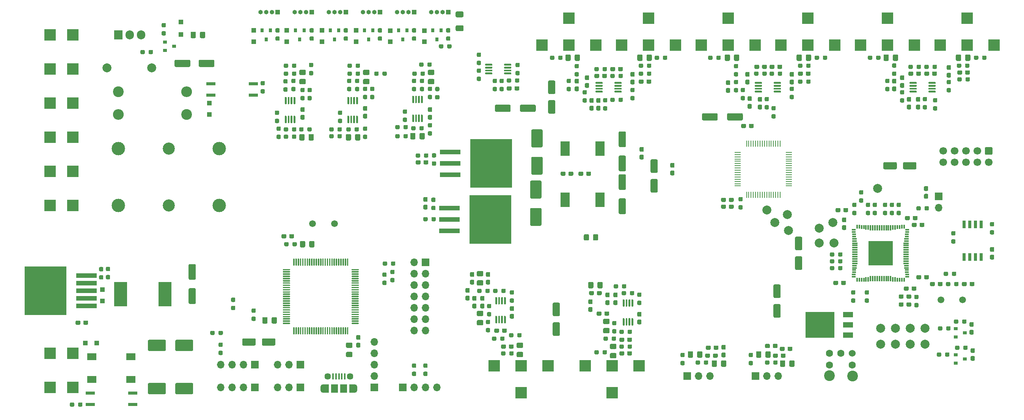
<source format=gts>
G04 #@! TF.GenerationSoftware,KiCad,Pcbnew,5.1.7-a382d34a8~88~ubuntu18.04.1*
G04 #@! TF.CreationDate,2021-06-16T01:22:41+03:00*
G04 #@! TF.ProjectId,controller,636f6e74-726f-46c6-9c65-722e6b696361,rev?*
G04 #@! TF.SameCoordinates,Original*
G04 #@! TF.FileFunction,Soldermask,Top*
G04 #@! TF.FilePolarity,Negative*
%FSLAX46Y46*%
G04 Gerber Fmt 4.6, Leading zero omitted, Abs format (unit mm)*
G04 Created by KiCad (PCBNEW 5.1.7-a382d34a8~88~ubuntu18.04.1) date 2021-06-16 01:22:41*
%MOMM*%
%LPD*%
G01*
G04 APERTURE LIST*
%ADD10R,2.200000X1.200000*%
%ADD11R,6.400000X5.800000*%
%ADD12R,1.000000X1.000000*%
%ADD13R,2.000000X1.500000*%
%ADD14C,2.000000*%
%ADD15R,1.700000X1.700000*%
%ADD16O,1.700000X1.700000*%
%ADD17C,1.700000*%
%ADD18R,0.900000X0.800000*%
%ADD19R,0.650000X1.700000*%
%ADD20R,2.000000X0.640000*%
%ADD21R,0.279400X1.473200*%
%ADD22R,1.473200X0.279400*%
%ADD23C,3.000000*%
%ADD24C,2.700000*%
%ADD25R,2.500000X2.500000*%
%ADD26C,1.500000*%
%ADD27R,1.100000X1.100000*%
%ADD28R,1.905000X2.000000*%
%ADD29O,1.905000X2.000000*%
%ADD30O,2.400000X2.400000*%
%ADD31C,2.400000*%
%ADD32O,1.000000X1.000000*%
%ADD33R,0.800000X0.900000*%
%ADD34R,1.500000X1.900000*%
%ADD35C,1.450000*%
%ADD36R,0.400000X1.350000*%
%ADD37O,1.200000X1.900000*%
%ADD38R,1.200000X1.900000*%
%ADD39R,0.300000X0.804800*%
%ADD40R,0.299974X0.954786*%
%ADD41R,0.299974X1.104900*%
%ADD42R,0.300000X1.304800*%
%ADD43R,0.804800X0.300000*%
%ADD44R,0.954786X0.299974*%
%ADD45R,1.104900X0.299974*%
%ADD46R,1.304800X0.300000*%
%ADD47R,5.399999X5.399999*%
%ADD48C,1.524000*%
%ADD49C,1.600000*%
%ADD50R,2.900000X5.400000*%
%ADD51R,2.000000X3.200000*%
%ADD52R,4.600000X1.100000*%
%ADD53R,9.400000X10.800000*%
G04 APERTURE END LIST*
G36*
G01*
X93514500Y-74135000D02*
X93514500Y-73185000D01*
G75*
G02*
X93764500Y-72935000I250000J0D01*
G01*
X94439500Y-72935000D01*
G75*
G02*
X94689500Y-73185000I0J-250000D01*
G01*
X94689500Y-74135000D01*
G75*
G02*
X94439500Y-74385000I-250000J0D01*
G01*
X93764500Y-74385000D01*
G75*
G02*
X93514500Y-74135000I0J250000D01*
G01*
G37*
G36*
G01*
X91439500Y-74135000D02*
X91439500Y-73185000D01*
G75*
G02*
X91689500Y-72935000I250000J0D01*
G01*
X92364500Y-72935000D01*
G75*
G02*
X92614500Y-73185000I0J-250000D01*
G01*
X92614500Y-74135000D01*
G75*
G02*
X92364500Y-74385000I-250000J0D01*
G01*
X91689500Y-74385000D01*
G75*
G02*
X91439500Y-74135000I0J250000D01*
G01*
G37*
G36*
G01*
X95520500Y-71244000D02*
X95995500Y-71244000D01*
G75*
G02*
X96233000Y-71481500I0J-237500D01*
G01*
X96233000Y-71981500D01*
G75*
G02*
X95995500Y-72219000I-237500J0D01*
G01*
X95520500Y-72219000D01*
G75*
G02*
X95283000Y-71981500I0J237500D01*
G01*
X95283000Y-71481500D01*
G75*
G02*
X95520500Y-71244000I237500J0D01*
G01*
G37*
G36*
G01*
X95520500Y-73069000D02*
X95995500Y-73069000D01*
G75*
G02*
X96233000Y-73306500I0J-237500D01*
G01*
X96233000Y-73806500D01*
G75*
G02*
X95995500Y-74044000I-237500J0D01*
G01*
X95520500Y-74044000D01*
G75*
G02*
X95283000Y-73806500I0J237500D01*
G01*
X95283000Y-73306500D01*
G75*
G02*
X95520500Y-73069000I237500J0D01*
G01*
G37*
G36*
G01*
X172749500Y-122190500D02*
X172749500Y-122665500D01*
G75*
G02*
X172512000Y-122903000I-237500J0D01*
G01*
X171912000Y-122903000D01*
G75*
G02*
X171674500Y-122665500I0J237500D01*
G01*
X171674500Y-122190500D01*
G75*
G02*
X171912000Y-121953000I237500J0D01*
G01*
X172512000Y-121953000D01*
G75*
G02*
X172749500Y-122190500I0J-237500D01*
G01*
G37*
G36*
G01*
X174474500Y-122190500D02*
X174474500Y-122665500D01*
G75*
G02*
X174237000Y-122903000I-237500J0D01*
G01*
X173637000Y-122903000D01*
G75*
G02*
X173399500Y-122665500I0J237500D01*
G01*
X173399500Y-122190500D01*
G75*
G02*
X173637000Y-121953000I237500J0D01*
G01*
X174237000Y-121953000D01*
G75*
G02*
X174474500Y-122190500I0J-237500D01*
G01*
G37*
G36*
G01*
X169542000Y-124189500D02*
X169542000Y-123714500D01*
G75*
G02*
X169779500Y-123477000I237500J0D01*
G01*
X170279500Y-123477000D01*
G75*
G02*
X170517000Y-123714500I0J-237500D01*
G01*
X170517000Y-124189500D01*
G75*
G02*
X170279500Y-124427000I-237500J0D01*
G01*
X169779500Y-124427000D01*
G75*
G02*
X169542000Y-124189500I0J237500D01*
G01*
G37*
G36*
G01*
X171367000Y-124189500D02*
X171367000Y-123714500D01*
G75*
G02*
X171604500Y-123477000I237500J0D01*
G01*
X172104500Y-123477000D01*
G75*
G02*
X172342000Y-123714500I0J-237500D01*
G01*
X172342000Y-124189500D01*
G75*
G02*
X172104500Y-124427000I-237500J0D01*
G01*
X171604500Y-124427000D01*
G75*
G02*
X171367000Y-124189500I0J237500D01*
G01*
G37*
G36*
G01*
X176005500Y-122812000D02*
X175530500Y-122812000D01*
G75*
G02*
X175293000Y-122574500I0J237500D01*
G01*
X175293000Y-121974500D01*
G75*
G02*
X175530500Y-121737000I237500J0D01*
G01*
X176005500Y-121737000D01*
G75*
G02*
X176243000Y-121974500I0J-237500D01*
G01*
X176243000Y-122574500D01*
G75*
G02*
X176005500Y-122812000I-237500J0D01*
G01*
G37*
G36*
G01*
X176005500Y-121087000D02*
X175530500Y-121087000D01*
G75*
G02*
X175293000Y-120849500I0J237500D01*
G01*
X175293000Y-120249500D01*
G75*
G02*
X175530500Y-120012000I237500J0D01*
G01*
X176005500Y-120012000D01*
G75*
G02*
X176243000Y-120249500I0J-237500D01*
G01*
X176243000Y-120849500D01*
G75*
G02*
X176005500Y-121087000I-237500J0D01*
G01*
G37*
G36*
G01*
X166861500Y-122765000D02*
X166386500Y-122765000D01*
G75*
G02*
X166149000Y-122527500I0J237500D01*
G01*
X166149000Y-122027500D01*
G75*
G02*
X166386500Y-121790000I237500J0D01*
G01*
X166861500Y-121790000D01*
G75*
G02*
X167099000Y-122027500I0J-237500D01*
G01*
X167099000Y-122527500D01*
G75*
G02*
X166861500Y-122765000I-237500J0D01*
G01*
G37*
G36*
G01*
X166861500Y-124590000D02*
X166386500Y-124590000D01*
G75*
G02*
X166149000Y-124352500I0J237500D01*
G01*
X166149000Y-123852500D01*
G75*
G02*
X166386500Y-123615000I237500J0D01*
G01*
X166861500Y-123615000D01*
G75*
G02*
X167099000Y-123852500I0J-237500D01*
G01*
X167099000Y-124352500D01*
G75*
G02*
X166861500Y-124590000I-237500J0D01*
G01*
G37*
G36*
G01*
X173553000Y-120887500D02*
X173553000Y-120412500D01*
G75*
G02*
X173790500Y-120175000I237500J0D01*
G01*
X174390500Y-120175000D01*
G75*
G02*
X174628000Y-120412500I0J-237500D01*
G01*
X174628000Y-120887500D01*
G75*
G02*
X174390500Y-121125000I-237500J0D01*
G01*
X173790500Y-121125000D01*
G75*
G02*
X173553000Y-120887500I0J237500D01*
G01*
G37*
G36*
G01*
X171828000Y-120887500D02*
X171828000Y-120412500D01*
G75*
G02*
X172065500Y-120175000I237500J0D01*
G01*
X172665500Y-120175000D01*
G75*
G02*
X172903000Y-120412500I0J-237500D01*
G01*
X172903000Y-120887500D01*
G75*
G02*
X172665500Y-121125000I-237500J0D01*
G01*
X172065500Y-121125000D01*
G75*
G02*
X171828000Y-120887500I0J237500D01*
G01*
G37*
G36*
G01*
X168968000Y-121699000D02*
X168968000Y-122649000D01*
G75*
G02*
X168718000Y-122899000I-250000J0D01*
G01*
X168043000Y-122899000D01*
G75*
G02*
X167793000Y-122649000I0J250000D01*
G01*
X167793000Y-121699000D01*
G75*
G02*
X168043000Y-121449000I250000J0D01*
G01*
X168718000Y-121449000D01*
G75*
G02*
X168968000Y-121699000I0J-250000D01*
G01*
G37*
G36*
G01*
X171043000Y-121699000D02*
X171043000Y-122649000D01*
G75*
G02*
X170793000Y-122899000I-250000J0D01*
G01*
X170118000Y-122899000D01*
G75*
G02*
X169868000Y-122649000I0J250000D01*
G01*
X169868000Y-121699000D01*
G75*
G02*
X170118000Y-121449000I250000J0D01*
G01*
X170793000Y-121449000D01*
G75*
G02*
X171043000Y-121699000I0J-250000D01*
G01*
G37*
G36*
G01*
X176377000Y-123731000D02*
X176377000Y-124681000D01*
G75*
G02*
X176127000Y-124931000I-250000J0D01*
G01*
X175452000Y-124931000D01*
G75*
G02*
X175202000Y-124681000I0J250000D01*
G01*
X175202000Y-123731000D01*
G75*
G02*
X175452000Y-123481000I250000J0D01*
G01*
X176127000Y-123481000D01*
G75*
G02*
X176377000Y-123731000I0J-250000D01*
G01*
G37*
G36*
G01*
X174302000Y-123731000D02*
X174302000Y-124681000D01*
G75*
G02*
X174052000Y-124931000I-250000J0D01*
G01*
X173377000Y-124931000D01*
G75*
G02*
X173127000Y-124681000I0J250000D01*
G01*
X173127000Y-123731000D01*
G75*
G02*
X173377000Y-123481000I250000J0D01*
G01*
X174052000Y-123481000D01*
G75*
G02*
X174302000Y-123731000I0J-250000D01*
G01*
G37*
G36*
G01*
X150655000Y-119787000D02*
X151605000Y-119787000D01*
G75*
G02*
X151855000Y-120037000I0J-250000D01*
G01*
X151855000Y-120712000D01*
G75*
G02*
X151605000Y-120962000I-250000J0D01*
G01*
X150655000Y-120962000D01*
G75*
G02*
X150405000Y-120712000I0J250000D01*
G01*
X150405000Y-120037000D01*
G75*
G02*
X150655000Y-119787000I250000J0D01*
G01*
G37*
G36*
G01*
X150655000Y-121862000D02*
X151605000Y-121862000D01*
G75*
G02*
X151855000Y-122112000I0J-250000D01*
G01*
X151855000Y-122787000D01*
G75*
G02*
X151605000Y-123037000I-250000J0D01*
G01*
X150655000Y-123037000D01*
G75*
G02*
X150405000Y-122787000I0J250000D01*
G01*
X150405000Y-122112000D01*
G75*
G02*
X150655000Y-121862000I250000J0D01*
G01*
G37*
G36*
G01*
X174464000Y-68538000D02*
X174464000Y-69638000D01*
G75*
G02*
X174214000Y-69888000I-250000J0D01*
G01*
X171214000Y-69888000D01*
G75*
G02*
X170964000Y-69638000I0J250000D01*
G01*
X170964000Y-68538000D01*
G75*
G02*
X171214000Y-68288000I250000J0D01*
G01*
X174214000Y-68288000D01*
G75*
G02*
X174464000Y-68538000I0J-250000D01*
G01*
G37*
G36*
G01*
X180064000Y-68538000D02*
X180064000Y-69638000D01*
G75*
G02*
X179814000Y-69888000I-250000J0D01*
G01*
X176814000Y-69888000D01*
G75*
G02*
X176564000Y-69638000I0J250000D01*
G01*
X176564000Y-68538000D01*
G75*
G02*
X176814000Y-68288000I250000J0D01*
G01*
X179814000Y-68288000D01*
G75*
G02*
X180064000Y-68538000I0J-250000D01*
G01*
G37*
G36*
G01*
X208009500Y-110620000D02*
X207534500Y-110620000D01*
G75*
G02*
X207297000Y-110382500I0J237500D01*
G01*
X207297000Y-109882500D01*
G75*
G02*
X207534500Y-109645000I237500J0D01*
G01*
X208009500Y-109645000D01*
G75*
G02*
X208247000Y-109882500I0J-237500D01*
G01*
X208247000Y-110382500D01*
G75*
G02*
X208009500Y-110620000I-237500J0D01*
G01*
G37*
G36*
G01*
X208009500Y-108795000D02*
X207534500Y-108795000D01*
G75*
G02*
X207297000Y-108557500I0J237500D01*
G01*
X207297000Y-108057500D01*
G75*
G02*
X207534500Y-107820000I237500J0D01*
G01*
X208009500Y-107820000D01*
G75*
G02*
X208247000Y-108057500I0J-237500D01*
G01*
X208247000Y-108557500D01*
G75*
G02*
X208009500Y-108795000I-237500J0D01*
G01*
G37*
G36*
G01*
X117465001Y-46852000D02*
X116214999Y-46852000D01*
G75*
G02*
X115965000Y-46602001I0J249999D01*
G01*
X115965000Y-45801999D01*
G75*
G02*
X116214999Y-45552000I249999J0D01*
G01*
X117465001Y-45552000D01*
G75*
G02*
X117715000Y-45801999I0J-249999D01*
G01*
X117715000Y-46602001D01*
G75*
G02*
X117465001Y-46852000I-249999J0D01*
G01*
G37*
G36*
G01*
X117465001Y-49952000D02*
X116214999Y-49952000D01*
G75*
G02*
X115965000Y-49702001I0J249999D01*
G01*
X115965000Y-48901999D01*
G75*
G02*
X116214999Y-48652000I249999J0D01*
G01*
X117465001Y-48652000D01*
G75*
G02*
X117715000Y-48901999I0J-249999D01*
G01*
X117715000Y-49702001D01*
G75*
G02*
X117465001Y-49952000I-249999J0D01*
G01*
G37*
G36*
G01*
X107058000Y-77961500D02*
X107058000Y-77486500D01*
G75*
G02*
X107295500Y-77249000I237500J0D01*
G01*
X107795500Y-77249000D01*
G75*
G02*
X108033000Y-77486500I0J-237500D01*
G01*
X108033000Y-77961500D01*
G75*
G02*
X107795500Y-78199000I-237500J0D01*
G01*
X107295500Y-78199000D01*
G75*
G02*
X107058000Y-77961500I0J237500D01*
G01*
G37*
G36*
G01*
X108883000Y-77961500D02*
X108883000Y-77486500D01*
G75*
G02*
X109120500Y-77249000I237500J0D01*
G01*
X109620500Y-77249000D01*
G75*
G02*
X109858000Y-77486500I0J-237500D01*
G01*
X109858000Y-77961500D01*
G75*
G02*
X109620500Y-78199000I-237500J0D01*
G01*
X109120500Y-78199000D01*
G75*
G02*
X108883000Y-77961500I0J237500D01*
G01*
G37*
G36*
G01*
X153712000Y-85410000D02*
X152612000Y-85410000D01*
G75*
G02*
X152362000Y-85160000I0J250000D01*
G01*
X152362000Y-82160000D01*
G75*
G02*
X152612000Y-81910000I250000J0D01*
G01*
X153712000Y-81910000D01*
G75*
G02*
X153962000Y-82160000I0J-250000D01*
G01*
X153962000Y-85160000D01*
G75*
G02*
X153712000Y-85410000I-250000J0D01*
G01*
G37*
G36*
G01*
X153712000Y-90810000D02*
X152612000Y-90810000D01*
G75*
G02*
X152362000Y-90560000I0J250000D01*
G01*
X152362000Y-87560000D01*
G75*
G02*
X152612000Y-87310000I250000J0D01*
G01*
X153712000Y-87310000D01*
G75*
G02*
X153962000Y-87560000I0J-250000D01*
G01*
X153962000Y-90560000D01*
G75*
G02*
X153712000Y-90810000I-250000J0D01*
G01*
G37*
G36*
G01*
X152612000Y-77752000D02*
X153712000Y-77752000D01*
G75*
G02*
X153962000Y-78002000I0J-250000D01*
G01*
X153962000Y-81002000D01*
G75*
G02*
X153712000Y-81252000I-250000J0D01*
G01*
X152612000Y-81252000D01*
G75*
G02*
X152362000Y-81002000I0J250000D01*
G01*
X152362000Y-78002000D01*
G75*
G02*
X152612000Y-77752000I250000J0D01*
G01*
G37*
G36*
G01*
X152612000Y-72352000D02*
X153712000Y-72352000D01*
G75*
G02*
X153962000Y-72602000I0J-250000D01*
G01*
X153962000Y-75602000D01*
G75*
G02*
X153712000Y-75852000I-250000J0D01*
G01*
X152612000Y-75852000D01*
G75*
G02*
X152362000Y-75602000I0J250000D01*
G01*
X152362000Y-72602000D01*
G75*
G02*
X152612000Y-72352000I250000J0D01*
G01*
G37*
G36*
G01*
X157242500Y-77541000D02*
X157717500Y-77541000D01*
G75*
G02*
X157955000Y-77778500I0J-237500D01*
G01*
X157955000Y-78378500D01*
G75*
G02*
X157717500Y-78616000I-237500J0D01*
G01*
X157242500Y-78616000D01*
G75*
G02*
X157005000Y-78378500I0J237500D01*
G01*
X157005000Y-77778500D01*
G75*
G02*
X157242500Y-77541000I237500J0D01*
G01*
G37*
G36*
G01*
X157242500Y-75816000D02*
X157717500Y-75816000D01*
G75*
G02*
X157955000Y-76053500I0J-237500D01*
G01*
X157955000Y-76653500D01*
G75*
G02*
X157717500Y-76891000I-237500J0D01*
G01*
X157242500Y-76891000D01*
G75*
G02*
X157005000Y-76653500I0J237500D01*
G01*
X157005000Y-76053500D01*
G75*
G02*
X157242500Y-75816000I237500J0D01*
G01*
G37*
D10*
X203590000Y-117850000D03*
X203590000Y-115570000D03*
X203590000Y-113290000D03*
D11*
X197290000Y-115570000D03*
G36*
G01*
X187156000Y-110936000D02*
X188256000Y-110936000D01*
G75*
G02*
X188506000Y-111186000I0J-250000D01*
G01*
X188506000Y-113686000D01*
G75*
G02*
X188256000Y-113936000I-250000J0D01*
G01*
X187156000Y-113936000D01*
G75*
G02*
X186906000Y-113686000I0J250000D01*
G01*
X186906000Y-111186000D01*
G75*
G02*
X187156000Y-110936000I250000J0D01*
G01*
G37*
G36*
G01*
X187156000Y-106536000D02*
X188256000Y-106536000D01*
G75*
G02*
X188506000Y-106786000I0J-250000D01*
G01*
X188506000Y-109286000D01*
G75*
G02*
X188256000Y-109536000I-250000J0D01*
G01*
X187156000Y-109536000D01*
G75*
G02*
X186906000Y-109286000I0J250000D01*
G01*
X186906000Y-106786000D01*
G75*
G02*
X187156000Y-106536000I250000J0D01*
G01*
G37*
D12*
X33294000Y-119634000D03*
X35794000Y-119634000D03*
D13*
X43486000Y-127772000D03*
X43486000Y-122672000D03*
X34746000Y-122672000D03*
X34746000Y-127772000D03*
G36*
G01*
X100587000Y-59198500D02*
X100587000Y-59673500D01*
G75*
G02*
X100349500Y-59911000I-237500J0D01*
G01*
X99849500Y-59911000D01*
G75*
G02*
X99612000Y-59673500I0J237500D01*
G01*
X99612000Y-59198500D01*
G75*
G02*
X99849500Y-58961000I237500J0D01*
G01*
X100349500Y-58961000D01*
G75*
G02*
X100587000Y-59198500I0J-237500D01*
G01*
G37*
G36*
G01*
X98762000Y-59198500D02*
X98762000Y-59673500D01*
G75*
G02*
X98524500Y-59911000I-237500J0D01*
G01*
X98024500Y-59911000D01*
G75*
G02*
X97787000Y-59673500I0J237500D01*
G01*
X97787000Y-59198500D01*
G75*
G02*
X98024500Y-58961000I237500J0D01*
G01*
X98524500Y-58961000D01*
G75*
G02*
X98762000Y-59198500I0J-237500D01*
G01*
G37*
G36*
G01*
X109998500Y-70482000D02*
X110473500Y-70482000D01*
G75*
G02*
X110711000Y-70719500I0J-237500D01*
G01*
X110711000Y-71219500D01*
G75*
G02*
X110473500Y-71457000I-237500J0D01*
G01*
X109998500Y-71457000D01*
G75*
G02*
X109761000Y-71219500I0J237500D01*
G01*
X109761000Y-70719500D01*
G75*
G02*
X109998500Y-70482000I237500J0D01*
G01*
G37*
G36*
G01*
X109998500Y-72307000D02*
X110473500Y-72307000D01*
G75*
G02*
X110711000Y-72544500I0J-237500D01*
G01*
X110711000Y-73044500D01*
G75*
G02*
X110473500Y-73282000I-237500J0D01*
G01*
X109998500Y-73282000D01*
G75*
G02*
X109761000Y-73044500I0J237500D01*
G01*
X109761000Y-72544500D01*
G75*
G02*
X109998500Y-72307000I237500J0D01*
G01*
G37*
G36*
G01*
X53208000Y-57700000D02*
X53208000Y-56600000D01*
G75*
G02*
X53458000Y-56350000I250000J0D01*
G01*
X56458000Y-56350000D01*
G75*
G02*
X56708000Y-56600000I0J-250000D01*
G01*
X56708000Y-57700000D01*
G75*
G02*
X56458000Y-57950000I-250000J0D01*
G01*
X53458000Y-57950000D01*
G75*
G02*
X53208000Y-57700000I0J250000D01*
G01*
G37*
G36*
G01*
X58608000Y-57700000D02*
X58608000Y-56600000D01*
G75*
G02*
X58858000Y-56350000I250000J0D01*
G01*
X61858000Y-56350000D01*
G75*
G02*
X62108000Y-56600000I0J-250000D01*
G01*
X62108000Y-57700000D01*
G75*
G02*
X61858000Y-57950000I-250000J0D01*
G01*
X58858000Y-57950000D01*
G75*
G02*
X58608000Y-57700000I0J250000D01*
G01*
G37*
G36*
G01*
X182101500Y-122765000D02*
X181626500Y-122765000D01*
G75*
G02*
X181389000Y-122527500I0J237500D01*
G01*
X181389000Y-122027500D01*
G75*
G02*
X181626500Y-121790000I237500J0D01*
G01*
X182101500Y-121790000D01*
G75*
G02*
X182339000Y-122027500I0J-237500D01*
G01*
X182339000Y-122527500D01*
G75*
G02*
X182101500Y-122765000I-237500J0D01*
G01*
G37*
G36*
G01*
X182101500Y-124590000D02*
X181626500Y-124590000D01*
G75*
G02*
X181389000Y-124352500I0J237500D01*
G01*
X181389000Y-123852500D01*
G75*
G02*
X181626500Y-123615000I237500J0D01*
G01*
X182101500Y-123615000D01*
G75*
G02*
X182339000Y-123852500I0J-237500D01*
G01*
X182339000Y-124352500D01*
G75*
G02*
X182101500Y-124590000I-237500J0D01*
G01*
G37*
D14*
X200406000Y-97282000D03*
G36*
G01*
X145017500Y-64091000D02*
X144542500Y-64091000D01*
G75*
G02*
X144305000Y-63853500I0J237500D01*
G01*
X144305000Y-63353500D01*
G75*
G02*
X144542500Y-63116000I237500J0D01*
G01*
X145017500Y-63116000D01*
G75*
G02*
X145255000Y-63353500I0J-237500D01*
G01*
X145255000Y-63853500D01*
G75*
G02*
X145017500Y-64091000I-237500J0D01*
G01*
G37*
G36*
G01*
X145017500Y-65916000D02*
X144542500Y-65916000D01*
G75*
G02*
X144305000Y-65678500I0J237500D01*
G01*
X144305000Y-65178500D01*
G75*
G02*
X144542500Y-64941000I237500J0D01*
G01*
X145017500Y-64941000D01*
G75*
G02*
X145255000Y-65178500I0J-237500D01*
G01*
X145255000Y-65678500D01*
G75*
G02*
X145017500Y-65916000I-237500J0D01*
G01*
G37*
G36*
G01*
X145812500Y-111577000D02*
X146287500Y-111577000D01*
G75*
G02*
X146525000Y-111814500I0J-237500D01*
G01*
X146525000Y-112414500D01*
G75*
G02*
X146287500Y-112652000I-237500J0D01*
G01*
X145812500Y-112652000D01*
G75*
G02*
X145575000Y-112414500I0J237500D01*
G01*
X145575000Y-111814500D01*
G75*
G02*
X145812500Y-111577000I237500J0D01*
G01*
G37*
G36*
G01*
X145812500Y-109852000D02*
X146287500Y-109852000D01*
G75*
G02*
X146525000Y-110089500I0J-237500D01*
G01*
X146525000Y-110689500D01*
G75*
G02*
X146287500Y-110927000I-237500J0D01*
G01*
X145812500Y-110927000D01*
G75*
G02*
X145575000Y-110689500I0J237500D01*
G01*
X145575000Y-110089500D01*
G75*
G02*
X145812500Y-109852000I237500J0D01*
G01*
G37*
D15*
X223774000Y-86868000D03*
D16*
X223774000Y-89408000D03*
G36*
G01*
X228429000Y-120412500D02*
X228429000Y-120887500D01*
G75*
G02*
X228191500Y-121125000I-237500J0D01*
G01*
X227691500Y-121125000D01*
G75*
G02*
X227454000Y-120887500I0J237500D01*
G01*
X227454000Y-120412500D01*
G75*
G02*
X227691500Y-120175000I237500J0D01*
G01*
X228191500Y-120175000D01*
G75*
G02*
X228429000Y-120412500I0J-237500D01*
G01*
G37*
G36*
G01*
X230254000Y-120412500D02*
X230254000Y-120887500D01*
G75*
G02*
X230016500Y-121125000I-237500J0D01*
G01*
X229516500Y-121125000D01*
G75*
G02*
X229279000Y-120887500I0J237500D01*
G01*
X229279000Y-120412500D01*
G75*
G02*
X229516500Y-120175000I237500J0D01*
G01*
X230016500Y-120175000D01*
G75*
G02*
X230254000Y-120412500I0J-237500D01*
G01*
G37*
G36*
G01*
X234350000Y-75858000D02*
X235550000Y-75858000D01*
G75*
G02*
X235800000Y-76108000I0J-250000D01*
G01*
X235800000Y-77308000D01*
G75*
G02*
X235550000Y-77558000I-250000J0D01*
G01*
X234350000Y-77558000D01*
G75*
G02*
X234100000Y-77308000I0J250000D01*
G01*
X234100000Y-76108000D01*
G75*
G02*
X234350000Y-75858000I250000J0D01*
G01*
G37*
D17*
X232410000Y-76708000D03*
X229870000Y-76708000D03*
X227330000Y-76708000D03*
X224790000Y-76708000D03*
X234950000Y-79248000D03*
X232410000Y-79248000D03*
X229870000Y-79248000D03*
X227330000Y-79248000D03*
X224790000Y-79248000D03*
G36*
G01*
X225889000Y-103902500D02*
X225889000Y-104377500D01*
G75*
G02*
X225651500Y-104615000I-237500J0D01*
G01*
X225151500Y-104615000D01*
G75*
G02*
X224914000Y-104377500I0J237500D01*
G01*
X224914000Y-103902500D01*
G75*
G02*
X225151500Y-103665000I237500J0D01*
G01*
X225651500Y-103665000D01*
G75*
G02*
X225889000Y-103902500I0J-237500D01*
G01*
G37*
G36*
G01*
X227714000Y-103902500D02*
X227714000Y-104377500D01*
G75*
G02*
X227476500Y-104615000I-237500J0D01*
G01*
X226976500Y-104615000D01*
G75*
G02*
X226739000Y-104377500I0J237500D01*
G01*
X226739000Y-103902500D01*
G75*
G02*
X226976500Y-103665000I237500J0D01*
G01*
X227476500Y-103665000D01*
G75*
G02*
X227714000Y-103902500I0J-237500D01*
G01*
G37*
D16*
X76200000Y-129540000D03*
X78740000Y-129540000D03*
D15*
X81280000Y-129540000D03*
G36*
G01*
X102492000Y-101616500D02*
X102492000Y-102091500D01*
G75*
G02*
X102254500Y-102329000I-237500J0D01*
G01*
X101754500Y-102329000D01*
G75*
G02*
X101517000Y-102091500I0J237500D01*
G01*
X101517000Y-101616500D01*
G75*
G02*
X101754500Y-101379000I237500J0D01*
G01*
X102254500Y-101379000D01*
G75*
G02*
X102492000Y-101616500I0J-237500D01*
G01*
G37*
G36*
G01*
X100667000Y-101616500D02*
X100667000Y-102091500D01*
G75*
G02*
X100429500Y-102329000I-237500J0D01*
G01*
X99929500Y-102329000D01*
G75*
G02*
X99692000Y-102091500I0J237500D01*
G01*
X99692000Y-101616500D01*
G75*
G02*
X99929500Y-101379000I237500J0D01*
G01*
X100429500Y-101379000D01*
G75*
G02*
X100667000Y-101616500I0J-237500D01*
G01*
G37*
G36*
G01*
X231631500Y-123574000D02*
X231156500Y-123574000D01*
G75*
G02*
X230919000Y-123336500I0J237500D01*
G01*
X230919000Y-122761500D01*
G75*
G02*
X231156500Y-122524000I237500J0D01*
G01*
X231631500Y-122524000D01*
G75*
G02*
X231869000Y-122761500I0J-237500D01*
G01*
X231869000Y-123336500D01*
G75*
G02*
X231631500Y-123574000I-237500J0D01*
G01*
G37*
G36*
G01*
X231631500Y-121824000D02*
X231156500Y-121824000D01*
G75*
G02*
X230919000Y-121586500I0J237500D01*
G01*
X230919000Y-121011500D01*
G75*
G02*
X231156500Y-120774000I237500J0D01*
G01*
X231631500Y-120774000D01*
G75*
G02*
X231869000Y-121011500I0J-237500D01*
G01*
X231869000Y-121586500D01*
G75*
G02*
X231631500Y-121824000I-237500J0D01*
G01*
G37*
G36*
G01*
X230000000Y-114570500D02*
X230000000Y-115045500D01*
G75*
G02*
X229762500Y-115283000I-237500J0D01*
G01*
X229262500Y-115283000D01*
G75*
G02*
X229025000Y-115045500I0J237500D01*
G01*
X229025000Y-114570500D01*
G75*
G02*
X229262500Y-114333000I237500J0D01*
G01*
X229762500Y-114333000D01*
G75*
G02*
X230000000Y-114570500I0J-237500D01*
G01*
G37*
G36*
G01*
X228175000Y-114570500D02*
X228175000Y-115045500D01*
G75*
G02*
X227937500Y-115283000I-237500J0D01*
G01*
X227437500Y-115283000D01*
G75*
G02*
X227200000Y-115045500I0J237500D01*
G01*
X227200000Y-114570500D01*
G75*
G02*
X227437500Y-114333000I237500J0D01*
G01*
X227937500Y-114333000D01*
G75*
G02*
X228175000Y-114570500I0J-237500D01*
G01*
G37*
G36*
G01*
X231377500Y-115982000D02*
X230902500Y-115982000D01*
G75*
G02*
X230665000Y-115744500I0J237500D01*
G01*
X230665000Y-115169500D01*
G75*
G02*
X230902500Y-114932000I237500J0D01*
G01*
X231377500Y-114932000D01*
G75*
G02*
X231615000Y-115169500I0J-237500D01*
G01*
X231615000Y-115744500D01*
G75*
G02*
X231377500Y-115982000I-237500J0D01*
G01*
G37*
G36*
G01*
X231377500Y-117732000D02*
X230902500Y-117732000D01*
G75*
G02*
X230665000Y-117494500I0J237500D01*
G01*
X230665000Y-116919500D01*
G75*
G02*
X230902500Y-116682000I237500J0D01*
G01*
X231377500Y-116682000D01*
G75*
G02*
X231615000Y-116919500I0J-237500D01*
G01*
X231615000Y-117494500D01*
G75*
G02*
X231377500Y-117732000I-237500J0D01*
G01*
G37*
G36*
G01*
X223644000Y-116569500D02*
X223644000Y-116094500D01*
G75*
G02*
X223881500Y-115857000I237500J0D01*
G01*
X224381500Y-115857000D01*
G75*
G02*
X224619000Y-116094500I0J-237500D01*
G01*
X224619000Y-116569500D01*
G75*
G02*
X224381500Y-116807000I-237500J0D01*
G01*
X223881500Y-116807000D01*
G75*
G02*
X223644000Y-116569500I0J237500D01*
G01*
G37*
G36*
G01*
X225469000Y-116569500D02*
X225469000Y-116094500D01*
G75*
G02*
X225706500Y-115857000I237500J0D01*
G01*
X226206500Y-115857000D01*
G75*
G02*
X226444000Y-116094500I0J-237500D01*
G01*
X226444000Y-116569500D01*
G75*
G02*
X226206500Y-116807000I-237500J0D01*
G01*
X225706500Y-116807000D01*
G75*
G02*
X225469000Y-116569500I0J237500D01*
G01*
G37*
D18*
X229600000Y-117348000D03*
X227600000Y-118298000D03*
X227600000Y-116398000D03*
G36*
G01*
X225215000Y-122411500D02*
X225215000Y-121936500D01*
G75*
G02*
X225452500Y-121699000I237500J0D01*
G01*
X225952500Y-121699000D01*
G75*
G02*
X226190000Y-121936500I0J-237500D01*
G01*
X226190000Y-122411500D01*
G75*
G02*
X225952500Y-122649000I-237500J0D01*
G01*
X225452500Y-122649000D01*
G75*
G02*
X225215000Y-122411500I0J237500D01*
G01*
G37*
G36*
G01*
X223390000Y-122411500D02*
X223390000Y-121936500D01*
G75*
G02*
X223627500Y-121699000I237500J0D01*
G01*
X224127500Y-121699000D01*
G75*
G02*
X224365000Y-121936500I0J-237500D01*
G01*
X224365000Y-122411500D01*
G75*
G02*
X224127500Y-122649000I-237500J0D01*
G01*
X223627500Y-122649000D01*
G75*
G02*
X223390000Y-122411500I0J237500D01*
G01*
G37*
X227600000Y-122240000D03*
X227600000Y-124140000D03*
X229600000Y-123190000D03*
G36*
G01*
X119396500Y-103756000D02*
X119871500Y-103756000D01*
G75*
G02*
X120109000Y-103993500I0J-237500D01*
G01*
X120109000Y-104593500D01*
G75*
G02*
X119871500Y-104831000I-237500J0D01*
G01*
X119396500Y-104831000D01*
G75*
G02*
X119159000Y-104593500I0J237500D01*
G01*
X119159000Y-103993500D01*
G75*
G02*
X119396500Y-103756000I237500J0D01*
G01*
G37*
G36*
G01*
X119396500Y-105481000D02*
X119871500Y-105481000D01*
G75*
G02*
X120109000Y-105718500I0J-237500D01*
G01*
X120109000Y-106318500D01*
G75*
G02*
X119871500Y-106556000I-237500J0D01*
G01*
X119396500Y-106556000D01*
G75*
G02*
X119159000Y-106318500I0J237500D01*
G01*
X119159000Y-105718500D01*
G75*
G02*
X119396500Y-105481000I237500J0D01*
G01*
G37*
G36*
G01*
X118855500Y-108387000D02*
X118380500Y-108387000D01*
G75*
G02*
X118143000Y-108149500I0J237500D01*
G01*
X118143000Y-107549500D01*
G75*
G02*
X118380500Y-107312000I237500J0D01*
G01*
X118855500Y-107312000D01*
G75*
G02*
X119093000Y-107549500I0J-237500D01*
G01*
X119093000Y-108149500D01*
G75*
G02*
X118855500Y-108387000I-237500J0D01*
G01*
G37*
G36*
G01*
X118855500Y-110112000D02*
X118380500Y-110112000D01*
G75*
G02*
X118143000Y-109874500I0J237500D01*
G01*
X118143000Y-109274500D01*
G75*
G02*
X118380500Y-109037000I237500J0D01*
G01*
X118855500Y-109037000D01*
G75*
G02*
X119093000Y-109274500I0J-237500D01*
G01*
X119093000Y-109874500D01*
G75*
G02*
X118855500Y-110112000I-237500J0D01*
G01*
G37*
G36*
G01*
X119904500Y-109090000D02*
X120379500Y-109090000D01*
G75*
G02*
X120617000Y-109327500I0J-237500D01*
G01*
X120617000Y-109927500D01*
G75*
G02*
X120379500Y-110165000I-237500J0D01*
G01*
X119904500Y-110165000D01*
G75*
G02*
X119667000Y-109927500I0J237500D01*
G01*
X119667000Y-109327500D01*
G75*
G02*
X119904500Y-109090000I237500J0D01*
G01*
G37*
G36*
G01*
X119904500Y-110815000D02*
X120379500Y-110815000D01*
G75*
G02*
X120617000Y-111052500I0J-237500D01*
G01*
X120617000Y-111652500D01*
G75*
G02*
X120379500Y-111890000I-237500J0D01*
G01*
X119904500Y-111890000D01*
G75*
G02*
X119667000Y-111652500I0J237500D01*
G01*
X119667000Y-111052500D01*
G75*
G02*
X119904500Y-110815000I237500J0D01*
G01*
G37*
G36*
G01*
X124951500Y-63376000D02*
X124476500Y-63376000D01*
G75*
G02*
X124239000Y-63138500I0J237500D01*
G01*
X124239000Y-62638500D01*
G75*
G02*
X124476500Y-62401000I237500J0D01*
G01*
X124951500Y-62401000D01*
G75*
G02*
X125189000Y-62638500I0J-237500D01*
G01*
X125189000Y-63138500D01*
G75*
G02*
X124951500Y-63376000I-237500J0D01*
G01*
G37*
G36*
G01*
X124951500Y-61551000D02*
X124476500Y-61551000D01*
G75*
G02*
X124239000Y-61313500I0J237500D01*
G01*
X124239000Y-60813500D01*
G75*
G02*
X124476500Y-60576000I237500J0D01*
G01*
X124951500Y-60576000D01*
G75*
G02*
X125189000Y-60813500I0J-237500D01*
G01*
X125189000Y-61313500D01*
G75*
G02*
X124951500Y-61551000I-237500J0D01*
G01*
G37*
G36*
G01*
X126475500Y-61551000D02*
X126000500Y-61551000D01*
G75*
G02*
X125763000Y-61313500I0J237500D01*
G01*
X125763000Y-60813500D01*
G75*
G02*
X126000500Y-60576000I237500J0D01*
G01*
X126475500Y-60576000D01*
G75*
G02*
X126713000Y-60813500I0J-237500D01*
G01*
X126713000Y-61313500D01*
G75*
G02*
X126475500Y-61551000I-237500J0D01*
G01*
G37*
G36*
G01*
X126475500Y-63376000D02*
X126000500Y-63376000D01*
G75*
G02*
X125763000Y-63138500I0J237500D01*
G01*
X125763000Y-62638500D01*
G75*
G02*
X126000500Y-62401000I237500J0D01*
G01*
X126475500Y-62401000D01*
G75*
G02*
X126713000Y-62638500I0J-237500D01*
G01*
X126713000Y-63138500D01*
G75*
G02*
X126475500Y-63376000I-237500J0D01*
G01*
G37*
G36*
G01*
X130178000Y-60722500D02*
X130178000Y-61197500D01*
G75*
G02*
X129940500Y-61435000I-237500J0D01*
G01*
X129440500Y-61435000D01*
G75*
G02*
X129203000Y-61197500I0J237500D01*
G01*
X129203000Y-60722500D01*
G75*
G02*
X129440500Y-60485000I237500J0D01*
G01*
X129940500Y-60485000D01*
G75*
G02*
X130178000Y-60722500I0J-237500D01*
G01*
G37*
G36*
G01*
X128353000Y-60722500D02*
X128353000Y-61197500D01*
G75*
G02*
X128115500Y-61435000I-237500J0D01*
G01*
X127615500Y-61435000D01*
G75*
G02*
X127378000Y-61197500I0J237500D01*
G01*
X127378000Y-60722500D01*
G75*
G02*
X127615500Y-60485000I237500J0D01*
G01*
X128115500Y-60485000D01*
G75*
G02*
X128353000Y-60722500I0J-237500D01*
G01*
G37*
G36*
G01*
X120920500Y-60115000D02*
X121395500Y-60115000D01*
G75*
G02*
X121633000Y-60352500I0J-237500D01*
G01*
X121633000Y-60852500D01*
G75*
G02*
X121395500Y-61090000I-237500J0D01*
G01*
X120920500Y-61090000D01*
G75*
G02*
X120683000Y-60852500I0J237500D01*
G01*
X120683000Y-60352500D01*
G75*
G02*
X120920500Y-60115000I237500J0D01*
G01*
G37*
G36*
G01*
X120920500Y-58290000D02*
X121395500Y-58290000D01*
G75*
G02*
X121633000Y-58527500I0J-237500D01*
G01*
X121633000Y-59027500D01*
G75*
G02*
X121395500Y-59265000I-237500J0D01*
G01*
X120920500Y-59265000D01*
G75*
G02*
X120683000Y-59027500I0J237500D01*
G01*
X120683000Y-58527500D01*
G75*
G02*
X120920500Y-58290000I237500J0D01*
G01*
G37*
G36*
G01*
X121395500Y-55709000D02*
X120920500Y-55709000D01*
G75*
G02*
X120683000Y-55471500I0J237500D01*
G01*
X120683000Y-54971500D01*
G75*
G02*
X120920500Y-54734000I237500J0D01*
G01*
X121395500Y-54734000D01*
G75*
G02*
X121633000Y-54971500I0J-237500D01*
G01*
X121633000Y-55471500D01*
G75*
G02*
X121395500Y-55709000I-237500J0D01*
G01*
G37*
G36*
G01*
X121395500Y-57534000D02*
X120920500Y-57534000D01*
G75*
G02*
X120683000Y-57296500I0J237500D01*
G01*
X120683000Y-56796500D01*
G75*
G02*
X120920500Y-56559000I237500J0D01*
G01*
X121395500Y-56559000D01*
G75*
G02*
X121633000Y-56796500I0J-237500D01*
G01*
X121633000Y-57296500D01*
G75*
G02*
X121395500Y-57534000I-237500J0D01*
G01*
G37*
G36*
G01*
X130031500Y-59820000D02*
X129556500Y-59820000D01*
G75*
G02*
X129319000Y-59582500I0J237500D01*
G01*
X129319000Y-59082500D01*
G75*
G02*
X129556500Y-58845000I237500J0D01*
G01*
X130031500Y-58845000D01*
G75*
G02*
X130269000Y-59082500I0J-237500D01*
G01*
X130269000Y-59582500D01*
G75*
G02*
X130031500Y-59820000I-237500J0D01*
G01*
G37*
G36*
G01*
X130031500Y-57995000D02*
X129556500Y-57995000D01*
G75*
G02*
X129319000Y-57757500I0J237500D01*
G01*
X129319000Y-57257500D01*
G75*
G02*
X129556500Y-57020000I237500J0D01*
G01*
X130031500Y-57020000D01*
G75*
G02*
X130269000Y-57257500I0J-237500D01*
G01*
X130269000Y-57757500D01*
G75*
G02*
X130031500Y-57995000I-237500J0D01*
G01*
G37*
G36*
G01*
X164575500Y-82172000D02*
X164100500Y-82172000D01*
G75*
G02*
X163863000Y-81934500I0J237500D01*
G01*
X163863000Y-81334500D01*
G75*
G02*
X164100500Y-81097000I237500J0D01*
G01*
X164575500Y-81097000D01*
G75*
G02*
X164813000Y-81334500I0J-237500D01*
G01*
X164813000Y-81934500D01*
G75*
G02*
X164575500Y-82172000I-237500J0D01*
G01*
G37*
G36*
G01*
X164575500Y-80447000D02*
X164100500Y-80447000D01*
G75*
G02*
X163863000Y-80209500I0J237500D01*
G01*
X163863000Y-79609500D01*
G75*
G02*
X164100500Y-79372000I237500J0D01*
G01*
X164575500Y-79372000D01*
G75*
G02*
X164813000Y-79609500I0J-237500D01*
G01*
X164813000Y-80209500D01*
G75*
G02*
X164575500Y-80447000I-237500J0D01*
G01*
G37*
G36*
G01*
X160824000Y-81596000D02*
X159724000Y-81596000D01*
G75*
G02*
X159474000Y-81346000I0J250000D01*
G01*
X159474000Y-78846000D01*
G75*
G02*
X159724000Y-78596000I250000J0D01*
G01*
X160824000Y-78596000D01*
G75*
G02*
X161074000Y-78846000I0J-250000D01*
G01*
X161074000Y-81346000D01*
G75*
G02*
X160824000Y-81596000I-250000J0D01*
G01*
G37*
G36*
G01*
X160824000Y-85996000D02*
X159724000Y-85996000D01*
G75*
G02*
X159474000Y-85746000I0J250000D01*
G01*
X159474000Y-83246000D01*
G75*
G02*
X159724000Y-82996000I250000J0D01*
G01*
X160824000Y-82996000D01*
G75*
G02*
X161074000Y-83246000I0J-250000D01*
G01*
X161074000Y-85746000D01*
G75*
G02*
X160824000Y-85996000I-250000J0D01*
G01*
G37*
G36*
G01*
X126776000Y-57545000D02*
X126776000Y-57345000D01*
G75*
G02*
X126876000Y-57245000I100000J0D01*
G01*
X128301000Y-57245000D01*
G75*
G02*
X128401000Y-57345000I0J-100000D01*
G01*
X128401000Y-57545000D01*
G75*
G02*
X128301000Y-57645000I-100000J0D01*
G01*
X126876000Y-57645000D01*
G75*
G02*
X126776000Y-57545000I0J100000D01*
G01*
G37*
G36*
G01*
X126776000Y-58195000D02*
X126776000Y-57995000D01*
G75*
G02*
X126876000Y-57895000I100000J0D01*
G01*
X128301000Y-57895000D01*
G75*
G02*
X128401000Y-57995000I0J-100000D01*
G01*
X128401000Y-58195000D01*
G75*
G02*
X128301000Y-58295000I-100000J0D01*
G01*
X126876000Y-58295000D01*
G75*
G02*
X126776000Y-58195000I0J100000D01*
G01*
G37*
G36*
G01*
X126776000Y-58845000D02*
X126776000Y-58645000D01*
G75*
G02*
X126876000Y-58545000I100000J0D01*
G01*
X128301000Y-58545000D01*
G75*
G02*
X128401000Y-58645000I0J-100000D01*
G01*
X128401000Y-58845000D01*
G75*
G02*
X128301000Y-58945000I-100000J0D01*
G01*
X126876000Y-58945000D01*
G75*
G02*
X126776000Y-58845000I0J100000D01*
G01*
G37*
G36*
G01*
X126776000Y-59495000D02*
X126776000Y-59295000D01*
G75*
G02*
X126876000Y-59195000I100000J0D01*
G01*
X128301000Y-59195000D01*
G75*
G02*
X128401000Y-59295000I0J-100000D01*
G01*
X128401000Y-59495000D01*
G75*
G02*
X128301000Y-59595000I-100000J0D01*
G01*
X126876000Y-59595000D01*
G75*
G02*
X126776000Y-59495000I0J100000D01*
G01*
G37*
G36*
G01*
X122551000Y-59495000D02*
X122551000Y-59295000D01*
G75*
G02*
X122651000Y-59195000I100000J0D01*
G01*
X124076000Y-59195000D01*
G75*
G02*
X124176000Y-59295000I0J-100000D01*
G01*
X124176000Y-59495000D01*
G75*
G02*
X124076000Y-59595000I-100000J0D01*
G01*
X122651000Y-59595000D01*
G75*
G02*
X122551000Y-59495000I0J100000D01*
G01*
G37*
G36*
G01*
X122551000Y-58845000D02*
X122551000Y-58645000D01*
G75*
G02*
X122651000Y-58545000I100000J0D01*
G01*
X124076000Y-58545000D01*
G75*
G02*
X124176000Y-58645000I0J-100000D01*
G01*
X124176000Y-58845000D01*
G75*
G02*
X124076000Y-58945000I-100000J0D01*
G01*
X122651000Y-58945000D01*
G75*
G02*
X122551000Y-58845000I0J100000D01*
G01*
G37*
G36*
G01*
X122551000Y-58195000D02*
X122551000Y-57995000D01*
G75*
G02*
X122651000Y-57895000I100000J0D01*
G01*
X124076000Y-57895000D01*
G75*
G02*
X124176000Y-57995000I0J-100000D01*
G01*
X124176000Y-58195000D01*
G75*
G02*
X124076000Y-58295000I-100000J0D01*
G01*
X122651000Y-58295000D01*
G75*
G02*
X122551000Y-58195000I0J100000D01*
G01*
G37*
G36*
G01*
X122551000Y-57545000D02*
X122551000Y-57345000D01*
G75*
G02*
X122651000Y-57245000I100000J0D01*
G01*
X124076000Y-57245000D01*
G75*
G02*
X124176000Y-57345000I0J-100000D01*
G01*
X124176000Y-57545000D01*
G75*
G02*
X124076000Y-57645000I-100000J0D01*
G01*
X122651000Y-57645000D01*
G75*
G02*
X122551000Y-57545000I0J100000D01*
G01*
G37*
G36*
G01*
X129103000Y-62975500D02*
X129103000Y-62500500D01*
G75*
G02*
X129340500Y-62263000I237500J0D01*
G01*
X129940500Y-62263000D01*
G75*
G02*
X130178000Y-62500500I0J-237500D01*
G01*
X130178000Y-62975500D01*
G75*
G02*
X129940500Y-63213000I-237500J0D01*
G01*
X129340500Y-63213000D01*
G75*
G02*
X129103000Y-62975500I0J237500D01*
G01*
G37*
G36*
G01*
X127378000Y-62975500D02*
X127378000Y-62500500D01*
G75*
G02*
X127615500Y-62263000I237500J0D01*
G01*
X128215500Y-62263000D01*
G75*
G02*
X128453000Y-62500500I0J-237500D01*
G01*
X128453000Y-62975500D01*
G75*
G02*
X128215500Y-63213000I-237500J0D01*
G01*
X127615500Y-63213000D01*
G75*
G02*
X127378000Y-62975500I0J237500D01*
G01*
G37*
G36*
G01*
X226838500Y-94612000D02*
X227313500Y-94612000D01*
G75*
G02*
X227551000Y-94849500I0J-237500D01*
G01*
X227551000Y-95349500D01*
G75*
G02*
X227313500Y-95587000I-237500J0D01*
G01*
X226838500Y-95587000D01*
G75*
G02*
X226601000Y-95349500I0J237500D01*
G01*
X226601000Y-94849500D01*
G75*
G02*
X226838500Y-94612000I237500J0D01*
G01*
G37*
G36*
G01*
X226838500Y-96437000D02*
X227313500Y-96437000D01*
G75*
G02*
X227551000Y-96674500I0J-237500D01*
G01*
X227551000Y-97174500D01*
G75*
G02*
X227313500Y-97412000I-237500J0D01*
G01*
X226838500Y-97412000D01*
G75*
G02*
X226601000Y-97174500I0J237500D01*
G01*
X226601000Y-96674500D01*
G75*
G02*
X226838500Y-96437000I237500J0D01*
G01*
G37*
D19*
X233299000Y-93124000D03*
X232029000Y-93124000D03*
X230759000Y-93124000D03*
X229489000Y-93124000D03*
X229489000Y-100424000D03*
X230759000Y-100424000D03*
X232029000Y-100424000D03*
X233299000Y-100424000D03*
G36*
G01*
X235474500Y-98168000D02*
X235949500Y-98168000D01*
G75*
G02*
X236187000Y-98405500I0J-237500D01*
G01*
X236187000Y-99005500D01*
G75*
G02*
X235949500Y-99243000I-237500J0D01*
G01*
X235474500Y-99243000D01*
G75*
G02*
X235237000Y-99005500I0J237500D01*
G01*
X235237000Y-98405500D01*
G75*
G02*
X235474500Y-98168000I237500J0D01*
G01*
G37*
G36*
G01*
X235474500Y-99893000D02*
X235949500Y-99893000D01*
G75*
G02*
X236187000Y-100130500I0J-237500D01*
G01*
X236187000Y-100730500D01*
G75*
G02*
X235949500Y-100968000I-237500J0D01*
G01*
X235474500Y-100968000D01*
G75*
G02*
X235237000Y-100730500I0J237500D01*
G01*
X235237000Y-100130500D01*
G75*
G02*
X235474500Y-99893000I237500J0D01*
G01*
G37*
G36*
G01*
X235949500Y-93555000D02*
X235474500Y-93555000D01*
G75*
G02*
X235237000Y-93317500I0J237500D01*
G01*
X235237000Y-92817500D01*
G75*
G02*
X235474500Y-92580000I237500J0D01*
G01*
X235949500Y-92580000D01*
G75*
G02*
X236187000Y-92817500I0J-237500D01*
G01*
X236187000Y-93317500D01*
G75*
G02*
X235949500Y-93555000I-237500J0D01*
G01*
G37*
G36*
G01*
X235949500Y-95380000D02*
X235474500Y-95380000D01*
G75*
G02*
X235237000Y-95142500I0J237500D01*
G01*
X235237000Y-94642500D01*
G75*
G02*
X235474500Y-94405000I237500J0D01*
G01*
X235949500Y-94405000D01*
G75*
G02*
X236187000Y-94642500I0J-237500D01*
G01*
X236187000Y-95142500D01*
G75*
G02*
X235949500Y-95380000I-237500J0D01*
G01*
G37*
G36*
G01*
X223249500Y-65869000D02*
X222774500Y-65869000D01*
G75*
G02*
X222537000Y-65631500I0J237500D01*
G01*
X222537000Y-65131500D01*
G75*
G02*
X222774500Y-64894000I237500J0D01*
G01*
X223249500Y-64894000D01*
G75*
G02*
X223487000Y-65131500I0J-237500D01*
G01*
X223487000Y-65631500D01*
G75*
G02*
X223249500Y-65869000I-237500J0D01*
G01*
G37*
G36*
G01*
X223249500Y-67694000D02*
X222774500Y-67694000D01*
G75*
G02*
X222537000Y-67456500I0J237500D01*
G01*
X222537000Y-66956500D01*
G75*
G02*
X222774500Y-66719000I237500J0D01*
G01*
X223249500Y-66719000D01*
G75*
G02*
X223487000Y-66956500I0J-237500D01*
G01*
X223487000Y-67456500D01*
G75*
G02*
X223249500Y-67694000I-237500J0D01*
G01*
G37*
G36*
G01*
X212581500Y-61551000D02*
X212106500Y-61551000D01*
G75*
G02*
X211869000Y-61313500I0J237500D01*
G01*
X211869000Y-60813500D01*
G75*
G02*
X212106500Y-60576000I237500J0D01*
G01*
X212581500Y-60576000D01*
G75*
G02*
X212819000Y-60813500I0J-237500D01*
G01*
X212819000Y-61313500D01*
G75*
G02*
X212581500Y-61551000I-237500J0D01*
G01*
G37*
G36*
G01*
X212581500Y-63376000D02*
X212106500Y-63376000D01*
G75*
G02*
X211869000Y-63138500I0J237500D01*
G01*
X211869000Y-62638500D01*
G75*
G02*
X212106500Y-62401000I237500J0D01*
G01*
X212581500Y-62401000D01*
G75*
G02*
X212819000Y-62638500I0J-237500D01*
G01*
X212819000Y-63138500D01*
G75*
G02*
X212581500Y-63376000I-237500J0D01*
G01*
G37*
G36*
G01*
X220963500Y-65615000D02*
X220488500Y-65615000D01*
G75*
G02*
X220251000Y-65377500I0J237500D01*
G01*
X220251000Y-64877500D01*
G75*
G02*
X220488500Y-64640000I237500J0D01*
G01*
X220963500Y-64640000D01*
G75*
G02*
X221201000Y-64877500I0J-237500D01*
G01*
X221201000Y-65377500D01*
G75*
G02*
X220963500Y-65615000I-237500J0D01*
G01*
G37*
G36*
G01*
X220963500Y-67440000D02*
X220488500Y-67440000D01*
G75*
G02*
X220251000Y-67202500I0J237500D01*
G01*
X220251000Y-66702500D01*
G75*
G02*
X220488500Y-66465000I237500J0D01*
G01*
X220963500Y-66465000D01*
G75*
G02*
X221201000Y-66702500I0J-237500D01*
G01*
X221201000Y-67202500D01*
G75*
G02*
X220963500Y-67440000I-237500J0D01*
G01*
G37*
D20*
X34366000Y-130810000D03*
X34366000Y-133350000D03*
X43866000Y-133350000D03*
X43866000Y-130810000D03*
G36*
G01*
X217681000Y-110760500D02*
X217681000Y-111235500D01*
G75*
G02*
X217443500Y-111473000I-237500J0D01*
G01*
X216843500Y-111473000D01*
G75*
G02*
X216606000Y-111235500I0J237500D01*
G01*
X216606000Y-110760500D01*
G75*
G02*
X216843500Y-110523000I237500J0D01*
G01*
X217443500Y-110523000D01*
G75*
G02*
X217681000Y-110760500I0J-237500D01*
G01*
G37*
G36*
G01*
X215956000Y-110760500D02*
X215956000Y-111235500D01*
G75*
G02*
X215718500Y-111473000I-237500J0D01*
G01*
X215118500Y-111473000D01*
G75*
G02*
X214881000Y-111235500I0J237500D01*
G01*
X214881000Y-110760500D01*
G75*
G02*
X215118500Y-110523000I237500J0D01*
G01*
X215718500Y-110523000D01*
G75*
G02*
X215956000Y-110760500I0J-237500D01*
G01*
G37*
G36*
G01*
X217681000Y-108982500D02*
X217681000Y-109457500D01*
G75*
G02*
X217443500Y-109695000I-237500J0D01*
G01*
X216843500Y-109695000D01*
G75*
G02*
X216606000Y-109457500I0J237500D01*
G01*
X216606000Y-108982500D01*
G75*
G02*
X216843500Y-108745000I237500J0D01*
G01*
X217443500Y-108745000D01*
G75*
G02*
X217681000Y-108982500I0J-237500D01*
G01*
G37*
G36*
G01*
X215956000Y-108982500D02*
X215956000Y-109457500D01*
G75*
G02*
X215718500Y-109695000I-237500J0D01*
G01*
X215118500Y-109695000D01*
G75*
G02*
X214881000Y-109457500I0J237500D01*
G01*
X214881000Y-108982500D01*
G75*
G02*
X215118500Y-108745000I237500J0D01*
G01*
X215718500Y-108745000D01*
G75*
G02*
X215956000Y-108982500I0J-237500D01*
G01*
G37*
G36*
G01*
X224666000Y-106188500D02*
X224666000Y-106663500D01*
G75*
G02*
X224428500Y-106901000I-237500J0D01*
G01*
X223828500Y-106901000D01*
G75*
G02*
X223591000Y-106663500I0J237500D01*
G01*
X223591000Y-106188500D01*
G75*
G02*
X223828500Y-105951000I237500J0D01*
G01*
X224428500Y-105951000D01*
G75*
G02*
X224666000Y-106188500I0J-237500D01*
G01*
G37*
G36*
G01*
X222941000Y-106188500D02*
X222941000Y-106663500D01*
G75*
G02*
X222703500Y-106901000I-237500J0D01*
G01*
X222103500Y-106901000D01*
G75*
G02*
X221866000Y-106663500I0J237500D01*
G01*
X221866000Y-106188500D01*
G75*
G02*
X222103500Y-105951000I237500J0D01*
G01*
X222703500Y-105951000D01*
G75*
G02*
X222941000Y-106188500I0J-237500D01*
G01*
G37*
G36*
G01*
X230703000Y-106663500D02*
X230703000Y-106188500D01*
G75*
G02*
X230940500Y-105951000I237500J0D01*
G01*
X231540500Y-105951000D01*
G75*
G02*
X231778000Y-106188500I0J-237500D01*
G01*
X231778000Y-106663500D01*
G75*
G02*
X231540500Y-106901000I-237500J0D01*
G01*
X230940500Y-106901000D01*
G75*
G02*
X230703000Y-106663500I0J237500D01*
G01*
G37*
G36*
G01*
X228978000Y-106663500D02*
X228978000Y-106188500D01*
G75*
G02*
X229215500Y-105951000I237500J0D01*
G01*
X229815500Y-105951000D01*
G75*
G02*
X230053000Y-106188500I0J-237500D01*
G01*
X230053000Y-106663500D01*
G75*
G02*
X229815500Y-106901000I-237500J0D01*
G01*
X229215500Y-106901000D01*
G75*
G02*
X228978000Y-106663500I0J237500D01*
G01*
G37*
G36*
G01*
X176305500Y-87392500D02*
X176305500Y-87867500D01*
G75*
G02*
X176068000Y-88105000I-237500J0D01*
G01*
X175468000Y-88105000D01*
G75*
G02*
X175230500Y-87867500I0J237500D01*
G01*
X175230500Y-87392500D01*
G75*
G02*
X175468000Y-87155000I237500J0D01*
G01*
X176068000Y-87155000D01*
G75*
G02*
X176305500Y-87392500I0J-237500D01*
G01*
G37*
G36*
G01*
X178030500Y-87392500D02*
X178030500Y-87867500D01*
G75*
G02*
X177793000Y-88105000I-237500J0D01*
G01*
X177193000Y-88105000D01*
G75*
G02*
X176955500Y-87867500I0J237500D01*
G01*
X176955500Y-87392500D01*
G75*
G02*
X177193000Y-87155000I237500J0D01*
G01*
X177793000Y-87155000D01*
G75*
G02*
X178030500Y-87392500I0J-237500D01*
G01*
G37*
G36*
G01*
X176305500Y-88916500D02*
X176305500Y-89391500D01*
G75*
G02*
X176068000Y-89629000I-237500J0D01*
G01*
X175468000Y-89629000D01*
G75*
G02*
X175230500Y-89391500I0J237500D01*
G01*
X175230500Y-88916500D01*
G75*
G02*
X175468000Y-88679000I237500J0D01*
G01*
X176068000Y-88679000D01*
G75*
G02*
X176305500Y-88916500I0J-237500D01*
G01*
G37*
G36*
G01*
X178030500Y-88916500D02*
X178030500Y-89391500D01*
G75*
G02*
X177793000Y-89629000I-237500J0D01*
G01*
X177193000Y-89629000D01*
G75*
G02*
X176955500Y-89391500I0J237500D01*
G01*
X176955500Y-88916500D01*
G75*
G02*
X177193000Y-88679000I237500J0D01*
G01*
X177793000Y-88679000D01*
G75*
G02*
X178030500Y-88916500I0J-237500D01*
G01*
G37*
G36*
G01*
X181427000Y-71357500D02*
X181427000Y-70882500D01*
G75*
G02*
X181664500Y-70645000I237500J0D01*
G01*
X182264500Y-70645000D01*
G75*
G02*
X182502000Y-70882500I0J-237500D01*
G01*
X182502000Y-71357500D01*
G75*
G02*
X182264500Y-71595000I-237500J0D01*
G01*
X181664500Y-71595000D01*
G75*
G02*
X181427000Y-71357500I0J237500D01*
G01*
G37*
G36*
G01*
X179702000Y-71357500D02*
X179702000Y-70882500D01*
G75*
G02*
X179939500Y-70645000I237500J0D01*
G01*
X180539500Y-70645000D01*
G75*
G02*
X180777000Y-70882500I0J-237500D01*
G01*
X180777000Y-71357500D01*
G75*
G02*
X180539500Y-71595000I-237500J0D01*
G01*
X179939500Y-71595000D01*
G75*
G02*
X179702000Y-71357500I0J237500D01*
G01*
G37*
G36*
G01*
X152524000Y-122157500D02*
X152524000Y-121682500D01*
G75*
G02*
X152761500Y-121445000I237500J0D01*
G01*
X153361500Y-121445000D01*
G75*
G02*
X153599000Y-121682500I0J-237500D01*
G01*
X153599000Y-122157500D01*
G75*
G02*
X153361500Y-122395000I-237500J0D01*
G01*
X152761500Y-122395000D01*
G75*
G02*
X152524000Y-122157500I0J237500D01*
G01*
G37*
G36*
G01*
X154249000Y-122157500D02*
X154249000Y-121682500D01*
G75*
G02*
X154486500Y-121445000I237500J0D01*
G01*
X155086500Y-121445000D01*
G75*
G02*
X155324000Y-121682500I0J-237500D01*
G01*
X155324000Y-122157500D01*
G75*
G02*
X155086500Y-122395000I-237500J0D01*
G01*
X154486500Y-122395000D01*
G75*
G02*
X154249000Y-122157500I0J237500D01*
G01*
G37*
G36*
G01*
X127183000Y-120158500D02*
X127183000Y-120633500D01*
G75*
G02*
X126945500Y-120871000I-237500J0D01*
G01*
X126345500Y-120871000D01*
G75*
G02*
X126108000Y-120633500I0J237500D01*
G01*
X126108000Y-120158500D01*
G75*
G02*
X126345500Y-119921000I237500J0D01*
G01*
X126945500Y-119921000D01*
G75*
G02*
X127183000Y-120158500I0J-237500D01*
G01*
G37*
G36*
G01*
X128908000Y-120158500D02*
X128908000Y-120633500D01*
G75*
G02*
X128670500Y-120871000I-237500J0D01*
G01*
X128070500Y-120871000D01*
G75*
G02*
X127833000Y-120633500I0J237500D01*
G01*
X127833000Y-120158500D01*
G75*
G02*
X128070500Y-119921000I237500J0D01*
G01*
X128670500Y-119921000D01*
G75*
G02*
X128908000Y-120158500I0J-237500D01*
G01*
G37*
G36*
G01*
X156734500Y-112646000D02*
X157209500Y-112646000D01*
G75*
G02*
X157447000Y-112883500I0J-237500D01*
G01*
X157447000Y-113483500D01*
G75*
G02*
X157209500Y-113721000I-237500J0D01*
G01*
X156734500Y-113721000D01*
G75*
G02*
X156497000Y-113483500I0J237500D01*
G01*
X156497000Y-112883500D01*
G75*
G02*
X156734500Y-112646000I237500J0D01*
G01*
G37*
G36*
G01*
X156734500Y-114371000D02*
X157209500Y-114371000D01*
G75*
G02*
X157447000Y-114608500I0J-237500D01*
G01*
X157447000Y-115208500D01*
G75*
G02*
X157209500Y-115446000I-237500J0D01*
G01*
X156734500Y-115446000D01*
G75*
G02*
X156497000Y-115208500I0J237500D01*
G01*
X156497000Y-114608500D01*
G75*
G02*
X156734500Y-114371000I237500J0D01*
G01*
G37*
G36*
G01*
X128286500Y-113101000D02*
X128761500Y-113101000D01*
G75*
G02*
X128999000Y-113338500I0J-237500D01*
G01*
X128999000Y-113938500D01*
G75*
G02*
X128761500Y-114176000I-237500J0D01*
G01*
X128286500Y-114176000D01*
G75*
G02*
X128049000Y-113938500I0J237500D01*
G01*
X128049000Y-113338500D01*
G75*
G02*
X128286500Y-113101000I237500J0D01*
G01*
G37*
G36*
G01*
X128286500Y-111376000D02*
X128761500Y-111376000D01*
G75*
G02*
X128999000Y-111613500I0J-237500D01*
G01*
X128999000Y-112213500D01*
G75*
G02*
X128761500Y-112451000I-237500J0D01*
G01*
X128286500Y-112451000D01*
G75*
G02*
X128049000Y-112213500I0J237500D01*
G01*
X128049000Y-111613500D01*
G75*
G02*
X128286500Y-111376000I237500J0D01*
G01*
G37*
G36*
G01*
X152524000Y-119109500D02*
X152524000Y-118634500D01*
G75*
G02*
X152761500Y-118397000I237500J0D01*
G01*
X153361500Y-118397000D01*
G75*
G02*
X153599000Y-118634500I0J-237500D01*
G01*
X153599000Y-119109500D01*
G75*
G02*
X153361500Y-119347000I-237500J0D01*
G01*
X152761500Y-119347000D01*
G75*
G02*
X152524000Y-119109500I0J237500D01*
G01*
G37*
G36*
G01*
X154249000Y-119109500D02*
X154249000Y-118634500D01*
G75*
G02*
X154486500Y-118397000I237500J0D01*
G01*
X155086500Y-118397000D01*
G75*
G02*
X155324000Y-118634500I0J-237500D01*
G01*
X155324000Y-119109500D01*
G75*
G02*
X155086500Y-119347000I-237500J0D01*
G01*
X154486500Y-119347000D01*
G75*
G02*
X154249000Y-119109500I0J237500D01*
G01*
G37*
G36*
G01*
X124584000Y-117077500D02*
X124584000Y-116602500D01*
G75*
G02*
X124821500Y-116365000I237500J0D01*
G01*
X125421500Y-116365000D01*
G75*
G02*
X125659000Y-116602500I0J-237500D01*
G01*
X125659000Y-117077500D01*
G75*
G02*
X125421500Y-117315000I-237500J0D01*
G01*
X124821500Y-117315000D01*
G75*
G02*
X124584000Y-117077500I0J237500D01*
G01*
G37*
G36*
G01*
X126309000Y-117077500D02*
X126309000Y-116602500D01*
G75*
G02*
X126546500Y-116365000I237500J0D01*
G01*
X127146500Y-116365000D01*
G75*
G02*
X127384000Y-116602500I0J-237500D01*
G01*
X127384000Y-117077500D01*
G75*
G02*
X127146500Y-117315000I-237500J0D01*
G01*
X126546500Y-117315000D01*
G75*
G02*
X126309000Y-117077500I0J237500D01*
G01*
G37*
G36*
G01*
X186761000Y-120506500D02*
X186761000Y-120031500D01*
G75*
G02*
X186998500Y-119794000I237500J0D01*
G01*
X187598500Y-119794000D01*
G75*
G02*
X187836000Y-120031500I0J-237500D01*
G01*
X187836000Y-120506500D01*
G75*
G02*
X187598500Y-120744000I-237500J0D01*
G01*
X186998500Y-120744000D01*
G75*
G02*
X186761000Y-120506500I0J237500D01*
G01*
G37*
G36*
G01*
X185036000Y-120506500D02*
X185036000Y-120031500D01*
G75*
G02*
X185273500Y-119794000I237500J0D01*
G01*
X185873500Y-119794000D01*
G75*
G02*
X186111000Y-120031500I0J-237500D01*
G01*
X186111000Y-120506500D01*
G75*
G02*
X185873500Y-120744000I-237500J0D01*
G01*
X185273500Y-120744000D01*
G75*
G02*
X185036000Y-120506500I0J237500D01*
G01*
G37*
G36*
G01*
X189614000Y-122190500D02*
X189614000Y-122665500D01*
G75*
G02*
X189376500Y-122903000I-237500J0D01*
G01*
X188776500Y-122903000D01*
G75*
G02*
X188539000Y-122665500I0J237500D01*
G01*
X188539000Y-122190500D01*
G75*
G02*
X188776500Y-121953000I237500J0D01*
G01*
X189376500Y-121953000D01*
G75*
G02*
X189614000Y-122190500I0J-237500D01*
G01*
G37*
G36*
G01*
X187889000Y-122190500D02*
X187889000Y-122665500D01*
G75*
G02*
X187651500Y-122903000I-237500J0D01*
G01*
X187051500Y-122903000D01*
G75*
G02*
X186814000Y-122665500I0J237500D01*
G01*
X186814000Y-122190500D01*
G75*
G02*
X187051500Y-121953000I237500J0D01*
G01*
X187651500Y-121953000D01*
G75*
G02*
X187889000Y-122190500I0J-237500D01*
G01*
G37*
G36*
G01*
X189413000Y-120666500D02*
X189413000Y-121141500D01*
G75*
G02*
X189175500Y-121379000I-237500J0D01*
G01*
X188575500Y-121379000D01*
G75*
G02*
X188338000Y-121141500I0J237500D01*
G01*
X188338000Y-120666500D01*
G75*
G02*
X188575500Y-120429000I237500J0D01*
G01*
X189175500Y-120429000D01*
G75*
G02*
X189413000Y-120666500I0J-237500D01*
G01*
G37*
G36*
G01*
X191138000Y-120666500D02*
X191138000Y-121141500D01*
G75*
G02*
X190900500Y-121379000I-237500J0D01*
G01*
X190300500Y-121379000D01*
G75*
G02*
X190063000Y-121141500I0J237500D01*
G01*
X190063000Y-120666500D01*
G75*
G02*
X190300500Y-120429000I237500J0D01*
G01*
X190900500Y-120429000D01*
G75*
G02*
X191138000Y-120666500I0J-237500D01*
G01*
G37*
G36*
G01*
X148519000Y-112792500D02*
X148519000Y-113267500D01*
G75*
G02*
X148281500Y-113505000I-237500J0D01*
G01*
X147681500Y-113505000D01*
G75*
G02*
X147444000Y-113267500I0J237500D01*
G01*
X147444000Y-112792500D01*
G75*
G02*
X147681500Y-112555000I237500J0D01*
G01*
X148281500Y-112555000D01*
G75*
G02*
X148519000Y-112792500I0J-237500D01*
G01*
G37*
G36*
G01*
X150244000Y-112792500D02*
X150244000Y-113267500D01*
G75*
G02*
X150006500Y-113505000I-237500J0D01*
G01*
X149406500Y-113505000D01*
G75*
G02*
X149169000Y-113267500I0J237500D01*
G01*
X149169000Y-112792500D01*
G75*
G02*
X149406500Y-112555000I237500J0D01*
G01*
X150006500Y-112555000D01*
G75*
G02*
X150244000Y-112792500I0J-237500D01*
G01*
G37*
G36*
G01*
X148566500Y-108220500D02*
X148566500Y-108695500D01*
G75*
G02*
X148329000Y-108933000I-237500J0D01*
G01*
X147729000Y-108933000D01*
G75*
G02*
X147491500Y-108695500I0J237500D01*
G01*
X147491500Y-108220500D01*
G75*
G02*
X147729000Y-107983000I237500J0D01*
G01*
X148329000Y-107983000D01*
G75*
G02*
X148566500Y-108220500I0J-237500D01*
G01*
G37*
G36*
G01*
X146841500Y-108220500D02*
X146841500Y-108695500D01*
G75*
G02*
X146604000Y-108933000I-237500J0D01*
G01*
X146004000Y-108933000D01*
G75*
G02*
X145766500Y-108695500I0J237500D01*
G01*
X145766500Y-108220500D01*
G75*
G02*
X146004000Y-107983000I237500J0D01*
G01*
X146604000Y-107983000D01*
G75*
G02*
X146841500Y-108220500I0J-237500D01*
G01*
G37*
G36*
G01*
X123427500Y-106556000D02*
X122952500Y-106556000D01*
G75*
G02*
X122715000Y-106318500I0J237500D01*
G01*
X122715000Y-105718500D01*
G75*
G02*
X122952500Y-105481000I237500J0D01*
G01*
X123427500Y-105481000D01*
G75*
G02*
X123665000Y-105718500I0J-237500D01*
G01*
X123665000Y-106318500D01*
G75*
G02*
X123427500Y-106556000I-237500J0D01*
G01*
G37*
G36*
G01*
X123427500Y-104831000D02*
X122952500Y-104831000D01*
G75*
G02*
X122715000Y-104593500I0J237500D01*
G01*
X122715000Y-103993500D01*
G75*
G02*
X122952500Y-103756000I237500J0D01*
G01*
X123427500Y-103756000D01*
G75*
G02*
X123665000Y-103993500I0J-237500D01*
G01*
X123665000Y-104593500D01*
G75*
G02*
X123427500Y-104831000I-237500J0D01*
G01*
G37*
G36*
G01*
X150492000Y-58657500D02*
X150492000Y-58182500D01*
G75*
G02*
X150729500Y-57945000I237500J0D01*
G01*
X151329500Y-57945000D01*
G75*
G02*
X151567000Y-58182500I0J-237500D01*
G01*
X151567000Y-58657500D01*
G75*
G02*
X151329500Y-58895000I-237500J0D01*
G01*
X150729500Y-58895000D01*
G75*
G02*
X150492000Y-58657500I0J237500D01*
G01*
G37*
G36*
G01*
X152217000Y-58657500D02*
X152217000Y-58182500D01*
G75*
G02*
X152454500Y-57945000I237500J0D01*
G01*
X153054500Y-57945000D01*
G75*
G02*
X153292000Y-58182500I0J-237500D01*
G01*
X153292000Y-58657500D01*
G75*
G02*
X153054500Y-58895000I-237500J0D01*
G01*
X152454500Y-58895000D01*
G75*
G02*
X152217000Y-58657500I0J237500D01*
G01*
G37*
G36*
G01*
X222321000Y-59673500D02*
X222321000Y-59198500D01*
G75*
G02*
X222558500Y-58961000I237500J0D01*
G01*
X223158500Y-58961000D01*
G75*
G02*
X223396000Y-59198500I0J-237500D01*
G01*
X223396000Y-59673500D01*
G75*
G02*
X223158500Y-59911000I-237500J0D01*
G01*
X222558500Y-59911000D01*
G75*
G02*
X222321000Y-59673500I0J237500D01*
G01*
G37*
G36*
G01*
X220596000Y-59673500D02*
X220596000Y-59198500D01*
G75*
G02*
X220833500Y-58961000I237500J0D01*
G01*
X221433500Y-58961000D01*
G75*
G02*
X221671000Y-59198500I0J-237500D01*
G01*
X221671000Y-59673500D01*
G75*
G02*
X221433500Y-59911000I-237500J0D01*
G01*
X220833500Y-59911000D01*
G75*
G02*
X220596000Y-59673500I0J237500D01*
G01*
G37*
G36*
G01*
X186052000Y-58149500D02*
X186052000Y-57674500D01*
G75*
G02*
X186289500Y-57437000I237500J0D01*
G01*
X186889500Y-57437000D01*
G75*
G02*
X187127000Y-57674500I0J-237500D01*
G01*
X187127000Y-58149500D01*
G75*
G02*
X186889500Y-58387000I-237500J0D01*
G01*
X186289500Y-58387000D01*
G75*
G02*
X186052000Y-58149500I0J237500D01*
G01*
G37*
G36*
G01*
X187777000Y-58149500D02*
X187777000Y-57674500D01*
G75*
G02*
X188014500Y-57437000I237500J0D01*
G01*
X188614500Y-57437000D01*
G75*
G02*
X188852000Y-57674500I0J-237500D01*
G01*
X188852000Y-58149500D01*
G75*
G02*
X188614500Y-58387000I-237500J0D01*
G01*
X188014500Y-58387000D01*
G75*
G02*
X187777000Y-58149500I0J237500D01*
G01*
G37*
G36*
G01*
X155685500Y-60127000D02*
X155210500Y-60127000D01*
G75*
G02*
X154973000Y-59889500I0J237500D01*
G01*
X154973000Y-59289500D01*
G75*
G02*
X155210500Y-59052000I237500J0D01*
G01*
X155685500Y-59052000D01*
G75*
G02*
X155923000Y-59289500I0J-237500D01*
G01*
X155923000Y-59889500D01*
G75*
G02*
X155685500Y-60127000I-237500J0D01*
G01*
G37*
G36*
G01*
X155685500Y-61852000D02*
X155210500Y-61852000D01*
G75*
G02*
X154973000Y-61614500I0J237500D01*
G01*
X154973000Y-61014500D01*
G75*
G02*
X155210500Y-60777000I237500J0D01*
G01*
X155685500Y-60777000D01*
G75*
G02*
X155923000Y-61014500I0J-237500D01*
G01*
X155923000Y-61614500D01*
G75*
G02*
X155685500Y-61852000I-237500J0D01*
G01*
G37*
G36*
G01*
X145050500Y-59814000D02*
X145525500Y-59814000D01*
G75*
G02*
X145763000Y-60051500I0J-237500D01*
G01*
X145763000Y-60651500D01*
G75*
G02*
X145525500Y-60889000I-237500J0D01*
G01*
X145050500Y-60889000D01*
G75*
G02*
X144813000Y-60651500I0J237500D01*
G01*
X144813000Y-60051500D01*
G75*
G02*
X145050500Y-59814000I237500J0D01*
G01*
G37*
G36*
G01*
X145050500Y-61539000D02*
X145525500Y-61539000D01*
G75*
G02*
X145763000Y-61776500I0J-237500D01*
G01*
X145763000Y-62376500D01*
G75*
G02*
X145525500Y-62614000I-237500J0D01*
G01*
X145050500Y-62614000D01*
G75*
G02*
X144813000Y-62376500I0J237500D01*
G01*
X144813000Y-61776500D01*
G75*
G02*
X145050500Y-61539000I237500J0D01*
G01*
G37*
G36*
G01*
X148661000Y-60181500D02*
X148661000Y-59706500D01*
G75*
G02*
X148898500Y-59469000I237500J0D01*
G01*
X149498500Y-59469000D01*
G75*
G02*
X149736000Y-59706500I0J-237500D01*
G01*
X149736000Y-60181500D01*
G75*
G02*
X149498500Y-60419000I-237500J0D01*
G01*
X148898500Y-60419000D01*
G75*
G02*
X148661000Y-60181500I0J237500D01*
G01*
G37*
G36*
G01*
X146936000Y-60181500D02*
X146936000Y-59706500D01*
G75*
G02*
X147173500Y-59469000I237500J0D01*
G01*
X147773500Y-59469000D01*
G75*
G02*
X148011000Y-59706500I0J-237500D01*
G01*
X148011000Y-60181500D01*
G75*
G02*
X147773500Y-60419000I-237500J0D01*
G01*
X147173500Y-60419000D01*
G75*
G02*
X146936000Y-60181500I0J237500D01*
G01*
G37*
G36*
G01*
X226297500Y-60328000D02*
X225822500Y-60328000D01*
G75*
G02*
X225585000Y-60090500I0J237500D01*
G01*
X225585000Y-59490500D01*
G75*
G02*
X225822500Y-59253000I237500J0D01*
G01*
X226297500Y-59253000D01*
G75*
G02*
X226535000Y-59490500I0J-237500D01*
G01*
X226535000Y-60090500D01*
G75*
G02*
X226297500Y-60328000I-237500J0D01*
G01*
G37*
G36*
G01*
X226297500Y-58603000D02*
X225822500Y-58603000D01*
G75*
G02*
X225585000Y-58365500I0J237500D01*
G01*
X225585000Y-57765500D01*
G75*
G02*
X225822500Y-57528000I237500J0D01*
G01*
X226297500Y-57528000D01*
G75*
G02*
X226535000Y-57765500I0J-237500D01*
G01*
X226535000Y-58365500D01*
G75*
G02*
X226297500Y-58603000I-237500J0D01*
G01*
G37*
G36*
G01*
X215408500Y-61539000D02*
X215883500Y-61539000D01*
G75*
G02*
X216121000Y-61776500I0J-237500D01*
G01*
X216121000Y-62376500D01*
G75*
G02*
X215883500Y-62614000I-237500J0D01*
G01*
X215408500Y-62614000D01*
G75*
G02*
X215171000Y-62376500I0J237500D01*
G01*
X215171000Y-61776500D01*
G75*
G02*
X215408500Y-61539000I237500J0D01*
G01*
G37*
G36*
G01*
X215408500Y-59814000D02*
X215883500Y-59814000D01*
G75*
G02*
X216121000Y-60051500I0J-237500D01*
G01*
X216121000Y-60651500D01*
G75*
G02*
X215883500Y-60889000I-237500J0D01*
G01*
X215408500Y-60889000D01*
G75*
G02*
X215171000Y-60651500I0J237500D01*
G01*
X215171000Y-60051500D01*
G75*
G02*
X215408500Y-59814000I237500J0D01*
G01*
G37*
G36*
G01*
X217040000Y-59673500D02*
X217040000Y-59198500D01*
G75*
G02*
X217277500Y-58961000I237500J0D01*
G01*
X217877500Y-58961000D01*
G75*
G02*
X218115000Y-59198500I0J-237500D01*
G01*
X218115000Y-59673500D01*
G75*
G02*
X217877500Y-59911000I-237500J0D01*
G01*
X217277500Y-59911000D01*
G75*
G02*
X217040000Y-59673500I0J237500D01*
G01*
G37*
G36*
G01*
X218765000Y-59673500D02*
X218765000Y-59198500D01*
G75*
G02*
X219002500Y-58961000I237500J0D01*
G01*
X219602500Y-58961000D01*
G75*
G02*
X219840000Y-59198500I0J-237500D01*
G01*
X219840000Y-59673500D01*
G75*
G02*
X219602500Y-59911000I-237500J0D01*
G01*
X219002500Y-59911000D01*
G75*
G02*
X218765000Y-59673500I0J237500D01*
G01*
G37*
G36*
G01*
X191245500Y-60127000D02*
X190770500Y-60127000D01*
G75*
G02*
X190533000Y-59889500I0J237500D01*
G01*
X190533000Y-59289500D01*
G75*
G02*
X190770500Y-59052000I237500J0D01*
G01*
X191245500Y-59052000D01*
G75*
G02*
X191483000Y-59289500I0J-237500D01*
G01*
X191483000Y-59889500D01*
G75*
G02*
X191245500Y-60127000I-237500J0D01*
G01*
G37*
G36*
G01*
X191245500Y-61852000D02*
X190770500Y-61852000D01*
G75*
G02*
X190533000Y-61614500I0J237500D01*
G01*
X190533000Y-61014500D01*
G75*
G02*
X190770500Y-60777000I237500J0D01*
G01*
X191245500Y-60777000D01*
G75*
G02*
X191483000Y-61014500I0J-237500D01*
G01*
X191483000Y-61614500D01*
G75*
G02*
X191245500Y-61852000I-237500J0D01*
G01*
G37*
G36*
G01*
X180864500Y-59052000D02*
X181339500Y-59052000D01*
G75*
G02*
X181577000Y-59289500I0J-237500D01*
G01*
X181577000Y-59889500D01*
G75*
G02*
X181339500Y-60127000I-237500J0D01*
G01*
X180864500Y-60127000D01*
G75*
G02*
X180627000Y-59889500I0J237500D01*
G01*
X180627000Y-59289500D01*
G75*
G02*
X180864500Y-59052000I237500J0D01*
G01*
G37*
G36*
G01*
X180864500Y-60777000D02*
X181339500Y-60777000D01*
G75*
G02*
X181577000Y-61014500I0J-237500D01*
G01*
X181577000Y-61614500D01*
G75*
G02*
X181339500Y-61852000I-237500J0D01*
G01*
X180864500Y-61852000D01*
G75*
G02*
X180627000Y-61614500I0J237500D01*
G01*
X180627000Y-61014500D01*
G75*
G02*
X180864500Y-60777000I237500J0D01*
G01*
G37*
G36*
G01*
X184374500Y-58149500D02*
X184374500Y-57674500D01*
G75*
G02*
X184612000Y-57437000I237500J0D01*
G01*
X185212000Y-57437000D01*
G75*
G02*
X185449500Y-57674500I0J-237500D01*
G01*
X185449500Y-58149500D01*
G75*
G02*
X185212000Y-58387000I-237500J0D01*
G01*
X184612000Y-58387000D01*
G75*
G02*
X184374500Y-58149500I0J237500D01*
G01*
G37*
G36*
G01*
X182649500Y-58149500D02*
X182649500Y-57674500D01*
G75*
G02*
X182887000Y-57437000I237500J0D01*
G01*
X183487000Y-57437000D01*
G75*
G02*
X183724500Y-57674500I0J-237500D01*
G01*
X183724500Y-58149500D01*
G75*
G02*
X183487000Y-58387000I-237500J0D01*
G01*
X182887000Y-58387000D01*
G75*
G02*
X182649500Y-58149500I0J237500D01*
G01*
G37*
G36*
G01*
X142764500Y-62301000D02*
X143239500Y-62301000D01*
G75*
G02*
X143477000Y-62538500I0J-237500D01*
G01*
X143477000Y-63138500D01*
G75*
G02*
X143239500Y-63376000I-237500J0D01*
G01*
X142764500Y-63376000D01*
G75*
G02*
X142527000Y-63138500I0J237500D01*
G01*
X142527000Y-62538500D01*
G75*
G02*
X142764500Y-62301000I237500J0D01*
G01*
G37*
G36*
G01*
X142764500Y-60576000D02*
X143239500Y-60576000D01*
G75*
G02*
X143477000Y-60813500I0J-237500D01*
G01*
X143477000Y-61413500D01*
G75*
G02*
X143239500Y-61651000I-237500J0D01*
G01*
X142764500Y-61651000D01*
G75*
G02*
X142527000Y-61413500I0J237500D01*
G01*
X142527000Y-60813500D01*
G75*
G02*
X142764500Y-60576000I237500J0D01*
G01*
G37*
G36*
G01*
X159642000Y-60976500D02*
X159642000Y-61451500D01*
G75*
G02*
X159404500Y-61689000I-237500J0D01*
G01*
X158804500Y-61689000D01*
G75*
G02*
X158567000Y-61451500I0J237500D01*
G01*
X158567000Y-60976500D01*
G75*
G02*
X158804500Y-60739000I237500J0D01*
G01*
X159404500Y-60739000D01*
G75*
G02*
X159642000Y-60976500I0J-237500D01*
G01*
G37*
G36*
G01*
X157917000Y-60976500D02*
X157917000Y-61451500D01*
G75*
G02*
X157679500Y-61689000I-237500J0D01*
G01*
X157079500Y-61689000D01*
G75*
G02*
X156842000Y-61451500I0J237500D01*
G01*
X156842000Y-60976500D01*
G75*
G02*
X157079500Y-60739000I237500J0D01*
G01*
X157679500Y-60739000D01*
G75*
G02*
X157917000Y-60976500I0J-237500D01*
G01*
G37*
G36*
G01*
X213630500Y-60576000D02*
X214105500Y-60576000D01*
G75*
G02*
X214343000Y-60813500I0J-237500D01*
G01*
X214343000Y-61413500D01*
G75*
G02*
X214105500Y-61651000I-237500J0D01*
G01*
X213630500Y-61651000D01*
G75*
G02*
X213393000Y-61413500I0J237500D01*
G01*
X213393000Y-60813500D01*
G75*
G02*
X213630500Y-60576000I237500J0D01*
G01*
G37*
G36*
G01*
X213630500Y-62301000D02*
X214105500Y-62301000D01*
G75*
G02*
X214343000Y-62538500I0J-237500D01*
G01*
X214343000Y-63138500D01*
G75*
G02*
X214105500Y-63376000I-237500J0D01*
G01*
X213630500Y-63376000D01*
G75*
G02*
X213393000Y-63138500I0J237500D01*
G01*
X213393000Y-62538500D01*
G75*
G02*
X213630500Y-62301000I237500J0D01*
G01*
G37*
G36*
G01*
X229037000Y-58944500D02*
X229037000Y-59419500D01*
G75*
G02*
X228799500Y-59657000I-237500J0D01*
G01*
X228199500Y-59657000D01*
G75*
G02*
X227962000Y-59419500I0J237500D01*
G01*
X227962000Y-58944500D01*
G75*
G02*
X228199500Y-58707000I237500J0D01*
G01*
X228799500Y-58707000D01*
G75*
G02*
X229037000Y-58944500I0J-237500D01*
G01*
G37*
G36*
G01*
X230762000Y-58944500D02*
X230762000Y-59419500D01*
G75*
G02*
X230524500Y-59657000I-237500J0D01*
G01*
X229924500Y-59657000D01*
G75*
G02*
X229687000Y-59419500I0J237500D01*
G01*
X229687000Y-58944500D01*
G75*
G02*
X229924500Y-58707000I237500J0D01*
G01*
X230524500Y-58707000D01*
G75*
G02*
X230762000Y-58944500I0J-237500D01*
G01*
G37*
G36*
G01*
X176546500Y-60930500D02*
X177021500Y-60930500D01*
G75*
G02*
X177259000Y-61168000I0J-237500D01*
G01*
X177259000Y-61768000D01*
G75*
G02*
X177021500Y-62005500I-237500J0D01*
G01*
X176546500Y-62005500D01*
G75*
G02*
X176309000Y-61768000I0J237500D01*
G01*
X176309000Y-61168000D01*
G75*
G02*
X176546500Y-60930500I237500J0D01*
G01*
G37*
G36*
G01*
X176546500Y-62655500D02*
X177021500Y-62655500D01*
G75*
G02*
X177259000Y-62893000I0J-237500D01*
G01*
X177259000Y-63493000D01*
G75*
G02*
X177021500Y-63730500I-237500J0D01*
G01*
X176546500Y-63730500D01*
G75*
G02*
X176309000Y-63493000I0J237500D01*
G01*
X176309000Y-62893000D01*
G75*
G02*
X176546500Y-62655500I237500J0D01*
G01*
G37*
G36*
G01*
X193477000Y-59198500D02*
X193477000Y-59673500D01*
G75*
G02*
X193239500Y-59911000I-237500J0D01*
G01*
X192639500Y-59911000D01*
G75*
G02*
X192402000Y-59673500I0J237500D01*
G01*
X192402000Y-59198500D01*
G75*
G02*
X192639500Y-58961000I237500J0D01*
G01*
X193239500Y-58961000D01*
G75*
G02*
X193477000Y-59198500I0J-237500D01*
G01*
G37*
G36*
G01*
X195202000Y-59198500D02*
X195202000Y-59673500D01*
G75*
G02*
X194964500Y-59911000I-237500J0D01*
G01*
X194364500Y-59911000D01*
G75*
G02*
X194127000Y-59673500I0J237500D01*
G01*
X194127000Y-59198500D01*
G75*
G02*
X194364500Y-58961000I237500J0D01*
G01*
X194964500Y-58961000D01*
G75*
G02*
X195202000Y-59198500I0J-237500D01*
G01*
G37*
G36*
G01*
X218003000Y-91931500D02*
X218003000Y-91456500D01*
G75*
G02*
X218240500Y-91219000I237500J0D01*
G01*
X218840500Y-91219000D01*
G75*
G02*
X219078000Y-91456500I0J-237500D01*
G01*
X219078000Y-91931500D01*
G75*
G02*
X218840500Y-92169000I-237500J0D01*
G01*
X218240500Y-92169000D01*
G75*
G02*
X218003000Y-91931500I0J237500D01*
G01*
G37*
G36*
G01*
X216278000Y-91931500D02*
X216278000Y-91456500D01*
G75*
G02*
X216515500Y-91219000I237500J0D01*
G01*
X217115500Y-91219000D01*
G75*
G02*
X217353000Y-91456500I0J-237500D01*
G01*
X217353000Y-91931500D01*
G75*
G02*
X217115500Y-92169000I-237500J0D01*
G01*
X216515500Y-92169000D01*
G75*
G02*
X216278000Y-91931500I0J237500D01*
G01*
G37*
G36*
G01*
X181372500Y-66211500D02*
X181847500Y-66211500D01*
G75*
G02*
X182085000Y-66449000I0J-237500D01*
G01*
X182085000Y-67049000D01*
G75*
G02*
X181847500Y-67286500I-237500J0D01*
G01*
X181372500Y-67286500D01*
G75*
G02*
X181135000Y-67049000I0J237500D01*
G01*
X181135000Y-66449000D01*
G75*
G02*
X181372500Y-66211500I237500J0D01*
G01*
G37*
G36*
G01*
X181372500Y-64486500D02*
X181847500Y-64486500D01*
G75*
G02*
X182085000Y-64724000I0J-237500D01*
G01*
X182085000Y-65324000D01*
G75*
G02*
X181847500Y-65561500I-237500J0D01*
G01*
X181372500Y-65561500D01*
G75*
G02*
X181135000Y-65324000I0J237500D01*
G01*
X181135000Y-64724000D01*
G75*
G02*
X181372500Y-64486500I237500J0D01*
G01*
G37*
G36*
G01*
X216932500Y-64640000D02*
X217407500Y-64640000D01*
G75*
G02*
X217645000Y-64877500I0J-237500D01*
G01*
X217645000Y-65477500D01*
G75*
G02*
X217407500Y-65715000I-237500J0D01*
G01*
X216932500Y-65715000D01*
G75*
G02*
X216695000Y-65477500I0J237500D01*
G01*
X216695000Y-64877500D01*
G75*
G02*
X216932500Y-64640000I237500J0D01*
G01*
G37*
G36*
G01*
X216932500Y-66365000D02*
X217407500Y-66365000D01*
G75*
G02*
X217645000Y-66602500I0J-237500D01*
G01*
X217645000Y-67202500D01*
G75*
G02*
X217407500Y-67440000I-237500J0D01*
G01*
X216932500Y-67440000D01*
G75*
G02*
X216695000Y-67202500I0J237500D01*
G01*
X216695000Y-66602500D01*
G75*
G02*
X216932500Y-66365000I237500J0D01*
G01*
G37*
G36*
G01*
X183658500Y-66365000D02*
X184133500Y-66365000D01*
G75*
G02*
X184371000Y-66602500I0J-237500D01*
G01*
X184371000Y-67202500D01*
G75*
G02*
X184133500Y-67440000I-237500J0D01*
G01*
X183658500Y-67440000D01*
G75*
G02*
X183421000Y-67202500I0J237500D01*
G01*
X183421000Y-66602500D01*
G75*
G02*
X183658500Y-66365000I237500J0D01*
G01*
G37*
G36*
G01*
X183658500Y-64640000D02*
X184133500Y-64640000D01*
G75*
G02*
X184371000Y-64877500I0J-237500D01*
G01*
X184371000Y-65477500D01*
G75*
G02*
X184133500Y-65715000I-237500J0D01*
G01*
X183658500Y-65715000D01*
G75*
G02*
X183421000Y-65477500I0J237500D01*
G01*
X183421000Y-64877500D01*
G75*
G02*
X183658500Y-64640000I237500J0D01*
G01*
G37*
G36*
G01*
X218964500Y-66365000D02*
X219439500Y-66365000D01*
G75*
G02*
X219677000Y-66602500I0J-237500D01*
G01*
X219677000Y-67202500D01*
G75*
G02*
X219439500Y-67440000I-237500J0D01*
G01*
X218964500Y-67440000D01*
G75*
G02*
X218727000Y-67202500I0J237500D01*
G01*
X218727000Y-66602500D01*
G75*
G02*
X218964500Y-66365000I237500J0D01*
G01*
G37*
G36*
G01*
X218964500Y-64640000D02*
X219439500Y-64640000D01*
G75*
G02*
X219677000Y-64877500I0J-237500D01*
G01*
X219677000Y-65477500D01*
G75*
G02*
X219439500Y-65715000I-237500J0D01*
G01*
X218964500Y-65715000D01*
G75*
G02*
X218727000Y-65477500I0J237500D01*
G01*
X218727000Y-64877500D01*
G75*
G02*
X218964500Y-64640000I237500J0D01*
G01*
G37*
G36*
G01*
X146066500Y-66619000D02*
X146541500Y-66619000D01*
G75*
G02*
X146779000Y-66856500I0J-237500D01*
G01*
X146779000Y-67456500D01*
G75*
G02*
X146541500Y-67694000I-237500J0D01*
G01*
X146066500Y-67694000D01*
G75*
G02*
X145829000Y-67456500I0J237500D01*
G01*
X145829000Y-66856500D01*
G75*
G02*
X146066500Y-66619000I237500J0D01*
G01*
G37*
G36*
G01*
X146066500Y-64894000D02*
X146541500Y-64894000D01*
G75*
G02*
X146779000Y-65131500I0J-237500D01*
G01*
X146779000Y-65731500D01*
G75*
G02*
X146541500Y-65969000I-237500J0D01*
G01*
X146066500Y-65969000D01*
G75*
G02*
X145829000Y-65731500I0J237500D01*
G01*
X145829000Y-65131500D01*
G75*
G02*
X146066500Y-64894000I237500J0D01*
G01*
G37*
G36*
G01*
X147590500Y-64894000D02*
X148065500Y-64894000D01*
G75*
G02*
X148303000Y-65131500I0J-237500D01*
G01*
X148303000Y-65731500D01*
G75*
G02*
X148065500Y-65969000I-237500J0D01*
G01*
X147590500Y-65969000D01*
G75*
G02*
X147353000Y-65731500I0J237500D01*
G01*
X147353000Y-65131500D01*
G75*
G02*
X147590500Y-64894000I237500J0D01*
G01*
G37*
G36*
G01*
X147590500Y-66619000D02*
X148065500Y-66619000D01*
G75*
G02*
X148303000Y-66856500I0J-237500D01*
G01*
X148303000Y-67456500D01*
G75*
G02*
X148065500Y-67694000I-237500J0D01*
G01*
X147590500Y-67694000D01*
G75*
G02*
X147353000Y-67456500I0J237500D01*
G01*
X147353000Y-66856500D01*
G75*
G02*
X147590500Y-66619000I237500J0D01*
G01*
G37*
G36*
G01*
X121682500Y-110815000D02*
X122157500Y-110815000D01*
G75*
G02*
X122395000Y-111052500I0J-237500D01*
G01*
X122395000Y-111652500D01*
G75*
G02*
X122157500Y-111890000I-237500J0D01*
G01*
X121682500Y-111890000D01*
G75*
G02*
X121445000Y-111652500I0J237500D01*
G01*
X121445000Y-111052500D01*
G75*
G02*
X121682500Y-110815000I237500J0D01*
G01*
G37*
G36*
G01*
X121682500Y-109090000D02*
X122157500Y-109090000D01*
G75*
G02*
X122395000Y-109327500I0J-237500D01*
G01*
X122395000Y-109927500D01*
G75*
G02*
X122157500Y-110165000I-237500J0D01*
G01*
X121682500Y-110165000D01*
G75*
G02*
X121445000Y-109927500I0J237500D01*
G01*
X121445000Y-109327500D01*
G75*
G02*
X121682500Y-109090000I237500J0D01*
G01*
G37*
G36*
G01*
X151875500Y-111128000D02*
X151400500Y-111128000D01*
G75*
G02*
X151163000Y-110890500I0J237500D01*
G01*
X151163000Y-110290500D01*
G75*
G02*
X151400500Y-110053000I237500J0D01*
G01*
X151875500Y-110053000D01*
G75*
G02*
X152113000Y-110290500I0J-237500D01*
G01*
X152113000Y-110890500D01*
G75*
G02*
X151875500Y-111128000I-237500J0D01*
G01*
G37*
G36*
G01*
X151875500Y-109403000D02*
X151400500Y-109403000D01*
G75*
G02*
X151163000Y-109165500I0J237500D01*
G01*
X151163000Y-108565500D01*
G75*
G02*
X151400500Y-108328000I237500J0D01*
G01*
X151875500Y-108328000D01*
G75*
G02*
X152113000Y-108565500I0J-237500D01*
G01*
X152113000Y-109165500D01*
G75*
G02*
X151875500Y-109403000I-237500J0D01*
G01*
G37*
G36*
G01*
X219058500Y-109811000D02*
X218583500Y-109811000D01*
G75*
G02*
X218346000Y-109573500I0J237500D01*
G01*
X218346000Y-109073500D01*
G75*
G02*
X218583500Y-108836000I237500J0D01*
G01*
X219058500Y-108836000D01*
G75*
G02*
X219296000Y-109073500I0J-237500D01*
G01*
X219296000Y-109573500D01*
G75*
G02*
X219058500Y-109811000I-237500J0D01*
G01*
G37*
G36*
G01*
X219058500Y-111636000D02*
X218583500Y-111636000D01*
G75*
G02*
X218346000Y-111398500I0J237500D01*
G01*
X218346000Y-110898500D01*
G75*
G02*
X218583500Y-110661000I237500J0D01*
G01*
X219058500Y-110661000D01*
G75*
G02*
X219296000Y-110898500I0J-237500D01*
G01*
X219296000Y-111398500D01*
G75*
G02*
X219058500Y-111636000I-237500J0D01*
G01*
G37*
G36*
G01*
X221618000Y-89297500D02*
X221618000Y-89772500D01*
G75*
G02*
X221380500Y-90010000I-237500J0D01*
G01*
X220880500Y-90010000D01*
G75*
G02*
X220643000Y-89772500I0J237500D01*
G01*
X220643000Y-89297500D01*
G75*
G02*
X220880500Y-89060000I237500J0D01*
G01*
X221380500Y-89060000D01*
G75*
G02*
X221618000Y-89297500I0J-237500D01*
G01*
G37*
G36*
G01*
X219793000Y-89297500D02*
X219793000Y-89772500D01*
G75*
G02*
X219555500Y-90010000I-237500J0D01*
G01*
X219055500Y-90010000D01*
G75*
G02*
X218818000Y-89772500I0J237500D01*
G01*
X218818000Y-89297500D01*
G75*
G02*
X219055500Y-89060000I237500J0D01*
G01*
X219555500Y-89060000D01*
G75*
G02*
X219793000Y-89297500I0J-237500D01*
G01*
G37*
G36*
G01*
X199514000Y-100059500D02*
X199514000Y-99584500D01*
G75*
G02*
X199751500Y-99347000I237500J0D01*
G01*
X200251500Y-99347000D01*
G75*
G02*
X200489000Y-99584500I0J-237500D01*
G01*
X200489000Y-100059500D01*
G75*
G02*
X200251500Y-100297000I-237500J0D01*
G01*
X199751500Y-100297000D01*
G75*
G02*
X199514000Y-100059500I0J237500D01*
G01*
G37*
G36*
G01*
X201339000Y-100059500D02*
X201339000Y-99584500D01*
G75*
G02*
X201576500Y-99347000I237500J0D01*
G01*
X202076500Y-99347000D01*
G75*
G02*
X202314000Y-99584500I0J-237500D01*
G01*
X202314000Y-100059500D01*
G75*
G02*
X202076500Y-100297000I-237500J0D01*
G01*
X201576500Y-100297000D01*
G75*
G02*
X201339000Y-100059500I0J237500D01*
G01*
G37*
G36*
G01*
X201339000Y-101583500D02*
X201339000Y-101108500D01*
G75*
G02*
X201576500Y-100871000I237500J0D01*
G01*
X202076500Y-100871000D01*
G75*
G02*
X202314000Y-101108500I0J-237500D01*
G01*
X202314000Y-101583500D01*
G75*
G02*
X202076500Y-101821000I-237500J0D01*
G01*
X201576500Y-101821000D01*
G75*
G02*
X201339000Y-101583500I0J237500D01*
G01*
G37*
G36*
G01*
X199514000Y-101583500D02*
X199514000Y-101108500D01*
G75*
G02*
X199751500Y-100871000I237500J0D01*
G01*
X200251500Y-100871000D01*
G75*
G02*
X200489000Y-101108500I0J-237500D01*
G01*
X200489000Y-101583500D01*
G75*
G02*
X200251500Y-101821000I-237500J0D01*
G01*
X199751500Y-101821000D01*
G75*
G02*
X199514000Y-101583500I0J237500D01*
G01*
G37*
G36*
G01*
X199514000Y-103107500D02*
X199514000Y-102632500D01*
G75*
G02*
X199751500Y-102395000I237500J0D01*
G01*
X200251500Y-102395000D01*
G75*
G02*
X200489000Y-102632500I0J-237500D01*
G01*
X200489000Y-103107500D01*
G75*
G02*
X200251500Y-103345000I-237500J0D01*
G01*
X199751500Y-103345000D01*
G75*
G02*
X199514000Y-103107500I0J237500D01*
G01*
G37*
G36*
G01*
X201339000Y-103107500D02*
X201339000Y-102632500D01*
G75*
G02*
X201576500Y-102395000I237500J0D01*
G01*
X202076500Y-102395000D01*
G75*
G02*
X202314000Y-102632500I0J-237500D01*
G01*
X202314000Y-103107500D01*
G75*
G02*
X202076500Y-103345000I-237500J0D01*
G01*
X201576500Y-103345000D01*
G75*
G02*
X201339000Y-103107500I0J237500D01*
G01*
G37*
G36*
G01*
X204961500Y-110620000D02*
X204486500Y-110620000D01*
G75*
G02*
X204249000Y-110382500I0J237500D01*
G01*
X204249000Y-109882500D01*
G75*
G02*
X204486500Y-109645000I237500J0D01*
G01*
X204961500Y-109645000D01*
G75*
G02*
X205199000Y-109882500I0J-237500D01*
G01*
X205199000Y-110382500D01*
G75*
G02*
X204961500Y-110620000I-237500J0D01*
G01*
G37*
G36*
G01*
X204961500Y-108795000D02*
X204486500Y-108795000D01*
G75*
G02*
X204249000Y-108557500I0J237500D01*
G01*
X204249000Y-108057500D01*
G75*
G02*
X204486500Y-107820000I237500J0D01*
G01*
X204961500Y-107820000D01*
G75*
G02*
X205199000Y-108057500I0J-237500D01*
G01*
X205199000Y-108557500D01*
G75*
G02*
X204961500Y-108795000I-237500J0D01*
G01*
G37*
G36*
G01*
X227247000Y-106663500D02*
X227247000Y-106188500D01*
G75*
G02*
X227484500Y-105951000I237500J0D01*
G01*
X227984500Y-105951000D01*
G75*
G02*
X228222000Y-106188500I0J-237500D01*
G01*
X228222000Y-106663500D01*
G75*
G02*
X227984500Y-106901000I-237500J0D01*
G01*
X227484500Y-106901000D01*
G75*
G02*
X227247000Y-106663500I0J237500D01*
G01*
G37*
G36*
G01*
X225422000Y-106663500D02*
X225422000Y-106188500D01*
G75*
G02*
X225659500Y-105951000I237500J0D01*
G01*
X226159500Y-105951000D01*
G75*
G02*
X226397000Y-106188500I0J-237500D01*
G01*
X226397000Y-106663500D01*
G75*
G02*
X226159500Y-106901000I-237500J0D01*
G01*
X225659500Y-106901000D01*
G75*
G02*
X225422000Y-106663500I0J237500D01*
G01*
G37*
G36*
G01*
X213122500Y-90087000D02*
X213597500Y-90087000D01*
G75*
G02*
X213835000Y-90324500I0J-237500D01*
G01*
X213835000Y-90824500D01*
G75*
G02*
X213597500Y-91062000I-237500J0D01*
G01*
X213122500Y-91062000D01*
G75*
G02*
X212885000Y-90824500I0J237500D01*
G01*
X212885000Y-90324500D01*
G75*
G02*
X213122500Y-90087000I237500J0D01*
G01*
G37*
G36*
G01*
X213122500Y-88262000D02*
X213597500Y-88262000D01*
G75*
G02*
X213835000Y-88499500I0J-237500D01*
G01*
X213835000Y-88999500D01*
G75*
G02*
X213597500Y-89237000I-237500J0D01*
G01*
X213122500Y-89237000D01*
G75*
G02*
X212885000Y-88999500I0J237500D01*
G01*
X212885000Y-88499500D01*
G75*
G02*
X213122500Y-88262000I237500J0D01*
G01*
G37*
G36*
G01*
X214646500Y-90087000D02*
X215121500Y-90087000D01*
G75*
G02*
X215359000Y-90324500I0J-237500D01*
G01*
X215359000Y-90824500D01*
G75*
G02*
X215121500Y-91062000I-237500J0D01*
G01*
X214646500Y-91062000D01*
G75*
G02*
X214409000Y-90824500I0J237500D01*
G01*
X214409000Y-90324500D01*
G75*
G02*
X214646500Y-90087000I237500J0D01*
G01*
G37*
G36*
G01*
X214646500Y-88262000D02*
X215121500Y-88262000D01*
G75*
G02*
X215359000Y-88499500I0J-237500D01*
G01*
X215359000Y-88999500D01*
G75*
G02*
X215121500Y-89237000I-237500J0D01*
G01*
X214646500Y-89237000D01*
G75*
G02*
X214409000Y-88999500I0J237500D01*
G01*
X214409000Y-88499500D01*
G75*
G02*
X214646500Y-88262000I237500J0D01*
G01*
G37*
G36*
G01*
X211598500Y-88262000D02*
X212073500Y-88262000D01*
G75*
G02*
X212311000Y-88499500I0J-237500D01*
G01*
X212311000Y-88999500D01*
G75*
G02*
X212073500Y-89237000I-237500J0D01*
G01*
X211598500Y-89237000D01*
G75*
G02*
X211361000Y-88999500I0J237500D01*
G01*
X211361000Y-88499500D01*
G75*
G02*
X211598500Y-88262000I237500J0D01*
G01*
G37*
G36*
G01*
X211598500Y-90087000D02*
X212073500Y-90087000D01*
G75*
G02*
X212311000Y-90324500I0J-237500D01*
G01*
X212311000Y-90824500D01*
G75*
G02*
X212073500Y-91062000I-237500J0D01*
G01*
X211598500Y-91062000D01*
G75*
G02*
X211361000Y-90824500I0J237500D01*
G01*
X211361000Y-90324500D01*
G75*
G02*
X211598500Y-90087000I237500J0D01*
G01*
G37*
G36*
G01*
X209312500Y-88262000D02*
X209787500Y-88262000D01*
G75*
G02*
X210025000Y-88499500I0J-237500D01*
G01*
X210025000Y-88999500D01*
G75*
G02*
X209787500Y-89237000I-237500J0D01*
G01*
X209312500Y-89237000D01*
G75*
G02*
X209075000Y-88999500I0J237500D01*
G01*
X209075000Y-88499500D01*
G75*
G02*
X209312500Y-88262000I237500J0D01*
G01*
G37*
G36*
G01*
X209312500Y-90087000D02*
X209787500Y-90087000D01*
G75*
G02*
X210025000Y-90324500I0J-237500D01*
G01*
X210025000Y-90824500D01*
G75*
G02*
X209787500Y-91062000I-237500J0D01*
G01*
X209312500Y-91062000D01*
G75*
G02*
X209075000Y-90824500I0J237500D01*
G01*
X209075000Y-90324500D01*
G75*
G02*
X209312500Y-90087000I237500J0D01*
G01*
G37*
G36*
G01*
X207788500Y-90087000D02*
X208263500Y-90087000D01*
G75*
G02*
X208501000Y-90324500I0J-237500D01*
G01*
X208501000Y-90824500D01*
G75*
G02*
X208263500Y-91062000I-237500J0D01*
G01*
X207788500Y-91062000D01*
G75*
G02*
X207551000Y-90824500I0J237500D01*
G01*
X207551000Y-90324500D01*
G75*
G02*
X207788500Y-90087000I237500J0D01*
G01*
G37*
G36*
G01*
X207788500Y-88262000D02*
X208263500Y-88262000D01*
G75*
G02*
X208501000Y-88499500I0J-237500D01*
G01*
X208501000Y-88999500D01*
G75*
G02*
X208263500Y-89237000I-237500J0D01*
G01*
X207788500Y-89237000D01*
G75*
G02*
X207551000Y-88999500I0J237500D01*
G01*
X207551000Y-88499500D01*
G75*
G02*
X207788500Y-88262000I237500J0D01*
G01*
G37*
G36*
G01*
X206264500Y-85468000D02*
X206739500Y-85468000D01*
G75*
G02*
X206977000Y-85705500I0J-237500D01*
G01*
X206977000Y-86205500D01*
G75*
G02*
X206739500Y-86443000I-237500J0D01*
G01*
X206264500Y-86443000D01*
G75*
G02*
X206027000Y-86205500I0J237500D01*
G01*
X206027000Y-85705500D01*
G75*
G02*
X206264500Y-85468000I237500J0D01*
G01*
G37*
G36*
G01*
X206264500Y-87293000D02*
X206739500Y-87293000D01*
G75*
G02*
X206977000Y-87530500I0J-237500D01*
G01*
X206977000Y-88030500D01*
G75*
G02*
X206739500Y-88268000I-237500J0D01*
G01*
X206264500Y-88268000D01*
G75*
G02*
X206027000Y-88030500I0J237500D01*
G01*
X206027000Y-87530500D01*
G75*
G02*
X206264500Y-87293000I237500J0D01*
G01*
G37*
G36*
G01*
X204740500Y-88262000D02*
X205215500Y-88262000D01*
G75*
G02*
X205453000Y-88499500I0J-237500D01*
G01*
X205453000Y-88999500D01*
G75*
G02*
X205215500Y-89237000I-237500J0D01*
G01*
X204740500Y-89237000D01*
G75*
G02*
X204503000Y-88999500I0J237500D01*
G01*
X204503000Y-88499500D01*
G75*
G02*
X204740500Y-88262000I237500J0D01*
G01*
G37*
G36*
G01*
X204740500Y-90087000D02*
X205215500Y-90087000D01*
G75*
G02*
X205453000Y-90324500I0J-237500D01*
G01*
X205453000Y-90824500D01*
G75*
G02*
X205215500Y-91062000I-237500J0D01*
G01*
X204740500Y-91062000D01*
G75*
G02*
X204503000Y-90824500I0J237500D01*
G01*
X204503000Y-90324500D01*
G75*
G02*
X204740500Y-90087000I237500J0D01*
G01*
G37*
G36*
G01*
X179340500Y-88817000D02*
X179815500Y-88817000D01*
G75*
G02*
X180053000Y-89054500I0J-237500D01*
G01*
X180053000Y-89554500D01*
G75*
G02*
X179815500Y-89792000I-237500J0D01*
G01*
X179340500Y-89792000D01*
G75*
G02*
X179103000Y-89554500I0J237500D01*
G01*
X179103000Y-89054500D01*
G75*
G02*
X179340500Y-88817000I237500J0D01*
G01*
G37*
G36*
G01*
X179340500Y-86992000D02*
X179815500Y-86992000D01*
G75*
G02*
X180053000Y-87229500I0J-237500D01*
G01*
X180053000Y-87729500D01*
G75*
G02*
X179815500Y-87967000I-237500J0D01*
G01*
X179340500Y-87967000D01*
G75*
G02*
X179103000Y-87729500I0J237500D01*
G01*
X179103000Y-87229500D01*
G75*
G02*
X179340500Y-86992000I237500J0D01*
G01*
G37*
G36*
G01*
X148761000Y-121903500D02*
X148761000Y-121428500D01*
G75*
G02*
X148998500Y-121191000I237500J0D01*
G01*
X149498500Y-121191000D01*
G75*
G02*
X149736000Y-121428500I0J-237500D01*
G01*
X149736000Y-121903500D01*
G75*
G02*
X149498500Y-122141000I-237500J0D01*
G01*
X148998500Y-122141000D01*
G75*
G02*
X148761000Y-121903500I0J237500D01*
G01*
G37*
G36*
G01*
X146936000Y-121903500D02*
X146936000Y-121428500D01*
G75*
G02*
X147173500Y-121191000I237500J0D01*
G01*
X147673500Y-121191000D01*
G75*
G02*
X147911000Y-121428500I0J-237500D01*
G01*
X147911000Y-121903500D01*
G75*
G02*
X147673500Y-122141000I-237500J0D01*
G01*
X147173500Y-122141000D01*
G75*
G02*
X146936000Y-121903500I0J237500D01*
G01*
G37*
G36*
G01*
X127933000Y-122157500D02*
X127933000Y-121682500D01*
G75*
G02*
X128170500Y-121445000I237500J0D01*
G01*
X128670500Y-121445000D01*
G75*
G02*
X128908000Y-121682500I0J-237500D01*
G01*
X128908000Y-122157500D01*
G75*
G02*
X128670500Y-122395000I-237500J0D01*
G01*
X128170500Y-122395000D01*
G75*
G02*
X127933000Y-122157500I0J237500D01*
G01*
G37*
G36*
G01*
X126108000Y-122157500D02*
X126108000Y-121682500D01*
G75*
G02*
X126345500Y-121445000I237500J0D01*
G01*
X126845500Y-121445000D01*
G75*
G02*
X127083000Y-121682500I0J-237500D01*
G01*
X127083000Y-122157500D01*
G75*
G02*
X126845500Y-122395000I-237500J0D01*
G01*
X126345500Y-122395000D01*
G75*
G02*
X126108000Y-122157500I0J237500D01*
G01*
G37*
G36*
G01*
X156734500Y-110153000D02*
X157209500Y-110153000D01*
G75*
G02*
X157447000Y-110390500I0J-237500D01*
G01*
X157447000Y-110890500D01*
G75*
G02*
X157209500Y-111128000I-237500J0D01*
G01*
X156734500Y-111128000D01*
G75*
G02*
X156497000Y-110890500I0J237500D01*
G01*
X156497000Y-110390500D01*
G75*
G02*
X156734500Y-110153000I237500J0D01*
G01*
G37*
G36*
G01*
X156734500Y-108328000D02*
X157209500Y-108328000D01*
G75*
G02*
X157447000Y-108565500I0J-237500D01*
G01*
X157447000Y-109065500D01*
G75*
G02*
X157209500Y-109303000I-237500J0D01*
G01*
X156734500Y-109303000D01*
G75*
G02*
X156497000Y-109065500I0J237500D01*
G01*
X156497000Y-108565500D01*
G75*
G02*
X156734500Y-108328000I237500J0D01*
G01*
G37*
G36*
G01*
X128286500Y-109645000D02*
X128761500Y-109645000D01*
G75*
G02*
X128999000Y-109882500I0J-237500D01*
G01*
X128999000Y-110382500D01*
G75*
G02*
X128761500Y-110620000I-237500J0D01*
G01*
X128286500Y-110620000D01*
G75*
G02*
X128049000Y-110382500I0J237500D01*
G01*
X128049000Y-109882500D01*
G75*
G02*
X128286500Y-109645000I237500J0D01*
G01*
G37*
G36*
G01*
X128286500Y-107820000D02*
X128761500Y-107820000D01*
G75*
G02*
X128999000Y-108057500I0J-237500D01*
G01*
X128999000Y-108557500D01*
G75*
G02*
X128761500Y-108795000I-237500J0D01*
G01*
X128286500Y-108795000D01*
G75*
G02*
X128049000Y-108557500I0J237500D01*
G01*
X128049000Y-108057500D01*
G75*
G02*
X128286500Y-107820000I237500J0D01*
G01*
G37*
G36*
G01*
X152524000Y-120633500D02*
X152524000Y-120158500D01*
G75*
G02*
X152761500Y-119921000I237500J0D01*
G01*
X153261500Y-119921000D01*
G75*
G02*
X153499000Y-120158500I0J-237500D01*
G01*
X153499000Y-120633500D01*
G75*
G02*
X153261500Y-120871000I-237500J0D01*
G01*
X152761500Y-120871000D01*
G75*
G02*
X152524000Y-120633500I0J237500D01*
G01*
G37*
G36*
G01*
X154349000Y-120633500D02*
X154349000Y-120158500D01*
G75*
G02*
X154586500Y-119921000I237500J0D01*
G01*
X155086500Y-119921000D01*
G75*
G02*
X155324000Y-120158500I0J-237500D01*
G01*
X155324000Y-120633500D01*
G75*
G02*
X155086500Y-120871000I-237500J0D01*
G01*
X154586500Y-120871000D01*
G75*
G02*
X154349000Y-120633500I0J237500D01*
G01*
G37*
G36*
G01*
X130686000Y-117618500D02*
X130686000Y-118093500D01*
G75*
G02*
X130448500Y-118331000I-237500J0D01*
G01*
X129948500Y-118331000D01*
G75*
G02*
X129711000Y-118093500I0J237500D01*
G01*
X129711000Y-117618500D01*
G75*
G02*
X129948500Y-117381000I237500J0D01*
G01*
X130448500Y-117381000D01*
G75*
G02*
X130686000Y-117618500I0J-237500D01*
G01*
G37*
G36*
G01*
X128861000Y-117618500D02*
X128861000Y-118093500D01*
G75*
G02*
X128623500Y-118331000I-237500J0D01*
G01*
X128123500Y-118331000D01*
G75*
G02*
X127886000Y-118093500I0J237500D01*
G01*
X127886000Y-117618500D01*
G75*
G02*
X128123500Y-117381000I237500J0D01*
G01*
X128623500Y-117381000D01*
G75*
G02*
X128861000Y-117618500I0J-237500D01*
G01*
G37*
G36*
G01*
X153032000Y-108695500D02*
X153032000Y-108220500D01*
G75*
G02*
X153269500Y-107983000I237500J0D01*
G01*
X153769500Y-107983000D01*
G75*
G02*
X154007000Y-108220500I0J-237500D01*
G01*
X154007000Y-108695500D01*
G75*
G02*
X153769500Y-108933000I-237500J0D01*
G01*
X153269500Y-108933000D01*
G75*
G02*
X153032000Y-108695500I0J237500D01*
G01*
G37*
G36*
G01*
X154857000Y-108695500D02*
X154857000Y-108220500D01*
G75*
G02*
X155094500Y-107983000I237500J0D01*
G01*
X155594500Y-107983000D01*
G75*
G02*
X155832000Y-108220500I0J-237500D01*
G01*
X155832000Y-108695500D01*
G75*
G02*
X155594500Y-108933000I-237500J0D01*
G01*
X155094500Y-108933000D01*
G75*
G02*
X154857000Y-108695500I0J237500D01*
G01*
G37*
G36*
G01*
X151621500Y-117478000D02*
X151146500Y-117478000D01*
G75*
G02*
X150909000Y-117240500I0J237500D01*
G01*
X150909000Y-116740500D01*
G75*
G02*
X151146500Y-116503000I237500J0D01*
G01*
X151621500Y-116503000D01*
G75*
G02*
X151859000Y-116740500I0J-237500D01*
G01*
X151859000Y-117240500D01*
G75*
G02*
X151621500Y-117478000I-237500J0D01*
G01*
G37*
G36*
G01*
X151621500Y-115653000D02*
X151146500Y-115653000D01*
G75*
G02*
X150909000Y-115415500I0J237500D01*
G01*
X150909000Y-114915500D01*
G75*
G02*
X151146500Y-114678000I237500J0D01*
G01*
X151621500Y-114678000D01*
G75*
G02*
X151859000Y-114915500I0J-237500D01*
G01*
X151859000Y-115415500D01*
G75*
G02*
X151621500Y-115653000I-237500J0D01*
G01*
G37*
G36*
G01*
X155324000Y-116856500D02*
X155324000Y-117331500D01*
G75*
G02*
X155086500Y-117569000I-237500J0D01*
G01*
X154586500Y-117569000D01*
G75*
G02*
X154349000Y-117331500I0J237500D01*
G01*
X154349000Y-116856500D01*
G75*
G02*
X154586500Y-116619000I237500J0D01*
G01*
X155086500Y-116619000D01*
G75*
G02*
X155324000Y-116856500I0J-237500D01*
G01*
G37*
G36*
G01*
X153499000Y-116856500D02*
X153499000Y-117331500D01*
G75*
G02*
X153261500Y-117569000I-237500J0D01*
G01*
X152761500Y-117569000D01*
G75*
G02*
X152524000Y-117331500I0J237500D01*
G01*
X152524000Y-116856500D01*
G75*
G02*
X152761500Y-116619000I237500J0D01*
G01*
X153261500Y-116619000D01*
G75*
G02*
X153499000Y-116856500I0J-237500D01*
G01*
G37*
G36*
G01*
X126155000Y-108187500D02*
X126155000Y-107712500D01*
G75*
G02*
X126392500Y-107475000I237500J0D01*
G01*
X126892500Y-107475000D01*
G75*
G02*
X127130000Y-107712500I0J-237500D01*
G01*
X127130000Y-108187500D01*
G75*
G02*
X126892500Y-108425000I-237500J0D01*
G01*
X126392500Y-108425000D01*
G75*
G02*
X126155000Y-108187500I0J237500D01*
G01*
G37*
G36*
G01*
X124330000Y-108187500D02*
X124330000Y-107712500D01*
G75*
G02*
X124567500Y-107475000I237500J0D01*
G01*
X125067500Y-107475000D01*
G75*
G02*
X125305000Y-107712500I0J-237500D01*
G01*
X125305000Y-108187500D01*
G75*
G02*
X125067500Y-108425000I-237500J0D01*
G01*
X124567500Y-108425000D01*
G75*
G02*
X124330000Y-108187500I0J237500D01*
G01*
G37*
G36*
G01*
X123681500Y-113668000D02*
X123206500Y-113668000D01*
G75*
G02*
X122969000Y-113430500I0J237500D01*
G01*
X122969000Y-112930500D01*
G75*
G02*
X123206500Y-112693000I237500J0D01*
G01*
X123681500Y-112693000D01*
G75*
G02*
X123919000Y-112930500I0J-237500D01*
G01*
X123919000Y-113430500D01*
G75*
G02*
X123681500Y-113668000I-237500J0D01*
G01*
G37*
G36*
G01*
X123681500Y-111843000D02*
X123206500Y-111843000D01*
G75*
G02*
X122969000Y-111605500I0J237500D01*
G01*
X122969000Y-111105500D01*
G75*
G02*
X123206500Y-110868000I237500J0D01*
G01*
X123681500Y-110868000D01*
G75*
G02*
X123919000Y-111105500I0J-237500D01*
G01*
X123919000Y-111605500D01*
G75*
G02*
X123681500Y-111843000I-237500J0D01*
G01*
G37*
G36*
G01*
X125051000Y-118380500D02*
X125051000Y-118855500D01*
G75*
G02*
X124813500Y-119093000I-237500J0D01*
G01*
X124313500Y-119093000D01*
G75*
G02*
X124076000Y-118855500I0J237500D01*
G01*
X124076000Y-118380500D01*
G75*
G02*
X124313500Y-118143000I237500J0D01*
G01*
X124813500Y-118143000D01*
G75*
G02*
X125051000Y-118380500I0J-237500D01*
G01*
G37*
G36*
G01*
X126876000Y-118380500D02*
X126876000Y-118855500D01*
G75*
G02*
X126638500Y-119093000I-237500J0D01*
G01*
X126138500Y-119093000D01*
G75*
G02*
X125901000Y-118855500I0J237500D01*
G01*
X125901000Y-118380500D01*
G75*
G02*
X126138500Y-118143000I237500J0D01*
G01*
X126638500Y-118143000D01*
G75*
G02*
X126876000Y-118380500I0J-237500D01*
G01*
G37*
G36*
G01*
X185036000Y-124189500D02*
X185036000Y-123714500D01*
G75*
G02*
X185273500Y-123477000I237500J0D01*
G01*
X185773500Y-123477000D01*
G75*
G02*
X186011000Y-123714500I0J-237500D01*
G01*
X186011000Y-124189500D01*
G75*
G02*
X185773500Y-124427000I-237500J0D01*
G01*
X185273500Y-124427000D01*
G75*
G02*
X185036000Y-124189500I0J237500D01*
G01*
G37*
G36*
G01*
X186861000Y-124189500D02*
X186861000Y-123714500D01*
G75*
G02*
X187098500Y-123477000I237500J0D01*
G01*
X187598500Y-123477000D01*
G75*
G02*
X187836000Y-123714500I0J-237500D01*
G01*
X187836000Y-124189500D01*
G75*
G02*
X187598500Y-124427000I-237500J0D01*
G01*
X187098500Y-124427000D01*
G75*
G02*
X186861000Y-124189500I0J237500D01*
G01*
G37*
G36*
G01*
X148968000Y-118855500D02*
X148968000Y-118380500D01*
G75*
G02*
X149205500Y-118143000I237500J0D01*
G01*
X149705500Y-118143000D01*
G75*
G02*
X149943000Y-118380500I0J-237500D01*
G01*
X149943000Y-118855500D01*
G75*
G02*
X149705500Y-119093000I-237500J0D01*
G01*
X149205500Y-119093000D01*
G75*
G02*
X148968000Y-118855500I0J237500D01*
G01*
G37*
G36*
G01*
X150793000Y-118855500D02*
X150793000Y-118380500D01*
G75*
G02*
X151030500Y-118143000I237500J0D01*
G01*
X151530500Y-118143000D01*
G75*
G02*
X151768000Y-118380500I0J-237500D01*
G01*
X151768000Y-118855500D01*
G75*
G02*
X151530500Y-119093000I-237500J0D01*
G01*
X151030500Y-119093000D01*
G75*
G02*
X150793000Y-118855500I0J237500D01*
G01*
G37*
G36*
G01*
X153079000Y-107171500D02*
X153079000Y-106696500D01*
G75*
G02*
X153316500Y-106459000I237500J0D01*
G01*
X153816500Y-106459000D01*
G75*
G02*
X154054000Y-106696500I0J-237500D01*
G01*
X154054000Y-107171500D01*
G75*
G02*
X153816500Y-107409000I-237500J0D01*
G01*
X153316500Y-107409000D01*
G75*
G02*
X153079000Y-107171500I0J237500D01*
G01*
G37*
G36*
G01*
X151254000Y-107171500D02*
X151254000Y-106696500D01*
G75*
G02*
X151491500Y-106459000I237500J0D01*
G01*
X151991500Y-106459000D01*
G75*
G02*
X152229000Y-106696500I0J-237500D01*
G01*
X152229000Y-107171500D01*
G75*
G02*
X151991500Y-107409000I-237500J0D01*
G01*
X151491500Y-107409000D01*
G75*
G02*
X151254000Y-107171500I0J237500D01*
G01*
G37*
G36*
G01*
X122952500Y-116249000D02*
X123427500Y-116249000D01*
G75*
G02*
X123665000Y-116486500I0J-237500D01*
G01*
X123665000Y-116986500D01*
G75*
G02*
X123427500Y-117224000I-237500J0D01*
G01*
X122952500Y-117224000D01*
G75*
G02*
X122715000Y-116986500I0J237500D01*
G01*
X122715000Y-116486500D01*
G75*
G02*
X122952500Y-116249000I237500J0D01*
G01*
G37*
G36*
G01*
X122952500Y-114424000D02*
X123427500Y-114424000D01*
G75*
G02*
X123665000Y-114661500I0J-237500D01*
G01*
X123665000Y-115161500D01*
G75*
G02*
X123427500Y-115399000I-237500J0D01*
G01*
X122952500Y-115399000D01*
G75*
G02*
X122715000Y-115161500I0J237500D01*
G01*
X122715000Y-114661500D01*
G75*
G02*
X122952500Y-114424000I237500J0D01*
G01*
G37*
G36*
G01*
X120774000Y-108187500D02*
X120774000Y-107712500D01*
G75*
G02*
X121011500Y-107475000I237500J0D01*
G01*
X121511500Y-107475000D01*
G75*
G02*
X121749000Y-107712500I0J-237500D01*
G01*
X121749000Y-108187500D01*
G75*
G02*
X121511500Y-108425000I-237500J0D01*
G01*
X121011500Y-108425000D01*
G75*
G02*
X120774000Y-108187500I0J237500D01*
G01*
G37*
G36*
G01*
X122599000Y-108187500D02*
X122599000Y-107712500D01*
G75*
G02*
X122836500Y-107475000I237500J0D01*
G01*
X123336500Y-107475000D01*
G75*
G02*
X123574000Y-107712500I0J-237500D01*
G01*
X123574000Y-108187500D01*
G75*
G02*
X123336500Y-108425000I-237500J0D01*
G01*
X122836500Y-108425000D01*
G75*
G02*
X122599000Y-108187500I0J237500D01*
G01*
G37*
G36*
G01*
X155685500Y-63583000D02*
X155210500Y-63583000D01*
G75*
G02*
X154973000Y-63345500I0J237500D01*
G01*
X154973000Y-62845500D01*
G75*
G02*
X155210500Y-62608000I237500J0D01*
G01*
X155685500Y-62608000D01*
G75*
G02*
X155923000Y-62845500I0J-237500D01*
G01*
X155923000Y-63345500D01*
G75*
G02*
X155685500Y-63583000I-237500J0D01*
G01*
G37*
G36*
G01*
X155685500Y-65408000D02*
X155210500Y-65408000D01*
G75*
G02*
X154973000Y-65170500I0J237500D01*
G01*
X154973000Y-64670500D01*
G75*
G02*
X155210500Y-64433000I237500J0D01*
G01*
X155685500Y-64433000D01*
G75*
G02*
X155923000Y-64670500I0J-237500D01*
G01*
X155923000Y-65170500D01*
G75*
G02*
X155685500Y-65408000I-237500J0D01*
G01*
G37*
G36*
G01*
X153292000Y-65040500D02*
X153292000Y-65515500D01*
G75*
G02*
X153054500Y-65753000I-237500J0D01*
G01*
X152554500Y-65753000D01*
G75*
G02*
X152317000Y-65515500I0J237500D01*
G01*
X152317000Y-65040500D01*
G75*
G02*
X152554500Y-64803000I237500J0D01*
G01*
X153054500Y-64803000D01*
G75*
G02*
X153292000Y-65040500I0J-237500D01*
G01*
G37*
G36*
G01*
X151467000Y-65040500D02*
X151467000Y-65515500D01*
G75*
G02*
X151229500Y-65753000I-237500J0D01*
G01*
X150729500Y-65753000D01*
G75*
G02*
X150492000Y-65515500I0J237500D01*
G01*
X150492000Y-65040500D01*
G75*
G02*
X150729500Y-64803000I237500J0D01*
G01*
X151229500Y-64803000D01*
G75*
G02*
X151467000Y-65040500I0J-237500D01*
G01*
G37*
G36*
G01*
X149589500Y-67694000D02*
X149114500Y-67694000D01*
G75*
G02*
X148877000Y-67456500I0J237500D01*
G01*
X148877000Y-66956500D01*
G75*
G02*
X149114500Y-66719000I237500J0D01*
G01*
X149589500Y-66719000D01*
G75*
G02*
X149827000Y-66956500I0J-237500D01*
G01*
X149827000Y-67456500D01*
G75*
G02*
X149589500Y-67694000I-237500J0D01*
G01*
G37*
G36*
G01*
X149589500Y-65869000D02*
X149114500Y-65869000D01*
G75*
G02*
X148877000Y-65631500I0J237500D01*
G01*
X148877000Y-65131500D01*
G75*
G02*
X149114500Y-64894000I237500J0D01*
G01*
X149589500Y-64894000D01*
G75*
G02*
X149827000Y-65131500I0J-237500D01*
G01*
X149827000Y-65631500D01*
G75*
G02*
X149589500Y-65869000I-237500J0D01*
G01*
G37*
G36*
G01*
X226297500Y-63630000D02*
X225822500Y-63630000D01*
G75*
G02*
X225585000Y-63392500I0J237500D01*
G01*
X225585000Y-62892500D01*
G75*
G02*
X225822500Y-62655000I237500J0D01*
G01*
X226297500Y-62655000D01*
G75*
G02*
X226535000Y-62892500I0J-237500D01*
G01*
X226535000Y-63392500D01*
G75*
G02*
X226297500Y-63630000I-237500J0D01*
G01*
G37*
G36*
G01*
X226297500Y-61805000D02*
X225822500Y-61805000D01*
G75*
G02*
X225585000Y-61567500I0J237500D01*
G01*
X225585000Y-61067500D01*
G75*
G02*
X225822500Y-60830000I237500J0D01*
G01*
X226297500Y-60830000D01*
G75*
G02*
X226535000Y-61067500I0J-237500D01*
G01*
X226535000Y-61567500D01*
G75*
G02*
X226297500Y-61805000I-237500J0D01*
G01*
G37*
G36*
G01*
X215883500Y-65916000D02*
X215408500Y-65916000D01*
G75*
G02*
X215171000Y-65678500I0J237500D01*
G01*
X215171000Y-65178500D01*
G75*
G02*
X215408500Y-64941000I237500J0D01*
G01*
X215883500Y-64941000D01*
G75*
G02*
X216121000Y-65178500I0J-237500D01*
G01*
X216121000Y-65678500D01*
G75*
G02*
X215883500Y-65916000I-237500J0D01*
G01*
G37*
G36*
G01*
X215883500Y-64091000D02*
X215408500Y-64091000D01*
G75*
G02*
X215171000Y-63853500I0J237500D01*
G01*
X215171000Y-63353500D01*
G75*
G02*
X215408500Y-63116000I237500J0D01*
G01*
X215883500Y-63116000D01*
G75*
G02*
X216121000Y-63353500I0J-237500D01*
G01*
X216121000Y-63853500D01*
G75*
G02*
X215883500Y-64091000I-237500J0D01*
G01*
G37*
G36*
G01*
X191245500Y-63329000D02*
X190770500Y-63329000D01*
G75*
G02*
X190533000Y-63091500I0J237500D01*
G01*
X190533000Y-62591500D01*
G75*
G02*
X190770500Y-62354000I237500J0D01*
G01*
X191245500Y-62354000D01*
G75*
G02*
X191483000Y-62591500I0J-237500D01*
G01*
X191483000Y-63091500D01*
G75*
G02*
X191245500Y-63329000I-237500J0D01*
G01*
G37*
G36*
G01*
X191245500Y-65154000D02*
X190770500Y-65154000D01*
G75*
G02*
X190533000Y-64916500I0J237500D01*
G01*
X190533000Y-64416500D01*
G75*
G02*
X190770500Y-64179000I237500J0D01*
G01*
X191245500Y-64179000D01*
G75*
G02*
X191483000Y-64416500I0J-237500D01*
G01*
X191483000Y-64916500D01*
G75*
G02*
X191245500Y-65154000I-237500J0D01*
G01*
G37*
G36*
G01*
X187181500Y-69472000D02*
X186706500Y-69472000D01*
G75*
G02*
X186469000Y-69234500I0J237500D01*
G01*
X186469000Y-68734500D01*
G75*
G02*
X186706500Y-68497000I237500J0D01*
G01*
X187181500Y-68497000D01*
G75*
G02*
X187419000Y-68734500I0J-237500D01*
G01*
X187419000Y-69234500D01*
G75*
G02*
X187181500Y-69472000I-237500J0D01*
G01*
G37*
G36*
G01*
X187181500Y-67647000D02*
X186706500Y-67647000D01*
G75*
G02*
X186469000Y-67409500I0J237500D01*
G01*
X186469000Y-66909500D01*
G75*
G02*
X186706500Y-66672000I237500J0D01*
G01*
X187181500Y-66672000D01*
G75*
G02*
X187419000Y-66909500I0J-237500D01*
G01*
X187419000Y-67409500D01*
G75*
G02*
X187181500Y-67647000I-237500J0D01*
G01*
G37*
G36*
G01*
X185657500Y-67440000D02*
X185182500Y-67440000D01*
G75*
G02*
X184945000Y-67202500I0J237500D01*
G01*
X184945000Y-66702500D01*
G75*
G02*
X185182500Y-66465000I237500J0D01*
G01*
X185657500Y-66465000D01*
G75*
G02*
X185895000Y-66702500I0J-237500D01*
G01*
X185895000Y-67202500D01*
G75*
G02*
X185657500Y-67440000I-237500J0D01*
G01*
G37*
G36*
G01*
X185657500Y-65615000D02*
X185182500Y-65615000D01*
G75*
G02*
X184945000Y-65377500I0J237500D01*
G01*
X184945000Y-64877500D01*
G75*
G02*
X185182500Y-64640000I237500J0D01*
G01*
X185657500Y-64640000D01*
G75*
G02*
X185895000Y-64877500I0J-237500D01*
G01*
X185895000Y-65377500D01*
G75*
G02*
X185657500Y-65615000I-237500J0D01*
G01*
G37*
G36*
G01*
X180323500Y-63583000D02*
X179848500Y-63583000D01*
G75*
G02*
X179611000Y-63345500I0J237500D01*
G01*
X179611000Y-62845500D01*
G75*
G02*
X179848500Y-62608000I237500J0D01*
G01*
X180323500Y-62608000D01*
G75*
G02*
X180561000Y-62845500I0J-237500D01*
G01*
X180561000Y-63345500D01*
G75*
G02*
X180323500Y-63583000I-237500J0D01*
G01*
G37*
G36*
G01*
X180323500Y-65408000D02*
X179848500Y-65408000D01*
G75*
G02*
X179611000Y-65170500I0J237500D01*
G01*
X179611000Y-64670500D01*
G75*
G02*
X179848500Y-64433000I237500J0D01*
G01*
X180323500Y-64433000D01*
G75*
G02*
X180561000Y-64670500I0J-237500D01*
G01*
X180561000Y-65170500D01*
G75*
G02*
X180323500Y-65408000I-237500J0D01*
G01*
G37*
G36*
G01*
X153292000Y-59706500D02*
X153292000Y-60181500D01*
G75*
G02*
X153054500Y-60419000I-237500J0D01*
G01*
X152554500Y-60419000D01*
G75*
G02*
X152317000Y-60181500I0J237500D01*
G01*
X152317000Y-59706500D01*
G75*
G02*
X152554500Y-59469000I237500J0D01*
G01*
X153054500Y-59469000D01*
G75*
G02*
X153292000Y-59706500I0J-237500D01*
G01*
G37*
G36*
G01*
X151467000Y-59706500D02*
X151467000Y-60181500D01*
G75*
G02*
X151229500Y-60419000I-237500J0D01*
G01*
X150729500Y-60419000D01*
G75*
G02*
X150492000Y-60181500I0J237500D01*
G01*
X150492000Y-59706500D01*
G75*
G02*
X150729500Y-59469000I237500J0D01*
G01*
X151229500Y-59469000D01*
G75*
G02*
X151467000Y-59706500I0J-237500D01*
G01*
G37*
G36*
G01*
X221571000Y-57674500D02*
X221571000Y-58149500D01*
G75*
G02*
X221333500Y-58387000I-237500J0D01*
G01*
X220833500Y-58387000D01*
G75*
G02*
X220596000Y-58149500I0J237500D01*
G01*
X220596000Y-57674500D01*
G75*
G02*
X220833500Y-57437000I237500J0D01*
G01*
X221333500Y-57437000D01*
G75*
G02*
X221571000Y-57674500I0J-237500D01*
G01*
G37*
G36*
G01*
X223396000Y-57674500D02*
X223396000Y-58149500D01*
G75*
G02*
X223158500Y-58387000I-237500J0D01*
G01*
X222658500Y-58387000D01*
G75*
G02*
X222421000Y-58149500I0J237500D01*
G01*
X222421000Y-57674500D01*
G75*
G02*
X222658500Y-57437000I237500J0D01*
G01*
X223158500Y-57437000D01*
G75*
G02*
X223396000Y-57674500I0J-237500D01*
G01*
G37*
G36*
G01*
X188852000Y-59198500D02*
X188852000Y-59673500D01*
G75*
G02*
X188614500Y-59911000I-237500J0D01*
G01*
X188114500Y-59911000D01*
G75*
G02*
X187877000Y-59673500I0J237500D01*
G01*
X187877000Y-59198500D01*
G75*
G02*
X188114500Y-58961000I237500J0D01*
G01*
X188614500Y-58961000D01*
G75*
G02*
X188852000Y-59198500I0J-237500D01*
G01*
G37*
G36*
G01*
X187027000Y-59198500D02*
X187027000Y-59673500D01*
G75*
G02*
X186789500Y-59911000I-237500J0D01*
G01*
X186289500Y-59911000D01*
G75*
G02*
X186052000Y-59673500I0J237500D01*
G01*
X186052000Y-59198500D01*
G75*
G02*
X186289500Y-58961000I237500J0D01*
G01*
X186789500Y-58961000D01*
G75*
G02*
X187027000Y-59198500I0J-237500D01*
G01*
G37*
G36*
G01*
X147911000Y-58182500D02*
X147911000Y-58657500D01*
G75*
G02*
X147673500Y-58895000I-237500J0D01*
G01*
X147173500Y-58895000D01*
G75*
G02*
X146936000Y-58657500I0J237500D01*
G01*
X146936000Y-58182500D01*
G75*
G02*
X147173500Y-57945000I237500J0D01*
G01*
X147673500Y-57945000D01*
G75*
G02*
X147911000Y-58182500I0J-237500D01*
G01*
G37*
G36*
G01*
X149736000Y-58182500D02*
X149736000Y-58657500D01*
G75*
G02*
X149498500Y-58895000I-237500J0D01*
G01*
X148998500Y-58895000D01*
G75*
G02*
X148761000Y-58657500I0J237500D01*
G01*
X148761000Y-58182500D01*
G75*
G02*
X148998500Y-57945000I237500J0D01*
G01*
X149498500Y-57945000D01*
G75*
G02*
X149736000Y-58182500I0J-237500D01*
G01*
G37*
G36*
G01*
X219840000Y-57674500D02*
X219840000Y-58149500D01*
G75*
G02*
X219602500Y-58387000I-237500J0D01*
G01*
X219102500Y-58387000D01*
G75*
G02*
X218865000Y-58149500I0J237500D01*
G01*
X218865000Y-57674500D01*
G75*
G02*
X219102500Y-57437000I237500J0D01*
G01*
X219602500Y-57437000D01*
G75*
G02*
X219840000Y-57674500I0J-237500D01*
G01*
G37*
G36*
G01*
X218015000Y-57674500D02*
X218015000Y-58149500D01*
G75*
G02*
X217777500Y-58387000I-237500J0D01*
G01*
X217277500Y-58387000D01*
G75*
G02*
X217040000Y-58149500I0J237500D01*
G01*
X217040000Y-57674500D01*
G75*
G02*
X217277500Y-57437000I237500J0D01*
G01*
X217777500Y-57437000D01*
G75*
G02*
X218015000Y-57674500I0J-237500D01*
G01*
G37*
G36*
G01*
X183574500Y-59198500D02*
X183574500Y-59673500D01*
G75*
G02*
X183337000Y-59911000I-237500J0D01*
G01*
X182837000Y-59911000D01*
G75*
G02*
X182599500Y-59673500I0J237500D01*
G01*
X182599500Y-59198500D01*
G75*
G02*
X182837000Y-58961000I237500J0D01*
G01*
X183337000Y-58961000D01*
G75*
G02*
X183574500Y-59198500I0J-237500D01*
G01*
G37*
G36*
G01*
X185399500Y-59198500D02*
X185399500Y-59673500D01*
G75*
G02*
X185162000Y-59911000I-237500J0D01*
G01*
X184662000Y-59911000D01*
G75*
G02*
X184424500Y-59673500I0J237500D01*
G01*
X184424500Y-59198500D01*
G75*
G02*
X184662000Y-58961000I237500J0D01*
G01*
X185162000Y-58961000D01*
G75*
G02*
X185399500Y-59198500I0J-237500D01*
G01*
G37*
G36*
G01*
X141461500Y-63376000D02*
X140986500Y-63376000D01*
G75*
G02*
X140749000Y-63138500I0J237500D01*
G01*
X140749000Y-62638500D01*
G75*
G02*
X140986500Y-62401000I237500J0D01*
G01*
X141461500Y-62401000D01*
G75*
G02*
X141699000Y-62638500I0J-237500D01*
G01*
X141699000Y-63138500D01*
G75*
G02*
X141461500Y-63376000I-237500J0D01*
G01*
G37*
G36*
G01*
X141461500Y-61551000D02*
X140986500Y-61551000D01*
G75*
G02*
X140749000Y-61313500I0J237500D01*
G01*
X140749000Y-60813500D01*
G75*
G02*
X140986500Y-60576000I237500J0D01*
G01*
X141461500Y-60576000D01*
G75*
G02*
X141699000Y-60813500I0J-237500D01*
G01*
X141699000Y-61313500D01*
G75*
G02*
X141461500Y-61551000I-237500J0D01*
G01*
G37*
G36*
G01*
X156842000Y-59673500D02*
X156842000Y-59198500D01*
G75*
G02*
X157079500Y-58961000I237500J0D01*
G01*
X157579500Y-58961000D01*
G75*
G02*
X157817000Y-59198500I0J-237500D01*
G01*
X157817000Y-59673500D01*
G75*
G02*
X157579500Y-59911000I-237500J0D01*
G01*
X157079500Y-59911000D01*
G75*
G02*
X156842000Y-59673500I0J237500D01*
G01*
G37*
G36*
G01*
X158667000Y-59673500D02*
X158667000Y-59198500D01*
G75*
G02*
X158904500Y-58961000I237500J0D01*
G01*
X159404500Y-58961000D01*
G75*
G02*
X159642000Y-59198500I0J-237500D01*
G01*
X159642000Y-59673500D01*
G75*
G02*
X159404500Y-59911000I-237500J0D01*
G01*
X158904500Y-59911000D01*
G75*
G02*
X158667000Y-59673500I0J237500D01*
G01*
G37*
G36*
G01*
X227962000Y-60943500D02*
X227962000Y-60468500D01*
G75*
G02*
X228199500Y-60231000I237500J0D01*
G01*
X228699500Y-60231000D01*
G75*
G02*
X228937000Y-60468500I0J-237500D01*
G01*
X228937000Y-60943500D01*
G75*
G02*
X228699500Y-61181000I-237500J0D01*
G01*
X228199500Y-61181000D01*
G75*
G02*
X227962000Y-60943500I0J237500D01*
G01*
G37*
G36*
G01*
X229787000Y-60943500D02*
X229787000Y-60468500D01*
G75*
G02*
X230024500Y-60231000I237500J0D01*
G01*
X230524500Y-60231000D01*
G75*
G02*
X230762000Y-60468500I0J-237500D01*
G01*
X230762000Y-60943500D01*
G75*
G02*
X230524500Y-61181000I-237500J0D01*
G01*
X230024500Y-61181000D01*
G75*
G02*
X229787000Y-60943500I0J237500D01*
G01*
G37*
G36*
G01*
X178799500Y-61805000D02*
X178324500Y-61805000D01*
G75*
G02*
X178087000Y-61567500I0J237500D01*
G01*
X178087000Y-61067500D01*
G75*
G02*
X178324500Y-60830000I237500J0D01*
G01*
X178799500Y-60830000D01*
G75*
G02*
X179037000Y-61067500I0J-237500D01*
G01*
X179037000Y-61567500D01*
G75*
G02*
X178799500Y-61805000I-237500J0D01*
G01*
G37*
G36*
G01*
X178799500Y-63630000D02*
X178324500Y-63630000D01*
G75*
G02*
X178087000Y-63392500I0J237500D01*
G01*
X178087000Y-62892500D01*
G75*
G02*
X178324500Y-62655000I237500J0D01*
G01*
X178799500Y-62655000D01*
G75*
G02*
X179037000Y-62892500I0J-237500D01*
G01*
X179037000Y-63392500D01*
G75*
G02*
X178799500Y-63630000I-237500J0D01*
G01*
G37*
G36*
G01*
X192402000Y-61451500D02*
X192402000Y-60976500D01*
G75*
G02*
X192639500Y-60739000I237500J0D01*
G01*
X193139500Y-60739000D01*
G75*
G02*
X193377000Y-60976500I0J-237500D01*
G01*
X193377000Y-61451500D01*
G75*
G02*
X193139500Y-61689000I-237500J0D01*
G01*
X192639500Y-61689000D01*
G75*
G02*
X192402000Y-61451500I0J237500D01*
G01*
G37*
G36*
G01*
X194227000Y-61451500D02*
X194227000Y-60976500D01*
G75*
G02*
X194464500Y-60739000I237500J0D01*
G01*
X194964500Y-60739000D01*
G75*
G02*
X195202000Y-60976500I0J-237500D01*
G01*
X195202000Y-61451500D01*
G75*
G02*
X194964500Y-61689000I-237500J0D01*
G01*
X194464500Y-61689000D01*
G75*
G02*
X194227000Y-61451500I0J237500D01*
G01*
G37*
G36*
G01*
X159642000Y-57420500D02*
X159642000Y-57895500D01*
G75*
G02*
X159404500Y-58133000I-237500J0D01*
G01*
X158904500Y-58133000D01*
G75*
G02*
X158667000Y-57895500I0J237500D01*
G01*
X158667000Y-57420500D01*
G75*
G02*
X158904500Y-57183000I237500J0D01*
G01*
X159404500Y-57183000D01*
G75*
G02*
X159642000Y-57420500I0J-237500D01*
G01*
G37*
G36*
G01*
X157817000Y-57420500D02*
X157817000Y-57895500D01*
G75*
G02*
X157579500Y-58133000I-237500J0D01*
G01*
X157079500Y-58133000D01*
G75*
G02*
X156842000Y-57895500I0J237500D01*
G01*
X156842000Y-57420500D01*
G75*
G02*
X157079500Y-57183000I237500J0D01*
G01*
X157579500Y-57183000D01*
G75*
G02*
X157817000Y-57420500I0J-237500D01*
G01*
G37*
G36*
G01*
X143239500Y-58249000D02*
X142764500Y-58249000D01*
G75*
G02*
X142527000Y-58011500I0J237500D01*
G01*
X142527000Y-57511500D01*
G75*
G02*
X142764500Y-57274000I237500J0D01*
G01*
X143239500Y-57274000D01*
G75*
G02*
X143477000Y-57511500I0J-237500D01*
G01*
X143477000Y-58011500D01*
G75*
G02*
X143239500Y-58249000I-237500J0D01*
G01*
G37*
G36*
G01*
X143239500Y-60074000D02*
X142764500Y-60074000D01*
G75*
G02*
X142527000Y-59836500I0J237500D01*
G01*
X142527000Y-59336500D01*
G75*
G02*
X142764500Y-59099000I237500J0D01*
G01*
X143239500Y-59099000D01*
G75*
G02*
X143477000Y-59336500I0J-237500D01*
G01*
X143477000Y-59836500D01*
G75*
G02*
X143239500Y-60074000I-237500J0D01*
G01*
G37*
G36*
G01*
X228833500Y-57420500D02*
X228833500Y-57895500D01*
G75*
G02*
X228596000Y-58133000I-237500J0D01*
G01*
X228096000Y-58133000D01*
G75*
G02*
X227858500Y-57895500I0J237500D01*
G01*
X227858500Y-57420500D01*
G75*
G02*
X228096000Y-57183000I237500J0D01*
G01*
X228596000Y-57183000D01*
G75*
G02*
X228833500Y-57420500I0J-237500D01*
G01*
G37*
G36*
G01*
X230658500Y-57420500D02*
X230658500Y-57895500D01*
G75*
G02*
X230421000Y-58133000I-237500J0D01*
G01*
X229921000Y-58133000D01*
G75*
G02*
X229683500Y-57895500I0J237500D01*
G01*
X229683500Y-57420500D01*
G75*
G02*
X229921000Y-57183000I237500J0D01*
G01*
X230421000Y-57183000D01*
G75*
G02*
X230658500Y-57420500I0J-237500D01*
G01*
G37*
G36*
G01*
X214105500Y-59947000D02*
X213630500Y-59947000D01*
G75*
G02*
X213393000Y-59709500I0J237500D01*
G01*
X213393000Y-59209500D01*
G75*
G02*
X213630500Y-58972000I237500J0D01*
G01*
X214105500Y-58972000D01*
G75*
G02*
X214343000Y-59209500I0J-237500D01*
G01*
X214343000Y-59709500D01*
G75*
G02*
X214105500Y-59947000I-237500J0D01*
G01*
G37*
G36*
G01*
X214105500Y-58122000D02*
X213630500Y-58122000D01*
G75*
G02*
X213393000Y-57884500I0J237500D01*
G01*
X213393000Y-57384500D01*
G75*
G02*
X213630500Y-57147000I237500J0D01*
G01*
X214105500Y-57147000D01*
G75*
G02*
X214343000Y-57384500I0J-237500D01*
G01*
X214343000Y-57884500D01*
G75*
G02*
X214105500Y-58122000I-237500J0D01*
G01*
G37*
G36*
G01*
X193377000Y-57420500D02*
X193377000Y-57895500D01*
G75*
G02*
X193139500Y-58133000I-237500J0D01*
G01*
X192639500Y-58133000D01*
G75*
G02*
X192402000Y-57895500I0J237500D01*
G01*
X192402000Y-57420500D01*
G75*
G02*
X192639500Y-57183000I237500J0D01*
G01*
X193139500Y-57183000D01*
G75*
G02*
X193377000Y-57420500I0J-237500D01*
G01*
G37*
G36*
G01*
X195202000Y-57420500D02*
X195202000Y-57895500D01*
G75*
G02*
X194964500Y-58133000I-237500J0D01*
G01*
X194464500Y-58133000D01*
G75*
G02*
X194227000Y-57895500I0J237500D01*
G01*
X194227000Y-57420500D01*
G75*
G02*
X194464500Y-57183000I237500J0D01*
G01*
X194964500Y-57183000D01*
G75*
G02*
X195202000Y-57420500I0J-237500D01*
G01*
G37*
G36*
G01*
X178799500Y-58249000D02*
X178324500Y-58249000D01*
G75*
G02*
X178087000Y-58011500I0J237500D01*
G01*
X178087000Y-57511500D01*
G75*
G02*
X178324500Y-57274000I237500J0D01*
G01*
X178799500Y-57274000D01*
G75*
G02*
X179037000Y-57511500I0J-237500D01*
G01*
X179037000Y-58011500D01*
G75*
G02*
X178799500Y-58249000I-237500J0D01*
G01*
G37*
G36*
G01*
X178799500Y-60074000D02*
X178324500Y-60074000D01*
G75*
G02*
X178087000Y-59836500I0J237500D01*
G01*
X178087000Y-59336500D01*
G75*
G02*
X178324500Y-59099000I237500J0D01*
G01*
X178799500Y-59099000D01*
G75*
G02*
X179037000Y-59336500I0J-237500D01*
G01*
X179037000Y-59836500D01*
G75*
G02*
X178799500Y-60074000I-237500J0D01*
G01*
G37*
G36*
G01*
X138855000Y-56117500D02*
X138855000Y-55642500D01*
G75*
G02*
X139092500Y-55405000I237500J0D01*
G01*
X139592500Y-55405000D01*
G75*
G02*
X139830000Y-55642500I0J-237500D01*
G01*
X139830000Y-56117500D01*
G75*
G02*
X139592500Y-56355000I-237500J0D01*
G01*
X139092500Y-56355000D01*
G75*
G02*
X138855000Y-56117500I0J237500D01*
G01*
G37*
G36*
G01*
X137030000Y-56117500D02*
X137030000Y-55642500D01*
G75*
G02*
X137267500Y-55405000I237500J0D01*
G01*
X137767500Y-55405000D01*
G75*
G02*
X138005000Y-55642500I0J-237500D01*
G01*
X138005000Y-56117500D01*
G75*
G02*
X137767500Y-56355000I-237500J0D01*
G01*
X137267500Y-56355000D01*
G75*
G02*
X137030000Y-56117500I0J237500D01*
G01*
G37*
G36*
G01*
X207999500Y-56117500D02*
X207999500Y-55642500D01*
G75*
G02*
X208237000Y-55405000I237500J0D01*
G01*
X208737000Y-55405000D01*
G75*
G02*
X208974500Y-55642500I0J-237500D01*
G01*
X208974500Y-56117500D01*
G75*
G02*
X208737000Y-56355000I-237500J0D01*
G01*
X208237000Y-56355000D01*
G75*
G02*
X207999500Y-56117500I0J237500D01*
G01*
G37*
G36*
G01*
X209824500Y-56117500D02*
X209824500Y-55642500D01*
G75*
G02*
X210062000Y-55405000I237500J0D01*
G01*
X210562000Y-55405000D01*
G75*
G02*
X210799500Y-55642500I0J-237500D01*
G01*
X210799500Y-56117500D01*
G75*
G02*
X210562000Y-56355000I-237500J0D01*
G01*
X210062000Y-56355000D01*
G75*
G02*
X209824500Y-56117500I0J237500D01*
G01*
G37*
G36*
G01*
X172336000Y-56117500D02*
X172336000Y-55642500D01*
G75*
G02*
X172573500Y-55405000I237500J0D01*
G01*
X173073500Y-55405000D01*
G75*
G02*
X173311000Y-55642500I0J-237500D01*
G01*
X173311000Y-56117500D01*
G75*
G02*
X173073500Y-56355000I-237500J0D01*
G01*
X172573500Y-56355000D01*
G75*
G02*
X172336000Y-56117500I0J237500D01*
G01*
G37*
G36*
G01*
X174161000Y-56117500D02*
X174161000Y-55642500D01*
G75*
G02*
X174398500Y-55405000I237500J0D01*
G01*
X174898500Y-55405000D01*
G75*
G02*
X175136000Y-55642500I0J-237500D01*
G01*
X175136000Y-56117500D01*
G75*
G02*
X174898500Y-56355000I-237500J0D01*
G01*
X174398500Y-56355000D01*
G75*
G02*
X174161000Y-56117500I0J237500D01*
G01*
G37*
G36*
G01*
X163198000Y-55642500D02*
X163198000Y-56117500D01*
G75*
G02*
X162960500Y-56355000I-237500J0D01*
G01*
X162460500Y-56355000D01*
G75*
G02*
X162223000Y-56117500I0J237500D01*
G01*
X162223000Y-55642500D01*
G75*
G02*
X162460500Y-55405000I237500J0D01*
G01*
X162960500Y-55405000D01*
G75*
G02*
X163198000Y-55642500I0J-237500D01*
G01*
G37*
G36*
G01*
X161373000Y-55642500D02*
X161373000Y-56117500D01*
G75*
G02*
X161135500Y-56355000I-237500J0D01*
G01*
X160635500Y-56355000D01*
G75*
G02*
X160398000Y-56117500I0J237500D01*
G01*
X160398000Y-55642500D01*
G75*
G02*
X160635500Y-55405000I237500J0D01*
G01*
X161135500Y-55405000D01*
G75*
G02*
X161373000Y-55642500I0J-237500D01*
G01*
G37*
G36*
G01*
X232643500Y-55642500D02*
X232643500Y-56117500D01*
G75*
G02*
X232406000Y-56355000I-237500J0D01*
G01*
X231906000Y-56355000D01*
G75*
G02*
X231668500Y-56117500I0J237500D01*
G01*
X231668500Y-55642500D01*
G75*
G02*
X231906000Y-55405000I237500J0D01*
G01*
X232406000Y-55405000D01*
G75*
G02*
X232643500Y-55642500I0J-237500D01*
G01*
G37*
G36*
G01*
X234468500Y-55642500D02*
X234468500Y-56117500D01*
G75*
G02*
X234231000Y-56355000I-237500J0D01*
G01*
X233731000Y-56355000D01*
G75*
G02*
X233493500Y-56117500I0J237500D01*
G01*
X233493500Y-55642500D01*
G75*
G02*
X233731000Y-55405000I237500J0D01*
G01*
X234231000Y-55405000D01*
G75*
G02*
X234468500Y-55642500I0J-237500D01*
G01*
G37*
G36*
G01*
X197083500Y-55642500D02*
X197083500Y-56117500D01*
G75*
G02*
X196846000Y-56355000I-237500J0D01*
G01*
X196346000Y-56355000D01*
G75*
G02*
X196108500Y-56117500I0J237500D01*
G01*
X196108500Y-55642500D01*
G75*
G02*
X196346000Y-55405000I237500J0D01*
G01*
X196846000Y-55405000D01*
G75*
G02*
X197083500Y-55642500I0J-237500D01*
G01*
G37*
G36*
G01*
X198908500Y-55642500D02*
X198908500Y-56117500D01*
G75*
G02*
X198671000Y-56355000I-237500J0D01*
G01*
X198171000Y-56355000D01*
G75*
G02*
X197933500Y-56117500I0J237500D01*
G01*
X197933500Y-55642500D01*
G75*
G02*
X198171000Y-55405000I237500J0D01*
G01*
X198671000Y-55405000D01*
G75*
G02*
X198908500Y-55642500I0J-237500D01*
G01*
G37*
D21*
X180908000Y-86487000D03*
X181407999Y-86487000D03*
X181908000Y-86487000D03*
X182407999Y-86487000D03*
X182908001Y-86487000D03*
X183408000Y-86487000D03*
X183907999Y-86487000D03*
X184408000Y-86487000D03*
X184908000Y-86487000D03*
X185408001Y-86487000D03*
X185908000Y-86487000D03*
X186407999Y-86487000D03*
X186908001Y-86487000D03*
X187408000Y-86487000D03*
X187908001Y-86487000D03*
X188408000Y-86487000D03*
D22*
X190373000Y-84522000D03*
X190373000Y-84022001D03*
X190373000Y-83522000D03*
X190373000Y-83022001D03*
X190373000Y-82521999D03*
X190373000Y-82022000D03*
X190373000Y-81522001D03*
X190373000Y-81022000D03*
X190373000Y-80522000D03*
X190373000Y-80021999D03*
X190373000Y-79522000D03*
X190373000Y-79022001D03*
X190373000Y-78521999D03*
X190373000Y-78022000D03*
X190373000Y-77521999D03*
X190373000Y-77022000D03*
D21*
X188408000Y-75057000D03*
X187908001Y-75057000D03*
X187408000Y-75057000D03*
X186908001Y-75057000D03*
X186407999Y-75057000D03*
X185908000Y-75057000D03*
X185408001Y-75057000D03*
X184908000Y-75057000D03*
X184408000Y-75057000D03*
X183907999Y-75057000D03*
X183408000Y-75057000D03*
X182908001Y-75057000D03*
X182407999Y-75057000D03*
X181908000Y-75057000D03*
X181407999Y-75057000D03*
X180908000Y-75057000D03*
D22*
X178943000Y-77022000D03*
X178943000Y-77521999D03*
X178943000Y-78022000D03*
X178943000Y-78521999D03*
X178943000Y-79022001D03*
X178943000Y-79522000D03*
X178943000Y-80021999D03*
X178943000Y-80522000D03*
X178943000Y-81022000D03*
X178943000Y-81522001D03*
X178943000Y-82022000D03*
X178943000Y-82521999D03*
X178943000Y-83022001D03*
X178943000Y-83522000D03*
X178943000Y-84022001D03*
X178943000Y-84522000D03*
D23*
X40640000Y-88900000D03*
X63140000Y-88900000D03*
D24*
X51890000Y-88900000D03*
X51890000Y-76200000D03*
D23*
X63140000Y-76200000D03*
X40640000Y-76200000D03*
D25*
X30480000Y-81280000D03*
X25400000Y-81280000D03*
X25400000Y-58420000D03*
X30480000Y-58420000D03*
X30480000Y-88900000D03*
X25400000Y-88900000D03*
X30480000Y-73660000D03*
X25400000Y-73660000D03*
X25400000Y-50800000D03*
X30480000Y-50800000D03*
X30480000Y-66040000D03*
X25400000Y-66040000D03*
X30480000Y-121920000D03*
X25400000Y-121920000D03*
X25400000Y-129540000D03*
X30480000Y-129540000D03*
D26*
X224282000Y-109982000D03*
X229162000Y-109982000D03*
G36*
G01*
X33912000Y-114824500D02*
X33912000Y-115299500D01*
G75*
G02*
X33674500Y-115537000I-237500J0D01*
G01*
X33074500Y-115537000D01*
G75*
G02*
X32837000Y-115299500I0J237500D01*
G01*
X32837000Y-114824500D01*
G75*
G02*
X33074500Y-114587000I237500J0D01*
G01*
X33674500Y-114587000D01*
G75*
G02*
X33912000Y-114824500I0J-237500D01*
G01*
G37*
G36*
G01*
X32187000Y-114824500D02*
X32187000Y-115299500D01*
G75*
G02*
X31949500Y-115537000I-237500J0D01*
G01*
X31349500Y-115537000D01*
G75*
G02*
X31112000Y-115299500I0J237500D01*
G01*
X31112000Y-114824500D01*
G75*
G02*
X31349500Y-114587000I237500J0D01*
G01*
X31949500Y-114587000D01*
G75*
G02*
X32187000Y-114824500I0J-237500D01*
G01*
G37*
G36*
G01*
X56795000Y-51275000D02*
X56795000Y-50325000D01*
G75*
G02*
X57045000Y-50075000I250000J0D01*
G01*
X57720000Y-50075000D01*
G75*
G02*
X57970000Y-50325000I0J-250000D01*
G01*
X57970000Y-51275000D01*
G75*
G02*
X57720000Y-51525000I-250000J0D01*
G01*
X57045000Y-51525000D01*
G75*
G02*
X56795000Y-51275000I0J250000D01*
G01*
G37*
G36*
G01*
X58870000Y-51275000D02*
X58870000Y-50325000D01*
G75*
G02*
X59120000Y-50075000I250000J0D01*
G01*
X59795000Y-50075000D01*
G75*
G02*
X60045000Y-50325000I0J-250000D01*
G01*
X60045000Y-51275000D01*
G75*
G02*
X59795000Y-51525000I-250000J0D01*
G01*
X59120000Y-51525000D01*
G75*
G02*
X58870000Y-51275000I0J250000D01*
G01*
G37*
G36*
G01*
X29842000Y-133587500D02*
X29842000Y-133112500D01*
G75*
G02*
X30079500Y-132875000I237500J0D01*
G01*
X30579500Y-132875000D01*
G75*
G02*
X30817000Y-133112500I0J-237500D01*
G01*
X30817000Y-133587500D01*
G75*
G02*
X30579500Y-133825000I-237500J0D01*
G01*
X30079500Y-133825000D01*
G75*
G02*
X29842000Y-133587500I0J237500D01*
G01*
G37*
G36*
G01*
X31667000Y-133587500D02*
X31667000Y-133112500D01*
G75*
G02*
X31904500Y-132875000I237500J0D01*
G01*
X32404500Y-132875000D01*
G75*
G02*
X32642000Y-133112500I0J-237500D01*
G01*
X32642000Y-133587500D01*
G75*
G02*
X32404500Y-133825000I-237500J0D01*
G01*
X31904500Y-133825000D01*
G75*
G02*
X31667000Y-133587500I0J237500D01*
G01*
G37*
G36*
G01*
X51037500Y-50930000D02*
X50562500Y-50930000D01*
G75*
G02*
X50325000Y-50692500I0J237500D01*
G01*
X50325000Y-50192500D01*
G75*
G02*
X50562500Y-49955000I237500J0D01*
G01*
X51037500Y-49955000D01*
G75*
G02*
X51275000Y-50192500I0J-237500D01*
G01*
X51275000Y-50692500D01*
G75*
G02*
X51037500Y-50930000I-237500J0D01*
G01*
G37*
G36*
G01*
X51037500Y-49105000D02*
X50562500Y-49105000D01*
G75*
G02*
X50325000Y-48867500I0J237500D01*
G01*
X50325000Y-48367500D01*
G75*
G02*
X50562500Y-48130000I237500J0D01*
G01*
X51037500Y-48130000D01*
G75*
G02*
X51275000Y-48367500I0J-237500D01*
G01*
X51275000Y-48867500D01*
G75*
G02*
X51037500Y-49105000I-237500J0D01*
G01*
G37*
G36*
G01*
X46565000Y-54372500D02*
X46565000Y-54847500D01*
G75*
G02*
X46327500Y-55085000I-237500J0D01*
G01*
X45827500Y-55085000D01*
G75*
G02*
X45590000Y-54847500I0J237500D01*
G01*
X45590000Y-54372500D01*
G75*
G02*
X45827500Y-54135000I237500J0D01*
G01*
X46327500Y-54135000D01*
G75*
G02*
X46565000Y-54372500I0J-237500D01*
G01*
G37*
G36*
G01*
X48390000Y-54372500D02*
X48390000Y-54847500D01*
G75*
G02*
X48152500Y-55085000I-237500J0D01*
G01*
X47652500Y-55085000D01*
G75*
G02*
X47415000Y-54847500I0J237500D01*
G01*
X47415000Y-54372500D01*
G75*
G02*
X47652500Y-54135000I237500J0D01*
G01*
X48152500Y-54135000D01*
G75*
G02*
X48390000Y-54372500I0J-237500D01*
G01*
G37*
D20*
X70790000Y-64262000D03*
X70790000Y-61722000D03*
X61290000Y-61722000D03*
X61290000Y-64262000D03*
D12*
X60960000Y-66060000D03*
X60960000Y-68560000D03*
D27*
X54610000Y-50676000D03*
X54610000Y-47876000D03*
D18*
X51070000Y-52390000D03*
X51070000Y-54290000D03*
X53070000Y-53340000D03*
D14*
X48100000Y-58166000D03*
X38100000Y-58166000D03*
D28*
X40640000Y-50800000D03*
D29*
X43180000Y-50800000D03*
X45720000Y-50800000D03*
D30*
X55880000Y-63500000D03*
D31*
X40640000Y-63500000D03*
X55880000Y-68580000D03*
D30*
X40640000Y-68580000D03*
D25*
X156876000Y-124714000D03*
X150876000Y-130714000D03*
X150876000Y-124714000D03*
X144876000Y-124714000D03*
X136556000Y-124714000D03*
X130556000Y-130714000D03*
X130556000Y-124714000D03*
X124556000Y-124714000D03*
X165004000Y-53086000D03*
X159004000Y-53086000D03*
X159004000Y-47086000D03*
X153004000Y-53086000D03*
X135224000Y-53086000D03*
X141224000Y-47086000D03*
X141224000Y-53086000D03*
X147224000Y-53086000D03*
X224124000Y-53086000D03*
X230124000Y-47086000D03*
X230124000Y-53086000D03*
X236124000Y-53086000D03*
X218344000Y-53086000D03*
X212344000Y-53086000D03*
X212344000Y-47086000D03*
X206344000Y-53086000D03*
X200564000Y-53086000D03*
X194564000Y-53086000D03*
X194564000Y-47086000D03*
X188564000Y-53086000D03*
X182784000Y-53086000D03*
X176784000Y-53086000D03*
X176784000Y-47086000D03*
X170784000Y-53086000D03*
D32*
X110490000Y-45720000D03*
X111760000Y-45720000D03*
X113030000Y-45720000D03*
D12*
X114300000Y-45720000D03*
D16*
X172720000Y-127000000D03*
X170180000Y-127000000D03*
D15*
X167640000Y-127000000D03*
X182880000Y-127000000D03*
D16*
X185420000Y-127000000D03*
X187960000Y-127000000D03*
D15*
X71120000Y-129540000D03*
D16*
X68580000Y-129540000D03*
X66040000Y-129540000D03*
X63500000Y-129540000D03*
X63500000Y-124460000D03*
X66040000Y-124460000D03*
X68580000Y-124460000D03*
D15*
X71120000Y-124460000D03*
G36*
G01*
X136864000Y-60984000D02*
X137964000Y-60984000D01*
G75*
G02*
X138214000Y-61234000I0J-250000D01*
G01*
X138214000Y-63734000D01*
G75*
G02*
X137964000Y-63984000I-250000J0D01*
G01*
X136864000Y-63984000D01*
G75*
G02*
X136614000Y-63734000I0J250000D01*
G01*
X136614000Y-61234000D01*
G75*
G02*
X136864000Y-60984000I250000J0D01*
G01*
G37*
G36*
G01*
X136864000Y-65384000D02*
X137964000Y-65384000D01*
G75*
G02*
X138214000Y-65634000I0J-250000D01*
G01*
X138214000Y-68134000D01*
G75*
G02*
X137964000Y-68384000I-250000J0D01*
G01*
X136864000Y-68384000D01*
G75*
G02*
X136614000Y-68134000I0J250000D01*
G01*
X136614000Y-65634000D01*
G75*
G02*
X136864000Y-65384000I250000J0D01*
G01*
G37*
D12*
X108966000Y-52324000D03*
X108966000Y-49824000D03*
X101346000Y-52324000D03*
X101346000Y-49824000D03*
X93726000Y-49804000D03*
X93726000Y-52304000D03*
X86106000Y-52304000D03*
X86106000Y-49804000D03*
X78232000Y-49784000D03*
X78232000Y-52284000D03*
X70866000Y-49784000D03*
X70866000Y-52284000D03*
D15*
X104140000Y-129540000D03*
D16*
X106680000Y-129540000D03*
X109220000Y-129540000D03*
X111760000Y-129540000D03*
D12*
X106680000Y-45720000D03*
D32*
X105410000Y-45720000D03*
X104140000Y-45720000D03*
X102870000Y-45720000D03*
X95250000Y-45720000D03*
X96520000Y-45720000D03*
X97790000Y-45720000D03*
D12*
X99060000Y-45720000D03*
X91440000Y-45720000D03*
D32*
X90170000Y-45720000D03*
X88900000Y-45720000D03*
X87630000Y-45720000D03*
D12*
X83820000Y-45720000D03*
D32*
X82550000Y-45720000D03*
X81280000Y-45720000D03*
X80010000Y-45720000D03*
X72390000Y-45720000D03*
X73660000Y-45720000D03*
X74930000Y-45720000D03*
D12*
X76200000Y-45720000D03*
D33*
X112710000Y-49800000D03*
X110810000Y-49800000D03*
X111760000Y-51800000D03*
X104140000Y-51800000D03*
X103190000Y-49800000D03*
X105090000Y-49800000D03*
X97470000Y-49800000D03*
X95570000Y-49800000D03*
X96520000Y-51800000D03*
X89850000Y-49800000D03*
X87950000Y-49800000D03*
X88900000Y-51800000D03*
X82103000Y-49784000D03*
X80203000Y-49784000D03*
X81153000Y-51784000D03*
X73660000Y-51784000D03*
X72710000Y-49784000D03*
X74610000Y-49784000D03*
G36*
G01*
X109457500Y-126979500D02*
X108982500Y-126979500D01*
G75*
G02*
X108745000Y-126742000I0J237500D01*
G01*
X108745000Y-126242000D01*
G75*
G02*
X108982500Y-126004500I237500J0D01*
G01*
X109457500Y-126004500D01*
G75*
G02*
X109695000Y-126242000I0J-237500D01*
G01*
X109695000Y-126742000D01*
G75*
G02*
X109457500Y-126979500I-237500J0D01*
G01*
G37*
G36*
G01*
X109457500Y-125154500D02*
X108982500Y-125154500D01*
G75*
G02*
X108745000Y-124917000I0J237500D01*
G01*
X108745000Y-124417000D01*
G75*
G02*
X108982500Y-124179500I237500J0D01*
G01*
X109457500Y-124179500D01*
G75*
G02*
X109695000Y-124417000I0J-237500D01*
G01*
X109695000Y-124917000D01*
G75*
G02*
X109457500Y-125154500I-237500J0D01*
G01*
G37*
G36*
G01*
X106917500Y-125154500D02*
X106442500Y-125154500D01*
G75*
G02*
X106205000Y-124917000I0J237500D01*
G01*
X106205000Y-124417000D01*
G75*
G02*
X106442500Y-124179500I237500J0D01*
G01*
X106917500Y-124179500D01*
G75*
G02*
X107155000Y-124417000I0J-237500D01*
G01*
X107155000Y-124917000D01*
G75*
G02*
X106917500Y-125154500I-237500J0D01*
G01*
G37*
G36*
G01*
X106917500Y-126979500D02*
X106442500Y-126979500D01*
G75*
G02*
X106205000Y-126742000I0J237500D01*
G01*
X106205000Y-126242000D01*
G75*
G02*
X106442500Y-126004500I237500J0D01*
G01*
X106917500Y-126004500D01*
G75*
G02*
X107155000Y-126242000I0J-237500D01*
G01*
X107155000Y-126742000D01*
G75*
G02*
X106917500Y-126979500I-237500J0D01*
G01*
G37*
G36*
G01*
X63737500Y-120479000D02*
X63262500Y-120479000D01*
G75*
G02*
X63025000Y-120241500I0J237500D01*
G01*
X63025000Y-119741500D01*
G75*
G02*
X63262500Y-119504000I237500J0D01*
G01*
X63737500Y-119504000D01*
G75*
G02*
X63975000Y-119741500I0J-237500D01*
G01*
X63975000Y-120241500D01*
G75*
G02*
X63737500Y-120479000I-237500J0D01*
G01*
G37*
G36*
G01*
X63737500Y-122304000D02*
X63262500Y-122304000D01*
G75*
G02*
X63025000Y-122066500I0J237500D01*
G01*
X63025000Y-121566500D01*
G75*
G02*
X63262500Y-121329000I237500J0D01*
G01*
X63737500Y-121329000D01*
G75*
G02*
X63975000Y-121566500I0J-237500D01*
G01*
X63975000Y-122066500D01*
G75*
G02*
X63737500Y-122304000I-237500J0D01*
G01*
G37*
G36*
G01*
X114062500Y-51121500D02*
X114537500Y-51121500D01*
G75*
G02*
X114775000Y-51359000I0J-237500D01*
G01*
X114775000Y-51859000D01*
G75*
G02*
X114537500Y-52096500I-237500J0D01*
G01*
X114062500Y-52096500D01*
G75*
G02*
X113825000Y-51859000I0J237500D01*
G01*
X113825000Y-51359000D01*
G75*
G02*
X114062500Y-51121500I237500J0D01*
G01*
G37*
G36*
G01*
X114062500Y-49296500D02*
X114537500Y-49296500D01*
G75*
G02*
X114775000Y-49534000I0J-237500D01*
G01*
X114775000Y-50034000D01*
G75*
G02*
X114537500Y-50271500I-237500J0D01*
G01*
X114062500Y-50271500D01*
G75*
G02*
X113825000Y-50034000I0J237500D01*
G01*
X113825000Y-49534000D01*
G75*
G02*
X114062500Y-49296500I237500J0D01*
G01*
G37*
G36*
G01*
X106442500Y-49296500D02*
X106917500Y-49296500D01*
G75*
G02*
X107155000Y-49534000I0J-237500D01*
G01*
X107155000Y-50034000D01*
G75*
G02*
X106917500Y-50271500I-237500J0D01*
G01*
X106442500Y-50271500D01*
G75*
G02*
X106205000Y-50034000I0J237500D01*
G01*
X106205000Y-49534000D01*
G75*
G02*
X106442500Y-49296500I237500J0D01*
G01*
G37*
G36*
G01*
X106442500Y-51121500D02*
X106917500Y-51121500D01*
G75*
G02*
X107155000Y-51359000I0J-237500D01*
G01*
X107155000Y-51859000D01*
G75*
G02*
X106917500Y-52096500I-237500J0D01*
G01*
X106442500Y-52096500D01*
G75*
G02*
X106205000Y-51859000I0J237500D01*
G01*
X106205000Y-51359000D01*
G75*
G02*
X106442500Y-51121500I237500J0D01*
G01*
G37*
G36*
G01*
X98822500Y-51121500D02*
X99297500Y-51121500D01*
G75*
G02*
X99535000Y-51359000I0J-237500D01*
G01*
X99535000Y-51859000D01*
G75*
G02*
X99297500Y-52096500I-237500J0D01*
G01*
X98822500Y-52096500D01*
G75*
G02*
X98585000Y-51859000I0J237500D01*
G01*
X98585000Y-51359000D01*
G75*
G02*
X98822500Y-51121500I237500J0D01*
G01*
G37*
G36*
G01*
X98822500Y-49296500D02*
X99297500Y-49296500D01*
G75*
G02*
X99535000Y-49534000I0J-237500D01*
G01*
X99535000Y-50034000D01*
G75*
G02*
X99297500Y-50271500I-237500J0D01*
G01*
X98822500Y-50271500D01*
G75*
G02*
X98585000Y-50034000I0J237500D01*
G01*
X98585000Y-49534000D01*
G75*
G02*
X98822500Y-49296500I237500J0D01*
G01*
G37*
G36*
G01*
X91202500Y-49296500D02*
X91677500Y-49296500D01*
G75*
G02*
X91915000Y-49534000I0J-237500D01*
G01*
X91915000Y-50034000D01*
G75*
G02*
X91677500Y-50271500I-237500J0D01*
G01*
X91202500Y-50271500D01*
G75*
G02*
X90965000Y-50034000I0J237500D01*
G01*
X90965000Y-49534000D01*
G75*
G02*
X91202500Y-49296500I237500J0D01*
G01*
G37*
G36*
G01*
X91202500Y-51121500D02*
X91677500Y-51121500D01*
G75*
G02*
X91915000Y-51359000I0J-237500D01*
G01*
X91915000Y-51859000D01*
G75*
G02*
X91677500Y-52096500I-237500J0D01*
G01*
X91202500Y-52096500D01*
G75*
G02*
X90965000Y-51859000I0J237500D01*
G01*
X90965000Y-51359000D01*
G75*
G02*
X91202500Y-51121500I237500J0D01*
G01*
G37*
G36*
G01*
X83582500Y-51121500D02*
X84057500Y-51121500D01*
G75*
G02*
X84295000Y-51359000I0J-237500D01*
G01*
X84295000Y-51859000D01*
G75*
G02*
X84057500Y-52096500I-237500J0D01*
G01*
X83582500Y-52096500D01*
G75*
G02*
X83345000Y-51859000I0J237500D01*
G01*
X83345000Y-51359000D01*
G75*
G02*
X83582500Y-51121500I237500J0D01*
G01*
G37*
G36*
G01*
X83582500Y-49296500D02*
X84057500Y-49296500D01*
G75*
G02*
X84295000Y-49534000I0J-237500D01*
G01*
X84295000Y-50034000D01*
G75*
G02*
X84057500Y-50271500I-237500J0D01*
G01*
X83582500Y-50271500D01*
G75*
G02*
X83345000Y-50034000I0J237500D01*
G01*
X83345000Y-49534000D01*
G75*
G02*
X83582500Y-49296500I237500J0D01*
G01*
G37*
G36*
G01*
X75962500Y-49296500D02*
X76437500Y-49296500D01*
G75*
G02*
X76675000Y-49534000I0J-237500D01*
G01*
X76675000Y-50034000D01*
G75*
G02*
X76437500Y-50271500I-237500J0D01*
G01*
X75962500Y-50271500D01*
G75*
G02*
X75725000Y-50034000I0J237500D01*
G01*
X75725000Y-49534000D01*
G75*
G02*
X75962500Y-49296500I237500J0D01*
G01*
G37*
G36*
G01*
X75962500Y-51121500D02*
X76437500Y-51121500D01*
G75*
G02*
X76675000Y-51359000I0J-237500D01*
G01*
X76675000Y-51859000D01*
G75*
G02*
X76437500Y-52096500I-237500J0D01*
G01*
X75962500Y-52096500D01*
G75*
G02*
X75725000Y-51859000I0J237500D01*
G01*
X75725000Y-51359000D01*
G75*
G02*
X75962500Y-51121500I237500J0D01*
G01*
G37*
G36*
G01*
X218838000Y-79460000D02*
X218838000Y-80560000D01*
G75*
G02*
X218588000Y-80810000I-250000J0D01*
G01*
X216088000Y-80810000D01*
G75*
G02*
X215838000Y-80560000I0J250000D01*
G01*
X215838000Y-79460000D01*
G75*
G02*
X216088000Y-79210000I250000J0D01*
G01*
X218588000Y-79210000D01*
G75*
G02*
X218838000Y-79460000I0J-250000D01*
G01*
G37*
G36*
G01*
X214438000Y-79460000D02*
X214438000Y-80560000D01*
G75*
G02*
X214188000Y-80810000I-250000J0D01*
G01*
X211688000Y-80810000D01*
G75*
G02*
X211438000Y-80560000I0J250000D01*
G01*
X211438000Y-79460000D01*
G75*
G02*
X211688000Y-79210000I250000J0D01*
G01*
X214188000Y-79210000D01*
G75*
G02*
X214438000Y-79460000I0J-250000D01*
G01*
G37*
G36*
G01*
X217749000Y-107679500D02*
X217749000Y-107204500D01*
G75*
G02*
X217986500Y-106967000I237500J0D01*
G01*
X218586500Y-106967000D01*
G75*
G02*
X218824000Y-107204500I0J-237500D01*
G01*
X218824000Y-107679500D01*
G75*
G02*
X218586500Y-107917000I-237500J0D01*
G01*
X217986500Y-107917000D01*
G75*
G02*
X217749000Y-107679500I0J237500D01*
G01*
G37*
G36*
G01*
X216024000Y-107679500D02*
X216024000Y-107204500D01*
G75*
G02*
X216261500Y-106967000I237500J0D01*
G01*
X216861500Y-106967000D01*
G75*
G02*
X217099000Y-107204500I0J-237500D01*
G01*
X217099000Y-107679500D01*
G75*
G02*
X216861500Y-107917000I-237500J0D01*
G01*
X216261500Y-107917000D01*
G75*
G02*
X216024000Y-107679500I0J237500D01*
G01*
G37*
G36*
G01*
X221217500Y-87379000D02*
X220742500Y-87379000D01*
G75*
G02*
X220505000Y-87141500I0J237500D01*
G01*
X220505000Y-86541500D01*
G75*
G02*
X220742500Y-86304000I237500J0D01*
G01*
X221217500Y-86304000D01*
G75*
G02*
X221455000Y-86541500I0J-237500D01*
G01*
X221455000Y-87141500D01*
G75*
G02*
X221217500Y-87379000I-237500J0D01*
G01*
G37*
G36*
G01*
X221217500Y-85654000D02*
X220742500Y-85654000D01*
G75*
G02*
X220505000Y-85416500I0J237500D01*
G01*
X220505000Y-84816500D01*
G75*
G02*
X220742500Y-84579000I237500J0D01*
G01*
X221217500Y-84579000D01*
G75*
G02*
X221455000Y-84816500I0J-237500D01*
G01*
X221455000Y-85416500D01*
G75*
G02*
X221217500Y-85654000I-237500J0D01*
G01*
G37*
G36*
G01*
X202001000Y-106409500D02*
X202001000Y-105934500D01*
G75*
G02*
X202238500Y-105697000I237500J0D01*
G01*
X202838500Y-105697000D01*
G75*
G02*
X203076000Y-105934500I0J-237500D01*
G01*
X203076000Y-106409500D01*
G75*
G02*
X202838500Y-106647000I-237500J0D01*
G01*
X202238500Y-106647000D01*
G75*
G02*
X202001000Y-106409500I0J237500D01*
G01*
G37*
G36*
G01*
X200276000Y-106409500D02*
X200276000Y-105934500D01*
G75*
G02*
X200513500Y-105697000I237500J0D01*
G01*
X201113500Y-105697000D01*
G75*
G02*
X201351000Y-105934500I0J-237500D01*
G01*
X201351000Y-106409500D01*
G75*
G02*
X201113500Y-106647000I-237500J0D01*
G01*
X200513500Y-106647000D01*
G75*
G02*
X200276000Y-106409500I0J237500D01*
G01*
G37*
G36*
G01*
X202929500Y-92639000D02*
X202454500Y-92639000D01*
G75*
G02*
X202217000Y-92401500I0J237500D01*
G01*
X202217000Y-91801500D01*
G75*
G02*
X202454500Y-91564000I237500J0D01*
G01*
X202929500Y-91564000D01*
G75*
G02*
X203167000Y-91801500I0J-237500D01*
G01*
X203167000Y-92401500D01*
G75*
G02*
X202929500Y-92639000I-237500J0D01*
G01*
G37*
G36*
G01*
X202929500Y-94364000D02*
X202454500Y-94364000D01*
G75*
G02*
X202217000Y-94126500I0J237500D01*
G01*
X202217000Y-93526500D01*
G75*
G02*
X202454500Y-93289000I237500J0D01*
G01*
X202929500Y-93289000D01*
G75*
G02*
X203167000Y-93526500I0J-237500D01*
G01*
X203167000Y-94126500D01*
G75*
G02*
X202929500Y-94364000I-237500J0D01*
G01*
G37*
G36*
G01*
X193082000Y-98868000D02*
X191982000Y-98868000D01*
G75*
G02*
X191732000Y-98618000I0J250000D01*
G01*
X191732000Y-96118000D01*
G75*
G02*
X191982000Y-95868000I250000J0D01*
G01*
X193082000Y-95868000D01*
G75*
G02*
X193332000Y-96118000I0J-250000D01*
G01*
X193332000Y-98618000D01*
G75*
G02*
X193082000Y-98868000I-250000J0D01*
G01*
G37*
G36*
G01*
X193082000Y-103268000D02*
X191982000Y-103268000D01*
G75*
G02*
X191732000Y-103018000I0J250000D01*
G01*
X191732000Y-100518000D01*
G75*
G02*
X191982000Y-100268000I250000J0D01*
G01*
X193082000Y-100268000D01*
G75*
G02*
X193332000Y-100518000I0J-250000D01*
G01*
X193332000Y-103018000D01*
G75*
G02*
X193082000Y-103268000I-250000J0D01*
G01*
G37*
G36*
G01*
X201859000Y-89678500D02*
X201859000Y-90153500D01*
G75*
G02*
X201621500Y-90391000I-237500J0D01*
G01*
X201021500Y-90391000D01*
G75*
G02*
X200784000Y-90153500I0J237500D01*
G01*
X200784000Y-89678500D01*
G75*
G02*
X201021500Y-89441000I237500J0D01*
G01*
X201621500Y-89441000D01*
G75*
G02*
X201859000Y-89678500I0J-237500D01*
G01*
G37*
G36*
G01*
X203584000Y-89678500D02*
X203584000Y-90153500D01*
G75*
G02*
X203346500Y-90391000I-237500J0D01*
G01*
X202746500Y-90391000D01*
G75*
G02*
X202509000Y-90153500I0J237500D01*
G01*
X202509000Y-89678500D01*
G75*
G02*
X202746500Y-89441000I237500J0D01*
G01*
X203346500Y-89441000D01*
G75*
G02*
X203584000Y-89678500I0J-237500D01*
G01*
G37*
G36*
G01*
X220602000Y-92980500D02*
X220602000Y-93455500D01*
G75*
G02*
X220364500Y-93693000I-237500J0D01*
G01*
X219764500Y-93693000D01*
G75*
G02*
X219527000Y-93455500I0J237500D01*
G01*
X219527000Y-92980500D01*
G75*
G02*
X219764500Y-92743000I237500J0D01*
G01*
X220364500Y-92743000D01*
G75*
G02*
X220602000Y-92980500I0J-237500D01*
G01*
G37*
G36*
G01*
X218877000Y-92980500D02*
X218877000Y-93455500D01*
G75*
G02*
X218639500Y-93693000I-237500J0D01*
G01*
X218039500Y-93693000D01*
G75*
G02*
X217802000Y-93455500I0J237500D01*
G01*
X217802000Y-92980500D01*
G75*
G02*
X218039500Y-92743000I237500J0D01*
G01*
X218639500Y-92743000D01*
G75*
G02*
X218877000Y-92980500I0J-237500D01*
G01*
G37*
G36*
G01*
X218818000Y-105139500D02*
X218818000Y-104664500D01*
G75*
G02*
X219055500Y-104427000I237500J0D01*
G01*
X219655500Y-104427000D01*
G75*
G02*
X219893000Y-104664500I0J-237500D01*
G01*
X219893000Y-105139500D01*
G75*
G02*
X219655500Y-105377000I-237500J0D01*
G01*
X219055500Y-105377000D01*
G75*
G02*
X218818000Y-105139500I0J237500D01*
G01*
G37*
G36*
G01*
X220543000Y-105139500D02*
X220543000Y-104664500D01*
G75*
G02*
X220780500Y-104427000I237500J0D01*
G01*
X221380500Y-104427000D01*
G75*
G02*
X221618000Y-104664500I0J-237500D01*
G01*
X221618000Y-105139500D01*
G75*
G02*
X221380500Y-105377000I-237500J0D01*
G01*
X220780500Y-105377000D01*
G75*
G02*
X220543000Y-105139500I0J237500D01*
G01*
G37*
G36*
G01*
X150097500Y-111128000D02*
X149622500Y-111128000D01*
G75*
G02*
X149385000Y-110890500I0J237500D01*
G01*
X149385000Y-110290500D01*
G75*
G02*
X149622500Y-110053000I237500J0D01*
G01*
X150097500Y-110053000D01*
G75*
G02*
X150335000Y-110290500I0J-237500D01*
G01*
X150335000Y-110890500D01*
G75*
G02*
X150097500Y-111128000I-237500J0D01*
G01*
G37*
G36*
G01*
X150097500Y-109403000D02*
X149622500Y-109403000D01*
G75*
G02*
X149385000Y-109165500I0J237500D01*
G01*
X149385000Y-108565500D01*
G75*
G02*
X149622500Y-108328000I237500J0D01*
G01*
X150097500Y-108328000D01*
G75*
G02*
X150335000Y-108565500I0J-237500D01*
G01*
X150335000Y-109165500D01*
G75*
G02*
X150097500Y-109403000I-237500J0D01*
G01*
G37*
G36*
G01*
X137880000Y-110600000D02*
X138980000Y-110600000D01*
G75*
G02*
X139230000Y-110850000I0J-250000D01*
G01*
X139230000Y-113350000D01*
G75*
G02*
X138980000Y-113600000I-250000J0D01*
G01*
X137880000Y-113600000D01*
G75*
G02*
X137630000Y-113350000I0J250000D01*
G01*
X137630000Y-110850000D01*
G75*
G02*
X137880000Y-110600000I250000J0D01*
G01*
G37*
G36*
G01*
X137880000Y-115000000D02*
X138980000Y-115000000D01*
G75*
G02*
X139230000Y-115250000I0J-250000D01*
G01*
X139230000Y-117750000D01*
G75*
G02*
X138980000Y-118000000I-250000J0D01*
G01*
X137880000Y-118000000D01*
G75*
G02*
X137630000Y-117750000I0J250000D01*
G01*
X137630000Y-115250000D01*
G75*
G02*
X137880000Y-115000000I250000J0D01*
G01*
G37*
G36*
G01*
X153557000Y-115701000D02*
X153357000Y-115701000D01*
G75*
G02*
X153257000Y-115601000I0J100000D01*
G01*
X153257000Y-114176000D01*
G75*
G02*
X153357000Y-114076000I100000J0D01*
G01*
X153557000Y-114076000D01*
G75*
G02*
X153657000Y-114176000I0J-100000D01*
G01*
X153657000Y-115601000D01*
G75*
G02*
X153557000Y-115701000I-100000J0D01*
G01*
G37*
G36*
G01*
X154207000Y-115701000D02*
X154007000Y-115701000D01*
G75*
G02*
X153907000Y-115601000I0J100000D01*
G01*
X153907000Y-114176000D01*
G75*
G02*
X154007000Y-114076000I100000J0D01*
G01*
X154207000Y-114076000D01*
G75*
G02*
X154307000Y-114176000I0J-100000D01*
G01*
X154307000Y-115601000D01*
G75*
G02*
X154207000Y-115701000I-100000J0D01*
G01*
G37*
G36*
G01*
X154857000Y-115701000D02*
X154657000Y-115701000D01*
G75*
G02*
X154557000Y-115601000I0J100000D01*
G01*
X154557000Y-114176000D01*
G75*
G02*
X154657000Y-114076000I100000J0D01*
G01*
X154857000Y-114076000D01*
G75*
G02*
X154957000Y-114176000I0J-100000D01*
G01*
X154957000Y-115601000D01*
G75*
G02*
X154857000Y-115701000I-100000J0D01*
G01*
G37*
G36*
G01*
X155507000Y-115701000D02*
X155307000Y-115701000D01*
G75*
G02*
X155207000Y-115601000I0J100000D01*
G01*
X155207000Y-114176000D01*
G75*
G02*
X155307000Y-114076000I100000J0D01*
G01*
X155507000Y-114076000D01*
G75*
G02*
X155607000Y-114176000I0J-100000D01*
G01*
X155607000Y-115601000D01*
G75*
G02*
X155507000Y-115701000I-100000J0D01*
G01*
G37*
G36*
G01*
X155507000Y-111476000D02*
X155307000Y-111476000D01*
G75*
G02*
X155207000Y-111376000I0J100000D01*
G01*
X155207000Y-109951000D01*
G75*
G02*
X155307000Y-109851000I100000J0D01*
G01*
X155507000Y-109851000D01*
G75*
G02*
X155607000Y-109951000I0J-100000D01*
G01*
X155607000Y-111376000D01*
G75*
G02*
X155507000Y-111476000I-100000J0D01*
G01*
G37*
G36*
G01*
X154857000Y-111476000D02*
X154657000Y-111476000D01*
G75*
G02*
X154557000Y-111376000I0J100000D01*
G01*
X154557000Y-109951000D01*
G75*
G02*
X154657000Y-109851000I100000J0D01*
G01*
X154857000Y-109851000D01*
G75*
G02*
X154957000Y-109951000I0J-100000D01*
G01*
X154957000Y-111376000D01*
G75*
G02*
X154857000Y-111476000I-100000J0D01*
G01*
G37*
G36*
G01*
X154207000Y-111476000D02*
X154007000Y-111476000D01*
G75*
G02*
X153907000Y-111376000I0J100000D01*
G01*
X153907000Y-109951000D01*
G75*
G02*
X154007000Y-109851000I100000J0D01*
G01*
X154207000Y-109851000D01*
G75*
G02*
X154307000Y-109951000I0J-100000D01*
G01*
X154307000Y-111376000D01*
G75*
G02*
X154207000Y-111476000I-100000J0D01*
G01*
G37*
G36*
G01*
X153557000Y-111476000D02*
X153357000Y-111476000D01*
G75*
G02*
X153257000Y-111376000I0J100000D01*
G01*
X153257000Y-109951000D01*
G75*
G02*
X153357000Y-109851000I100000J0D01*
G01*
X153557000Y-109851000D01*
G75*
G02*
X153657000Y-109951000I0J-100000D01*
G01*
X153657000Y-111376000D01*
G75*
G02*
X153557000Y-111476000I-100000J0D01*
G01*
G37*
G36*
G01*
X125109000Y-115193000D02*
X124909000Y-115193000D01*
G75*
G02*
X124809000Y-115093000I0J100000D01*
G01*
X124809000Y-113668000D01*
G75*
G02*
X124909000Y-113568000I100000J0D01*
G01*
X125109000Y-113568000D01*
G75*
G02*
X125209000Y-113668000I0J-100000D01*
G01*
X125209000Y-115093000D01*
G75*
G02*
X125109000Y-115193000I-100000J0D01*
G01*
G37*
G36*
G01*
X125759000Y-115193000D02*
X125559000Y-115193000D01*
G75*
G02*
X125459000Y-115093000I0J100000D01*
G01*
X125459000Y-113668000D01*
G75*
G02*
X125559000Y-113568000I100000J0D01*
G01*
X125759000Y-113568000D01*
G75*
G02*
X125859000Y-113668000I0J-100000D01*
G01*
X125859000Y-115093000D01*
G75*
G02*
X125759000Y-115193000I-100000J0D01*
G01*
G37*
G36*
G01*
X126409000Y-115193000D02*
X126209000Y-115193000D01*
G75*
G02*
X126109000Y-115093000I0J100000D01*
G01*
X126109000Y-113668000D01*
G75*
G02*
X126209000Y-113568000I100000J0D01*
G01*
X126409000Y-113568000D01*
G75*
G02*
X126509000Y-113668000I0J-100000D01*
G01*
X126509000Y-115093000D01*
G75*
G02*
X126409000Y-115193000I-100000J0D01*
G01*
G37*
G36*
G01*
X127059000Y-115193000D02*
X126859000Y-115193000D01*
G75*
G02*
X126759000Y-115093000I0J100000D01*
G01*
X126759000Y-113668000D01*
G75*
G02*
X126859000Y-113568000I100000J0D01*
G01*
X127059000Y-113568000D01*
G75*
G02*
X127159000Y-113668000I0J-100000D01*
G01*
X127159000Y-115093000D01*
G75*
G02*
X127059000Y-115193000I-100000J0D01*
G01*
G37*
G36*
G01*
X127059000Y-110968000D02*
X126859000Y-110968000D01*
G75*
G02*
X126759000Y-110868000I0J100000D01*
G01*
X126759000Y-109443000D01*
G75*
G02*
X126859000Y-109343000I100000J0D01*
G01*
X127059000Y-109343000D01*
G75*
G02*
X127159000Y-109443000I0J-100000D01*
G01*
X127159000Y-110868000D01*
G75*
G02*
X127059000Y-110968000I-100000J0D01*
G01*
G37*
G36*
G01*
X126409000Y-110968000D02*
X126209000Y-110968000D01*
G75*
G02*
X126109000Y-110868000I0J100000D01*
G01*
X126109000Y-109443000D01*
G75*
G02*
X126209000Y-109343000I100000J0D01*
G01*
X126409000Y-109343000D01*
G75*
G02*
X126509000Y-109443000I0J-100000D01*
G01*
X126509000Y-110868000D01*
G75*
G02*
X126409000Y-110968000I-100000J0D01*
G01*
G37*
G36*
G01*
X125759000Y-110968000D02*
X125559000Y-110968000D01*
G75*
G02*
X125459000Y-110868000I0J100000D01*
G01*
X125459000Y-109443000D01*
G75*
G02*
X125559000Y-109343000I100000J0D01*
G01*
X125759000Y-109343000D01*
G75*
G02*
X125859000Y-109443000I0J-100000D01*
G01*
X125859000Y-110868000D01*
G75*
G02*
X125759000Y-110968000I-100000J0D01*
G01*
G37*
G36*
G01*
X125109000Y-110968000D02*
X124909000Y-110968000D01*
G75*
G02*
X124809000Y-110868000I0J100000D01*
G01*
X124809000Y-109443000D01*
G75*
G02*
X124909000Y-109343000I100000J0D01*
G01*
X125109000Y-109343000D01*
G75*
G02*
X125209000Y-109443000I0J-100000D01*
G01*
X125209000Y-110868000D01*
G75*
G02*
X125109000Y-110968000I-100000J0D01*
G01*
G37*
G36*
G01*
X148814000Y-63359000D02*
X148814000Y-63559000D01*
G75*
G02*
X148714000Y-63659000I-100000J0D01*
G01*
X147289000Y-63659000D01*
G75*
G02*
X147189000Y-63559000I0J100000D01*
G01*
X147189000Y-63359000D01*
G75*
G02*
X147289000Y-63259000I100000J0D01*
G01*
X148714000Y-63259000D01*
G75*
G02*
X148814000Y-63359000I0J-100000D01*
G01*
G37*
G36*
G01*
X148814000Y-62709000D02*
X148814000Y-62909000D01*
G75*
G02*
X148714000Y-63009000I-100000J0D01*
G01*
X147289000Y-63009000D01*
G75*
G02*
X147189000Y-62909000I0J100000D01*
G01*
X147189000Y-62709000D01*
G75*
G02*
X147289000Y-62609000I100000J0D01*
G01*
X148714000Y-62609000D01*
G75*
G02*
X148814000Y-62709000I0J-100000D01*
G01*
G37*
G36*
G01*
X148814000Y-62059000D02*
X148814000Y-62259000D01*
G75*
G02*
X148714000Y-62359000I-100000J0D01*
G01*
X147289000Y-62359000D01*
G75*
G02*
X147189000Y-62259000I0J100000D01*
G01*
X147189000Y-62059000D01*
G75*
G02*
X147289000Y-61959000I100000J0D01*
G01*
X148714000Y-61959000D01*
G75*
G02*
X148814000Y-62059000I0J-100000D01*
G01*
G37*
G36*
G01*
X148814000Y-61409000D02*
X148814000Y-61609000D01*
G75*
G02*
X148714000Y-61709000I-100000J0D01*
G01*
X147289000Y-61709000D01*
G75*
G02*
X147189000Y-61609000I0J100000D01*
G01*
X147189000Y-61409000D01*
G75*
G02*
X147289000Y-61309000I100000J0D01*
G01*
X148714000Y-61309000D01*
G75*
G02*
X148814000Y-61409000I0J-100000D01*
G01*
G37*
G36*
G01*
X153039000Y-61409000D02*
X153039000Y-61609000D01*
G75*
G02*
X152939000Y-61709000I-100000J0D01*
G01*
X151514000Y-61709000D01*
G75*
G02*
X151414000Y-61609000I0J100000D01*
G01*
X151414000Y-61409000D01*
G75*
G02*
X151514000Y-61309000I100000J0D01*
G01*
X152939000Y-61309000D01*
G75*
G02*
X153039000Y-61409000I0J-100000D01*
G01*
G37*
G36*
G01*
X153039000Y-62059000D02*
X153039000Y-62259000D01*
G75*
G02*
X152939000Y-62359000I-100000J0D01*
G01*
X151514000Y-62359000D01*
G75*
G02*
X151414000Y-62259000I0J100000D01*
G01*
X151414000Y-62059000D01*
G75*
G02*
X151514000Y-61959000I100000J0D01*
G01*
X152939000Y-61959000D01*
G75*
G02*
X153039000Y-62059000I0J-100000D01*
G01*
G37*
G36*
G01*
X153039000Y-62709000D02*
X153039000Y-62909000D01*
G75*
G02*
X152939000Y-63009000I-100000J0D01*
G01*
X151514000Y-63009000D01*
G75*
G02*
X151414000Y-62909000I0J100000D01*
G01*
X151414000Y-62709000D01*
G75*
G02*
X151514000Y-62609000I100000J0D01*
G01*
X152939000Y-62609000D01*
G75*
G02*
X153039000Y-62709000I0J-100000D01*
G01*
G37*
G36*
G01*
X153039000Y-63359000D02*
X153039000Y-63559000D01*
G75*
G02*
X152939000Y-63659000I-100000J0D01*
G01*
X151514000Y-63659000D01*
G75*
G02*
X151414000Y-63559000I0J100000D01*
G01*
X151414000Y-63359000D01*
G75*
G02*
X151514000Y-63259000I100000J0D01*
G01*
X152939000Y-63259000D01*
G75*
G02*
X153039000Y-63359000I0J-100000D01*
G01*
G37*
G36*
G01*
X218918000Y-63359000D02*
X218918000Y-63559000D01*
G75*
G02*
X218818000Y-63659000I-100000J0D01*
G01*
X217393000Y-63659000D01*
G75*
G02*
X217293000Y-63559000I0J100000D01*
G01*
X217293000Y-63359000D01*
G75*
G02*
X217393000Y-63259000I100000J0D01*
G01*
X218818000Y-63259000D01*
G75*
G02*
X218918000Y-63359000I0J-100000D01*
G01*
G37*
G36*
G01*
X218918000Y-62709000D02*
X218918000Y-62909000D01*
G75*
G02*
X218818000Y-63009000I-100000J0D01*
G01*
X217393000Y-63009000D01*
G75*
G02*
X217293000Y-62909000I0J100000D01*
G01*
X217293000Y-62709000D01*
G75*
G02*
X217393000Y-62609000I100000J0D01*
G01*
X218818000Y-62609000D01*
G75*
G02*
X218918000Y-62709000I0J-100000D01*
G01*
G37*
G36*
G01*
X218918000Y-62059000D02*
X218918000Y-62259000D01*
G75*
G02*
X218818000Y-62359000I-100000J0D01*
G01*
X217393000Y-62359000D01*
G75*
G02*
X217293000Y-62259000I0J100000D01*
G01*
X217293000Y-62059000D01*
G75*
G02*
X217393000Y-61959000I100000J0D01*
G01*
X218818000Y-61959000D01*
G75*
G02*
X218918000Y-62059000I0J-100000D01*
G01*
G37*
G36*
G01*
X218918000Y-61409000D02*
X218918000Y-61609000D01*
G75*
G02*
X218818000Y-61709000I-100000J0D01*
G01*
X217393000Y-61709000D01*
G75*
G02*
X217293000Y-61609000I0J100000D01*
G01*
X217293000Y-61409000D01*
G75*
G02*
X217393000Y-61309000I100000J0D01*
G01*
X218818000Y-61309000D01*
G75*
G02*
X218918000Y-61409000I0J-100000D01*
G01*
G37*
G36*
G01*
X223143000Y-61409000D02*
X223143000Y-61609000D01*
G75*
G02*
X223043000Y-61709000I-100000J0D01*
G01*
X221618000Y-61709000D01*
G75*
G02*
X221518000Y-61609000I0J100000D01*
G01*
X221518000Y-61409000D01*
G75*
G02*
X221618000Y-61309000I100000J0D01*
G01*
X223043000Y-61309000D01*
G75*
G02*
X223143000Y-61409000I0J-100000D01*
G01*
G37*
G36*
G01*
X223143000Y-62059000D02*
X223143000Y-62259000D01*
G75*
G02*
X223043000Y-62359000I-100000J0D01*
G01*
X221618000Y-62359000D01*
G75*
G02*
X221518000Y-62259000I0J100000D01*
G01*
X221518000Y-62059000D01*
G75*
G02*
X221618000Y-61959000I100000J0D01*
G01*
X223043000Y-61959000D01*
G75*
G02*
X223143000Y-62059000I0J-100000D01*
G01*
G37*
G36*
G01*
X223143000Y-62709000D02*
X223143000Y-62909000D01*
G75*
G02*
X223043000Y-63009000I-100000J0D01*
G01*
X221618000Y-63009000D01*
G75*
G02*
X221518000Y-62909000I0J100000D01*
G01*
X221518000Y-62709000D01*
G75*
G02*
X221618000Y-62609000I100000J0D01*
G01*
X223043000Y-62609000D01*
G75*
G02*
X223143000Y-62709000I0J-100000D01*
G01*
G37*
G36*
G01*
X223143000Y-63359000D02*
X223143000Y-63559000D01*
G75*
G02*
X223043000Y-63659000I-100000J0D01*
G01*
X221618000Y-63659000D01*
G75*
G02*
X221518000Y-63559000I0J100000D01*
G01*
X221518000Y-63359000D01*
G75*
G02*
X221618000Y-63259000I100000J0D01*
G01*
X223043000Y-63259000D01*
G75*
G02*
X223143000Y-63359000I0J-100000D01*
G01*
G37*
G36*
G01*
X188599000Y-63359000D02*
X188599000Y-63559000D01*
G75*
G02*
X188499000Y-63659000I-100000J0D01*
G01*
X187074000Y-63659000D01*
G75*
G02*
X186974000Y-63559000I0J100000D01*
G01*
X186974000Y-63359000D01*
G75*
G02*
X187074000Y-63259000I100000J0D01*
G01*
X188499000Y-63259000D01*
G75*
G02*
X188599000Y-63359000I0J-100000D01*
G01*
G37*
G36*
G01*
X188599000Y-62709000D02*
X188599000Y-62909000D01*
G75*
G02*
X188499000Y-63009000I-100000J0D01*
G01*
X187074000Y-63009000D01*
G75*
G02*
X186974000Y-62909000I0J100000D01*
G01*
X186974000Y-62709000D01*
G75*
G02*
X187074000Y-62609000I100000J0D01*
G01*
X188499000Y-62609000D01*
G75*
G02*
X188599000Y-62709000I0J-100000D01*
G01*
G37*
G36*
G01*
X188599000Y-62059000D02*
X188599000Y-62259000D01*
G75*
G02*
X188499000Y-62359000I-100000J0D01*
G01*
X187074000Y-62359000D01*
G75*
G02*
X186974000Y-62259000I0J100000D01*
G01*
X186974000Y-62059000D01*
G75*
G02*
X187074000Y-61959000I100000J0D01*
G01*
X188499000Y-61959000D01*
G75*
G02*
X188599000Y-62059000I0J-100000D01*
G01*
G37*
G36*
G01*
X188599000Y-61409000D02*
X188599000Y-61609000D01*
G75*
G02*
X188499000Y-61709000I-100000J0D01*
G01*
X187074000Y-61709000D01*
G75*
G02*
X186974000Y-61609000I0J100000D01*
G01*
X186974000Y-61409000D01*
G75*
G02*
X187074000Y-61309000I100000J0D01*
G01*
X188499000Y-61309000D01*
G75*
G02*
X188599000Y-61409000I0J-100000D01*
G01*
G37*
G36*
G01*
X184374000Y-61409000D02*
X184374000Y-61609000D01*
G75*
G02*
X184274000Y-61709000I-100000J0D01*
G01*
X182849000Y-61709000D01*
G75*
G02*
X182749000Y-61609000I0J100000D01*
G01*
X182749000Y-61409000D01*
G75*
G02*
X182849000Y-61309000I100000J0D01*
G01*
X184274000Y-61309000D01*
G75*
G02*
X184374000Y-61409000I0J-100000D01*
G01*
G37*
G36*
G01*
X184374000Y-62059000D02*
X184374000Y-62259000D01*
G75*
G02*
X184274000Y-62359000I-100000J0D01*
G01*
X182849000Y-62359000D01*
G75*
G02*
X182749000Y-62259000I0J100000D01*
G01*
X182749000Y-62059000D01*
G75*
G02*
X182849000Y-61959000I100000J0D01*
G01*
X184274000Y-61959000D01*
G75*
G02*
X184374000Y-62059000I0J-100000D01*
G01*
G37*
G36*
G01*
X184374000Y-62709000D02*
X184374000Y-62909000D01*
G75*
G02*
X184274000Y-63009000I-100000J0D01*
G01*
X182849000Y-63009000D01*
G75*
G02*
X182749000Y-62909000I0J100000D01*
G01*
X182749000Y-62709000D01*
G75*
G02*
X182849000Y-62609000I100000J0D01*
G01*
X184274000Y-62609000D01*
G75*
G02*
X184374000Y-62709000I0J-100000D01*
G01*
G37*
G36*
G01*
X184374000Y-63359000D02*
X184374000Y-63559000D01*
G75*
G02*
X184274000Y-63659000I-100000J0D01*
G01*
X182849000Y-63659000D01*
G75*
G02*
X182749000Y-63559000I0J100000D01*
G01*
X182749000Y-63359000D01*
G75*
G02*
X182849000Y-63259000I100000J0D01*
G01*
X184274000Y-63259000D01*
G75*
G02*
X184374000Y-63359000I0J-100000D01*
G01*
G37*
D14*
X210820000Y-119888000D03*
X210820000Y-116332000D03*
X214122000Y-119888000D03*
X214122000Y-116332000D03*
X217424000Y-119888000D03*
X217424000Y-116332000D03*
X220726000Y-119888000D03*
X220726000Y-116332000D03*
X210185000Y-85090000D03*
X200152000Y-92710000D03*
X197104000Y-93980000D03*
X197104000Y-97282000D03*
D15*
X109220000Y-101600000D03*
D16*
X106680000Y-101600000D03*
X109220000Y-104140000D03*
X106680000Y-104140000D03*
X109220000Y-106680000D03*
X106680000Y-106680000D03*
X109220000Y-109220000D03*
X106680000Y-109220000D03*
X109220000Y-111760000D03*
X106680000Y-111760000D03*
X109220000Y-114300000D03*
X106680000Y-114300000D03*
X109220000Y-116840000D03*
X106680000Y-116840000D03*
D15*
X81280000Y-124460000D03*
D16*
X78740000Y-124460000D03*
X76200000Y-124460000D03*
D14*
X185420000Y-89916000D03*
X187198000Y-92710000D03*
X190246000Y-94488000D03*
X189992000Y-90932000D03*
D26*
X88900000Y-92964000D03*
X84020000Y-92964000D03*
G36*
G01*
X68309000Y-119930000D02*
X68309000Y-118830000D01*
G75*
G02*
X68559000Y-118580000I250000J0D01*
G01*
X71059000Y-118580000D01*
G75*
G02*
X71309000Y-118830000I0J-250000D01*
G01*
X71309000Y-119930000D01*
G75*
G02*
X71059000Y-120180000I-250000J0D01*
G01*
X68559000Y-120180000D01*
G75*
G02*
X68309000Y-119930000I0J250000D01*
G01*
G37*
G36*
G01*
X72709000Y-119930000D02*
X72709000Y-118830000D01*
G75*
G02*
X72959000Y-118580000I250000J0D01*
G01*
X75459000Y-118580000D01*
G75*
G02*
X75709000Y-118830000I0J-250000D01*
G01*
X75709000Y-119930000D01*
G75*
G02*
X75459000Y-120180000I-250000J0D01*
G01*
X72959000Y-120180000D01*
G75*
G02*
X72709000Y-119930000I0J250000D01*
G01*
G37*
G36*
G01*
X93996500Y-119551500D02*
X94471500Y-119551500D01*
G75*
G02*
X94709000Y-119789000I0J-237500D01*
G01*
X94709000Y-120389000D01*
G75*
G02*
X94471500Y-120626500I-237500J0D01*
G01*
X93996500Y-120626500D01*
G75*
G02*
X93759000Y-120389000I0J237500D01*
G01*
X93759000Y-119789000D01*
G75*
G02*
X93996500Y-119551500I237500J0D01*
G01*
G37*
G36*
G01*
X93996500Y-117826500D02*
X94471500Y-117826500D01*
G75*
G02*
X94709000Y-118064000I0J-237500D01*
G01*
X94709000Y-118664000D01*
G75*
G02*
X94471500Y-118901500I-237500J0D01*
G01*
X93996500Y-118901500D01*
G75*
G02*
X93759000Y-118664000I0J237500D01*
G01*
X93759000Y-118064000D01*
G75*
G02*
X93996500Y-117826500I237500J0D01*
G01*
G37*
D34*
X90916000Y-129761500D03*
D35*
X87416000Y-127061500D03*
D36*
X89266000Y-127061500D03*
X88616000Y-127061500D03*
X91216000Y-127061500D03*
X90566000Y-127061500D03*
X89916000Y-127061500D03*
D35*
X92416000Y-127061500D03*
D34*
X88916000Y-129761500D03*
D37*
X86416000Y-129761500D03*
X93416000Y-129761500D03*
D38*
X92816000Y-129761500D03*
X87016000Y-129761500D03*
D15*
X97790000Y-129540000D03*
D16*
X97790000Y-127000000D03*
X97790000Y-124460000D03*
X97790000Y-121920000D03*
X97790000Y-119380000D03*
G36*
G01*
X63987500Y-117110500D02*
X63987500Y-117585500D01*
G75*
G02*
X63750000Y-117823000I-237500J0D01*
G01*
X63250000Y-117823000D01*
G75*
G02*
X63012500Y-117585500I0J237500D01*
G01*
X63012500Y-117110500D01*
G75*
G02*
X63250000Y-116873000I237500J0D01*
G01*
X63750000Y-116873000D01*
G75*
G02*
X63987500Y-117110500I0J-237500D01*
G01*
G37*
G36*
G01*
X62162500Y-117110500D02*
X62162500Y-117585500D01*
G75*
G02*
X61925000Y-117823000I-237500J0D01*
G01*
X61425000Y-117823000D01*
G75*
G02*
X61187500Y-117585500I0J237500D01*
G01*
X61187500Y-117110500D01*
G75*
G02*
X61425000Y-116873000I237500J0D01*
G01*
X61925000Y-116873000D01*
G75*
G02*
X62162500Y-117110500I0J-237500D01*
G01*
G37*
G36*
G01*
X71103500Y-112859000D02*
X70628500Y-112859000D01*
G75*
G02*
X70391000Y-112621500I0J237500D01*
G01*
X70391000Y-112121500D01*
G75*
G02*
X70628500Y-111884000I237500J0D01*
G01*
X71103500Y-111884000D01*
G75*
G02*
X71341000Y-112121500I0J-237500D01*
G01*
X71341000Y-112621500D01*
G75*
G02*
X71103500Y-112859000I-237500J0D01*
G01*
G37*
G36*
G01*
X71103500Y-114684000D02*
X70628500Y-114684000D01*
G75*
G02*
X70391000Y-114446500I0J237500D01*
G01*
X70391000Y-113946500D01*
G75*
G02*
X70628500Y-113709000I237500J0D01*
G01*
X71103500Y-113709000D01*
G75*
G02*
X71341000Y-113946500I0J-237500D01*
G01*
X71341000Y-114446500D01*
G75*
G02*
X71103500Y-114684000I-237500J0D01*
G01*
G37*
G36*
G01*
X99838500Y-105684500D02*
X100313500Y-105684500D01*
G75*
G02*
X100551000Y-105922000I0J-237500D01*
G01*
X100551000Y-106422000D01*
G75*
G02*
X100313500Y-106659500I-237500J0D01*
G01*
X99838500Y-106659500D01*
G75*
G02*
X99601000Y-106422000I0J237500D01*
G01*
X99601000Y-105922000D01*
G75*
G02*
X99838500Y-105684500I237500J0D01*
G01*
G37*
G36*
G01*
X99838500Y-103859500D02*
X100313500Y-103859500D01*
G75*
G02*
X100551000Y-104097000I0J-237500D01*
G01*
X100551000Y-104597000D01*
G75*
G02*
X100313500Y-104834500I-237500J0D01*
G01*
X99838500Y-104834500D01*
G75*
G02*
X99601000Y-104597000I0J237500D01*
G01*
X99601000Y-104097000D01*
G75*
G02*
X99838500Y-103859500I237500J0D01*
G01*
G37*
G36*
G01*
X101616500Y-103248000D02*
X102091500Y-103248000D01*
G75*
G02*
X102329000Y-103485500I0J-237500D01*
G01*
X102329000Y-103985500D01*
G75*
G02*
X102091500Y-104223000I-237500J0D01*
G01*
X101616500Y-104223000D01*
G75*
G02*
X101379000Y-103985500I0J237500D01*
G01*
X101379000Y-103485500D01*
G75*
G02*
X101616500Y-103248000I237500J0D01*
G01*
G37*
G36*
G01*
X101616500Y-105073000D02*
X102091500Y-105073000D01*
G75*
G02*
X102329000Y-105310500I0J-237500D01*
G01*
X102329000Y-105810500D01*
G75*
G02*
X102091500Y-106048000I-237500J0D01*
G01*
X101616500Y-106048000D01*
G75*
G02*
X101379000Y-105810500I0J237500D01*
G01*
X101379000Y-105310500D01*
G75*
G02*
X101616500Y-105073000I237500J0D01*
G01*
G37*
G36*
G01*
X93643000Y-59673500D02*
X93643000Y-59198500D01*
G75*
G02*
X93880500Y-58961000I237500J0D01*
G01*
X94380500Y-58961000D01*
G75*
G02*
X94618000Y-59198500I0J-237500D01*
G01*
X94618000Y-59673500D01*
G75*
G02*
X94380500Y-59911000I-237500J0D01*
G01*
X93880500Y-59911000D01*
G75*
G02*
X93643000Y-59673500I0J237500D01*
G01*
G37*
G36*
G01*
X91818000Y-59673500D02*
X91818000Y-59198500D01*
G75*
G02*
X92055500Y-58961000I237500J0D01*
G01*
X92555500Y-58961000D01*
G75*
G02*
X92793000Y-59198500I0J-237500D01*
G01*
X92793000Y-59673500D01*
G75*
G02*
X92555500Y-59911000I-237500J0D01*
G01*
X92055500Y-59911000D01*
G75*
G02*
X91818000Y-59673500I0J237500D01*
G01*
G37*
G36*
G01*
X108121000Y-59673500D02*
X108121000Y-59198500D01*
G75*
G02*
X108358500Y-58961000I237500J0D01*
G01*
X108858500Y-58961000D01*
G75*
G02*
X109096000Y-59198500I0J-237500D01*
G01*
X109096000Y-59673500D01*
G75*
G02*
X108858500Y-59911000I-237500J0D01*
G01*
X108358500Y-59911000D01*
G75*
G02*
X108121000Y-59673500I0J237500D01*
G01*
G37*
G36*
G01*
X106296000Y-59673500D02*
X106296000Y-59198500D01*
G75*
G02*
X106533500Y-58961000I237500J0D01*
G01*
X107033500Y-58961000D01*
G75*
G02*
X107271000Y-59198500I0J-237500D01*
G01*
X107271000Y-59673500D01*
G75*
G02*
X107033500Y-59911000I-237500J0D01*
G01*
X106533500Y-59911000D01*
G75*
G02*
X106296000Y-59673500I0J237500D01*
G01*
G37*
G36*
G01*
X115041500Y-53102500D02*
X115041500Y-53577500D01*
G75*
G02*
X114804000Y-53815000I-237500J0D01*
G01*
X114304000Y-53815000D01*
G75*
G02*
X114066500Y-53577500I0J237500D01*
G01*
X114066500Y-53102500D01*
G75*
G02*
X114304000Y-52865000I237500J0D01*
G01*
X114804000Y-52865000D01*
G75*
G02*
X115041500Y-53102500I0J-237500D01*
G01*
G37*
G36*
G01*
X113216500Y-53102500D02*
X113216500Y-53577500D01*
G75*
G02*
X112979000Y-53815000I-237500J0D01*
G01*
X112479000Y-53815000D01*
G75*
G02*
X112241500Y-53577500I0J237500D01*
G01*
X112241500Y-53102500D01*
G75*
G02*
X112479000Y-52865000I237500J0D01*
G01*
X112979000Y-52865000D01*
G75*
G02*
X113216500Y-53102500I0J-237500D01*
G01*
G37*
G36*
G01*
X109645000Y-57641500D02*
X109645000Y-57166500D01*
G75*
G02*
X109882500Y-56929000I237500J0D01*
G01*
X110382500Y-56929000D01*
G75*
G02*
X110620000Y-57166500I0J-237500D01*
G01*
X110620000Y-57641500D01*
G75*
G02*
X110382500Y-57879000I-237500J0D01*
G01*
X109882500Y-57879000D01*
G75*
G02*
X109645000Y-57641500I0J237500D01*
G01*
G37*
G36*
G01*
X107820000Y-57641500D02*
X107820000Y-57166500D01*
G75*
G02*
X108057500Y-56929000I237500J0D01*
G01*
X108557500Y-56929000D01*
G75*
G02*
X108795000Y-57166500I0J-237500D01*
G01*
X108795000Y-57641500D01*
G75*
G02*
X108557500Y-57879000I-237500J0D01*
G01*
X108057500Y-57879000D01*
G75*
G02*
X107820000Y-57641500I0J237500D01*
G01*
G37*
G36*
G01*
X83455500Y-57020000D02*
X83930500Y-57020000D01*
G75*
G02*
X84168000Y-57257500I0J-237500D01*
G01*
X84168000Y-57757500D01*
G75*
G02*
X83930500Y-57995000I-237500J0D01*
G01*
X83455500Y-57995000D01*
G75*
G02*
X83218000Y-57757500I0J237500D01*
G01*
X83218000Y-57257500D01*
G75*
G02*
X83455500Y-57020000I237500J0D01*
G01*
G37*
G36*
G01*
X83455500Y-58845000D02*
X83930500Y-58845000D01*
G75*
G02*
X84168000Y-59082500I0J-237500D01*
G01*
X84168000Y-59582500D01*
G75*
G02*
X83930500Y-59820000I-237500J0D01*
G01*
X83455500Y-59820000D01*
G75*
G02*
X83218000Y-59582500I0J237500D01*
G01*
X83218000Y-59082500D01*
G75*
G02*
X83455500Y-58845000I237500J0D01*
G01*
G37*
G36*
G01*
X79419000Y-57895500D02*
X79419000Y-57420500D01*
G75*
G02*
X79656500Y-57183000I237500J0D01*
G01*
X80156500Y-57183000D01*
G75*
G02*
X80394000Y-57420500I0J-237500D01*
G01*
X80394000Y-57895500D01*
G75*
G02*
X80156500Y-58133000I-237500J0D01*
G01*
X79656500Y-58133000D01*
G75*
G02*
X79419000Y-57895500I0J237500D01*
G01*
G37*
G36*
G01*
X77594000Y-57895500D02*
X77594000Y-57420500D01*
G75*
G02*
X77831500Y-57183000I237500J0D01*
G01*
X78331500Y-57183000D01*
G75*
G02*
X78569000Y-57420500I0J-237500D01*
G01*
X78569000Y-57895500D01*
G75*
G02*
X78331500Y-58133000I-237500J0D01*
G01*
X77831500Y-58133000D01*
G75*
G02*
X77594000Y-57895500I0J237500D01*
G01*
G37*
D39*
X205570000Y-105520402D03*
X206069999Y-105520402D03*
D40*
X206570001Y-105445402D03*
X207070000Y-105445402D03*
D41*
X207569999Y-105370402D03*
X208070000Y-105370402D03*
D42*
X208569999Y-105270402D03*
X209070001Y-105270402D03*
X209570000Y-105270402D03*
X210069999Y-105270402D03*
X210570000Y-105270402D03*
X211070000Y-105270402D03*
X211570001Y-105270402D03*
X212070000Y-105270402D03*
X212569999Y-105270402D03*
X213070001Y-105270402D03*
D41*
X213570000Y-105370402D03*
X214070001Y-105370402D03*
D40*
X214570000Y-105445402D03*
X215069999Y-105445402D03*
D39*
X215570001Y-105520402D03*
X216070000Y-105520402D03*
D43*
X216772402Y-104818000D03*
X216772402Y-104318001D03*
D44*
X216697402Y-103817999D03*
X216697402Y-103318000D03*
D45*
X216622402Y-102818001D03*
X216622402Y-102318000D03*
D46*
X216522402Y-101818001D03*
X216522402Y-101317999D03*
X216522402Y-100818000D03*
X216522402Y-100318001D03*
X216522402Y-99818000D03*
X216522402Y-99318000D03*
X216522402Y-98817999D03*
X216522402Y-98318000D03*
X216522402Y-97818001D03*
X216522402Y-97317999D03*
D45*
X216622402Y-96818000D03*
X216622402Y-96317999D03*
D44*
X216697402Y-95818000D03*
X216697402Y-95318001D03*
D43*
X216772402Y-94817999D03*
X216772402Y-94318000D03*
D39*
X216070000Y-93615598D03*
X215570001Y-93615598D03*
D40*
X215069999Y-93690598D03*
X214570000Y-93690598D03*
D41*
X214070001Y-93765598D03*
X213570000Y-93765598D03*
D42*
X213070001Y-93865598D03*
X212569999Y-93865598D03*
X212070000Y-93865598D03*
X211570001Y-93865598D03*
X211070000Y-93865598D03*
X210570000Y-93865598D03*
X210069999Y-93865598D03*
X209570000Y-93865598D03*
X209070001Y-93865598D03*
X208569999Y-93865598D03*
D41*
X208070000Y-93765598D03*
X207569999Y-93765598D03*
D40*
X207070000Y-93690598D03*
X206570001Y-93690598D03*
D39*
X206069999Y-93615598D03*
X205570000Y-93615598D03*
D43*
X204867598Y-94318000D03*
X204867598Y-94817999D03*
D44*
X204942598Y-95318001D03*
X204942598Y-95818000D03*
D45*
X205017598Y-96317999D03*
X205017598Y-96818000D03*
D46*
X205117598Y-97317999D03*
X205117598Y-97818001D03*
X205117598Y-98318000D03*
X205117598Y-98817999D03*
X205117598Y-99318000D03*
X205117598Y-99818000D03*
X205117598Y-100318001D03*
X205117598Y-100818000D03*
X205117598Y-101317999D03*
X205117598Y-101818001D03*
D45*
X205017598Y-102318000D03*
X205017598Y-102818001D03*
D44*
X204942598Y-103318000D03*
X204942598Y-103817999D03*
D43*
X204867598Y-104318001D03*
X204867598Y-104818000D03*
D47*
X210820000Y-99568000D03*
G36*
G01*
X78811000Y-95995500D02*
X78811000Y-95520500D01*
G75*
G02*
X79048500Y-95283000I237500J0D01*
G01*
X79648500Y-95283000D01*
G75*
G02*
X79886000Y-95520500I0J-237500D01*
G01*
X79886000Y-95995500D01*
G75*
G02*
X79648500Y-96233000I-237500J0D01*
G01*
X79048500Y-96233000D01*
G75*
G02*
X78811000Y-95995500I0J237500D01*
G01*
G37*
G36*
G01*
X77086000Y-95995500D02*
X77086000Y-95520500D01*
G75*
G02*
X77323500Y-95283000I237500J0D01*
G01*
X77923500Y-95283000D01*
G75*
G02*
X78161000Y-95520500I0J-237500D01*
G01*
X78161000Y-95995500D01*
G75*
G02*
X77923500Y-96233000I-237500J0D01*
G01*
X77323500Y-96233000D01*
G75*
G02*
X77086000Y-95995500I0J237500D01*
G01*
G37*
G36*
G01*
X109998500Y-68651000D02*
X110473500Y-68651000D01*
G75*
G02*
X110711000Y-68888500I0J-237500D01*
G01*
X110711000Y-69488500D01*
G75*
G02*
X110473500Y-69726000I-237500J0D01*
G01*
X109998500Y-69726000D01*
G75*
G02*
X109761000Y-69488500I0J237500D01*
G01*
X109761000Y-68888500D01*
G75*
G02*
X109998500Y-68651000I237500J0D01*
G01*
G37*
G36*
G01*
X109998500Y-66926000D02*
X110473500Y-66926000D01*
G75*
G02*
X110711000Y-67163500I0J-237500D01*
G01*
X110711000Y-67763500D01*
G75*
G02*
X110473500Y-68001000I-237500J0D01*
G01*
X109998500Y-68001000D01*
G75*
G02*
X109761000Y-67763500I0J237500D01*
G01*
X109761000Y-67163500D01*
G75*
G02*
X109998500Y-66926000I237500J0D01*
G01*
G37*
G36*
G01*
X95520500Y-66672000D02*
X95995500Y-66672000D01*
G75*
G02*
X96233000Y-66909500I0J-237500D01*
G01*
X96233000Y-67509500D01*
G75*
G02*
X95995500Y-67747000I-237500J0D01*
G01*
X95520500Y-67747000D01*
G75*
G02*
X95283000Y-67509500I0J237500D01*
G01*
X95283000Y-66909500D01*
G75*
G02*
X95520500Y-66672000I237500J0D01*
G01*
G37*
G36*
G01*
X95520500Y-68397000D02*
X95995500Y-68397000D01*
G75*
G02*
X96233000Y-68634500I0J-237500D01*
G01*
X96233000Y-69234500D01*
G75*
G02*
X95995500Y-69472000I-237500J0D01*
G01*
X95520500Y-69472000D01*
G75*
G02*
X95283000Y-69234500I0J237500D01*
G01*
X95283000Y-68634500D01*
G75*
G02*
X95520500Y-68397000I237500J0D01*
G01*
G37*
G36*
G01*
X81550500Y-68651000D02*
X82025500Y-68651000D01*
G75*
G02*
X82263000Y-68888500I0J-237500D01*
G01*
X82263000Y-69488500D01*
G75*
G02*
X82025500Y-69726000I-237500J0D01*
G01*
X81550500Y-69726000D01*
G75*
G02*
X81313000Y-69488500I0J237500D01*
G01*
X81313000Y-68888500D01*
G75*
G02*
X81550500Y-68651000I237500J0D01*
G01*
G37*
G36*
G01*
X81550500Y-66926000D02*
X82025500Y-66926000D01*
G75*
G02*
X82263000Y-67163500I0J-237500D01*
G01*
X82263000Y-67763500D01*
G75*
G02*
X82025500Y-68001000I-237500J0D01*
G01*
X81550500Y-68001000D01*
G75*
G02*
X81313000Y-67763500I0J237500D01*
G01*
X81313000Y-67163500D01*
G75*
G02*
X81550500Y-66926000I237500J0D01*
G01*
G37*
G36*
G01*
X77697500Y-97773500D02*
X77697500Y-97298500D01*
G75*
G02*
X77935000Y-97061000I237500J0D01*
G01*
X78435000Y-97061000D01*
G75*
G02*
X78672500Y-97298500I0J-237500D01*
G01*
X78672500Y-97773500D01*
G75*
G02*
X78435000Y-98011000I-237500J0D01*
G01*
X77935000Y-98011000D01*
G75*
G02*
X77697500Y-97773500I0J237500D01*
G01*
G37*
G36*
G01*
X79522500Y-97773500D02*
X79522500Y-97298500D01*
G75*
G02*
X79760000Y-97061000I237500J0D01*
G01*
X80260000Y-97061000D01*
G75*
G02*
X80497500Y-97298500I0J-237500D01*
G01*
X80497500Y-97773500D01*
G75*
G02*
X80260000Y-98011000I-237500J0D01*
G01*
X79760000Y-98011000D01*
G75*
G02*
X79522500Y-97773500I0J237500D01*
G01*
G37*
G36*
G01*
X81550500Y-62608000D02*
X82025500Y-62608000D01*
G75*
G02*
X82263000Y-62845500I0J-237500D01*
G01*
X82263000Y-63345500D01*
G75*
G02*
X82025500Y-63583000I-237500J0D01*
G01*
X81550500Y-63583000D01*
G75*
G02*
X81313000Y-63345500I0J237500D01*
G01*
X81313000Y-62845500D01*
G75*
G02*
X81550500Y-62608000I237500J0D01*
G01*
G37*
G36*
G01*
X81550500Y-64433000D02*
X82025500Y-64433000D01*
G75*
G02*
X82263000Y-64670500I0J-237500D01*
G01*
X82263000Y-65170500D01*
G75*
G02*
X82025500Y-65408000I-237500J0D01*
G01*
X81550500Y-65408000D01*
G75*
G02*
X81313000Y-65170500I0J237500D01*
G01*
X81313000Y-64670500D01*
G75*
G02*
X81550500Y-64433000I237500J0D01*
G01*
G37*
G36*
G01*
X76310500Y-70488000D02*
X75835500Y-70488000D01*
G75*
G02*
X75598000Y-70250500I0J237500D01*
G01*
X75598000Y-69750500D01*
G75*
G02*
X75835500Y-69513000I237500J0D01*
G01*
X76310500Y-69513000D01*
G75*
G02*
X76548000Y-69750500I0J-237500D01*
G01*
X76548000Y-70250500D01*
G75*
G02*
X76310500Y-70488000I-237500J0D01*
G01*
G37*
G36*
G01*
X76310500Y-68663000D02*
X75835500Y-68663000D01*
G75*
G02*
X75598000Y-68425500I0J237500D01*
G01*
X75598000Y-67925500D01*
G75*
G02*
X75835500Y-67688000I237500J0D01*
G01*
X76310500Y-67688000D01*
G75*
G02*
X76548000Y-67925500I0J-237500D01*
G01*
X76548000Y-68425500D01*
G75*
G02*
X76310500Y-68663000I-237500J0D01*
G01*
G37*
G36*
G01*
X95520500Y-62354000D02*
X95995500Y-62354000D01*
G75*
G02*
X96233000Y-62591500I0J-237500D01*
G01*
X96233000Y-63091500D01*
G75*
G02*
X95995500Y-63329000I-237500J0D01*
G01*
X95520500Y-63329000D01*
G75*
G02*
X95283000Y-63091500I0J237500D01*
G01*
X95283000Y-62591500D01*
G75*
G02*
X95520500Y-62354000I237500J0D01*
G01*
G37*
G36*
G01*
X95520500Y-64179000D02*
X95995500Y-64179000D01*
G75*
G02*
X96233000Y-64416500I0J-237500D01*
G01*
X96233000Y-64916500D01*
G75*
G02*
X95995500Y-65154000I-237500J0D01*
G01*
X95520500Y-65154000D01*
G75*
G02*
X95283000Y-64916500I0J237500D01*
G01*
X95283000Y-64416500D01*
G75*
G02*
X95520500Y-64179000I237500J0D01*
G01*
G37*
G36*
G01*
X90407500Y-70488000D02*
X89932500Y-70488000D01*
G75*
G02*
X89695000Y-70250500I0J237500D01*
G01*
X89695000Y-69750500D01*
G75*
G02*
X89932500Y-69513000I237500J0D01*
G01*
X90407500Y-69513000D01*
G75*
G02*
X90645000Y-69750500I0J-237500D01*
G01*
X90645000Y-70250500D01*
G75*
G02*
X90407500Y-70488000I-237500J0D01*
G01*
G37*
G36*
G01*
X90407500Y-68663000D02*
X89932500Y-68663000D01*
G75*
G02*
X89695000Y-68425500I0J237500D01*
G01*
X89695000Y-67925500D01*
G75*
G02*
X89932500Y-67688000I237500J0D01*
G01*
X90407500Y-67688000D01*
G75*
G02*
X90645000Y-67925500I0J-237500D01*
G01*
X90645000Y-68425500D01*
G75*
G02*
X90407500Y-68663000I-237500J0D01*
G01*
G37*
G36*
G01*
X109998500Y-64179000D02*
X110473500Y-64179000D01*
G75*
G02*
X110711000Y-64416500I0J-237500D01*
G01*
X110711000Y-64916500D01*
G75*
G02*
X110473500Y-65154000I-237500J0D01*
G01*
X109998500Y-65154000D01*
G75*
G02*
X109761000Y-64916500I0J237500D01*
G01*
X109761000Y-64416500D01*
G75*
G02*
X109998500Y-64179000I237500J0D01*
G01*
G37*
G36*
G01*
X109998500Y-62354000D02*
X110473500Y-62354000D01*
G75*
G02*
X110711000Y-62591500I0J-237500D01*
G01*
X110711000Y-63091500D01*
G75*
G02*
X110473500Y-63329000I-237500J0D01*
G01*
X109998500Y-63329000D01*
G75*
G02*
X109761000Y-63091500I0J237500D01*
G01*
X109761000Y-62591500D01*
G75*
G02*
X109998500Y-62354000I237500J0D01*
G01*
G37*
G36*
G01*
X104885500Y-68409000D02*
X104410500Y-68409000D01*
G75*
G02*
X104173000Y-68171500I0J237500D01*
G01*
X104173000Y-67671500D01*
G75*
G02*
X104410500Y-67434000I237500J0D01*
G01*
X104885500Y-67434000D01*
G75*
G02*
X105123000Y-67671500I0J-237500D01*
G01*
X105123000Y-68171500D01*
G75*
G02*
X104885500Y-68409000I-237500J0D01*
G01*
G37*
G36*
G01*
X104885500Y-70234000D02*
X104410500Y-70234000D01*
G75*
G02*
X104173000Y-69996500I0J237500D01*
G01*
X104173000Y-69496500D01*
G75*
G02*
X104410500Y-69259000I237500J0D01*
G01*
X104885500Y-69259000D01*
G75*
G02*
X105123000Y-69496500I0J-237500D01*
G01*
X105123000Y-69996500D01*
G75*
G02*
X104885500Y-70234000I-237500J0D01*
G01*
G37*
G36*
G01*
X77740500Y-62504500D02*
X78215500Y-62504500D01*
G75*
G02*
X78453000Y-62742000I0J-237500D01*
G01*
X78453000Y-63242000D01*
G75*
G02*
X78215500Y-63479500I-237500J0D01*
G01*
X77740500Y-63479500D01*
G75*
G02*
X77503000Y-63242000I0J237500D01*
G01*
X77503000Y-62742000D01*
G75*
G02*
X77740500Y-62504500I237500J0D01*
G01*
G37*
G36*
G01*
X77740500Y-60679500D02*
X78215500Y-60679500D01*
G75*
G02*
X78453000Y-60917000I0J-237500D01*
G01*
X78453000Y-61417000D01*
G75*
G02*
X78215500Y-61654500I-237500J0D01*
G01*
X77740500Y-61654500D01*
G75*
G02*
X77503000Y-61417000I0J237500D01*
G01*
X77503000Y-60917000D01*
G75*
G02*
X77740500Y-60679500I237500J0D01*
G01*
G37*
G36*
G01*
X78569000Y-71644500D02*
X78569000Y-72119500D01*
G75*
G02*
X78331500Y-72357000I-237500J0D01*
G01*
X77831500Y-72357000D01*
G75*
G02*
X77594000Y-72119500I0J237500D01*
G01*
X77594000Y-71644500D01*
G75*
G02*
X77831500Y-71407000I237500J0D01*
G01*
X78331500Y-71407000D01*
G75*
G02*
X78569000Y-71644500I0J-237500D01*
G01*
G37*
G36*
G01*
X80394000Y-71644500D02*
X80394000Y-72119500D01*
G75*
G02*
X80156500Y-72357000I-237500J0D01*
G01*
X79656500Y-72357000D01*
G75*
G02*
X79419000Y-72119500I0J237500D01*
G01*
X79419000Y-71644500D01*
G75*
G02*
X79656500Y-71407000I237500J0D01*
G01*
X80156500Y-71407000D01*
G75*
G02*
X80394000Y-71644500I0J-237500D01*
G01*
G37*
G36*
G01*
X91964500Y-62401000D02*
X92439500Y-62401000D01*
G75*
G02*
X92677000Y-62638500I0J-237500D01*
G01*
X92677000Y-63138500D01*
G75*
G02*
X92439500Y-63376000I-237500J0D01*
G01*
X91964500Y-63376000D01*
G75*
G02*
X91727000Y-63138500I0J237500D01*
G01*
X91727000Y-62638500D01*
G75*
G02*
X91964500Y-62401000I237500J0D01*
G01*
G37*
G36*
G01*
X91964500Y-60576000D02*
X92439500Y-60576000D01*
G75*
G02*
X92677000Y-60813500I0J-237500D01*
G01*
X92677000Y-61313500D01*
G75*
G02*
X92439500Y-61551000I-237500J0D01*
G01*
X91964500Y-61551000D01*
G75*
G02*
X91727000Y-61313500I0J237500D01*
G01*
X91727000Y-60813500D01*
G75*
G02*
X91964500Y-60576000I237500J0D01*
G01*
G37*
G36*
G01*
X92539000Y-71644500D02*
X92539000Y-72119500D01*
G75*
G02*
X92301500Y-72357000I-237500J0D01*
G01*
X91801500Y-72357000D01*
G75*
G02*
X91564000Y-72119500I0J237500D01*
G01*
X91564000Y-71644500D01*
G75*
G02*
X91801500Y-71407000I237500J0D01*
G01*
X92301500Y-71407000D01*
G75*
G02*
X92539000Y-71644500I0J-237500D01*
G01*
G37*
G36*
G01*
X94364000Y-71644500D02*
X94364000Y-72119500D01*
G75*
G02*
X94126500Y-72357000I-237500J0D01*
G01*
X93626500Y-72357000D01*
G75*
G02*
X93389000Y-72119500I0J237500D01*
G01*
X93389000Y-71644500D01*
G75*
G02*
X93626500Y-71407000I237500J0D01*
G01*
X94126500Y-71407000D01*
G75*
G02*
X94364000Y-71644500I0J-237500D01*
G01*
G37*
G36*
G01*
X106442500Y-60576000D02*
X106917500Y-60576000D01*
G75*
G02*
X107155000Y-60813500I0J-237500D01*
G01*
X107155000Y-61313500D01*
G75*
G02*
X106917500Y-61551000I-237500J0D01*
G01*
X106442500Y-61551000D01*
G75*
G02*
X106205000Y-61313500I0J237500D01*
G01*
X106205000Y-60813500D01*
G75*
G02*
X106442500Y-60576000I237500J0D01*
G01*
G37*
G36*
G01*
X106442500Y-62401000D02*
X106917500Y-62401000D01*
G75*
G02*
X107155000Y-62638500I0J-237500D01*
G01*
X107155000Y-63138500D01*
G75*
G02*
X106917500Y-63376000I-237500J0D01*
G01*
X106442500Y-63376000D01*
G75*
G02*
X106205000Y-63138500I0J237500D01*
G01*
X106205000Y-62638500D01*
G75*
G02*
X106442500Y-62401000I237500J0D01*
G01*
G37*
G36*
G01*
X108842000Y-71390500D02*
X108842000Y-71865500D01*
G75*
G02*
X108604500Y-72103000I-237500J0D01*
G01*
X108104500Y-72103000D01*
G75*
G02*
X107867000Y-71865500I0J237500D01*
G01*
X107867000Y-71390500D01*
G75*
G02*
X108104500Y-71153000I237500J0D01*
G01*
X108604500Y-71153000D01*
G75*
G02*
X108842000Y-71390500I0J-237500D01*
G01*
G37*
G36*
G01*
X107017000Y-71390500D02*
X107017000Y-71865500D01*
G75*
G02*
X106779500Y-72103000I-237500J0D01*
G01*
X106279500Y-72103000D01*
G75*
G02*
X106042000Y-71865500I0J237500D01*
G01*
X106042000Y-71390500D01*
G75*
G02*
X106279500Y-71153000I237500J0D01*
G01*
X106779500Y-71153000D01*
G75*
G02*
X107017000Y-71390500I0J-237500D01*
G01*
G37*
G36*
G01*
X79518500Y-62401000D02*
X79993500Y-62401000D01*
G75*
G02*
X80231000Y-62638500I0J-237500D01*
G01*
X80231000Y-63138500D01*
G75*
G02*
X79993500Y-63376000I-237500J0D01*
G01*
X79518500Y-63376000D01*
G75*
G02*
X79281000Y-63138500I0J237500D01*
G01*
X79281000Y-62638500D01*
G75*
G02*
X79518500Y-62401000I237500J0D01*
G01*
G37*
G36*
G01*
X79518500Y-60576000D02*
X79993500Y-60576000D01*
G75*
G02*
X80231000Y-60813500I0J-237500D01*
G01*
X80231000Y-61313500D01*
G75*
G02*
X79993500Y-61551000I-237500J0D01*
G01*
X79518500Y-61551000D01*
G75*
G02*
X79281000Y-61313500I0J237500D01*
G01*
X79281000Y-60813500D01*
G75*
G02*
X79518500Y-60576000I237500J0D01*
G01*
G37*
G36*
G01*
X83600300Y-65408000D02*
X83125300Y-65408000D01*
G75*
G02*
X82887800Y-65170500I0J237500D01*
G01*
X82887800Y-64670500D01*
G75*
G02*
X83125300Y-64433000I237500J0D01*
G01*
X83600300Y-64433000D01*
G75*
G02*
X83837800Y-64670500I0J-237500D01*
G01*
X83837800Y-65170500D01*
G75*
G02*
X83600300Y-65408000I-237500J0D01*
G01*
G37*
G36*
G01*
X83600300Y-63583000D02*
X83125300Y-63583000D01*
G75*
G02*
X82887800Y-63345500I0J237500D01*
G01*
X82887800Y-62845500D01*
G75*
G02*
X83125300Y-62608000I237500J0D01*
G01*
X83600300Y-62608000D01*
G75*
G02*
X83837800Y-62845500I0J-237500D01*
G01*
X83837800Y-63345500D01*
G75*
G02*
X83600300Y-63583000I-237500J0D01*
G01*
G37*
G36*
G01*
X78569000Y-73295500D02*
X78569000Y-73770500D01*
G75*
G02*
X78331500Y-74008000I-237500J0D01*
G01*
X77831500Y-74008000D01*
G75*
G02*
X77594000Y-73770500I0J237500D01*
G01*
X77594000Y-73295500D01*
G75*
G02*
X77831500Y-73058000I237500J0D01*
G01*
X78331500Y-73058000D01*
G75*
G02*
X78569000Y-73295500I0J-237500D01*
G01*
G37*
G36*
G01*
X80394000Y-73295500D02*
X80394000Y-73770500D01*
G75*
G02*
X80156500Y-74008000I-237500J0D01*
G01*
X79656500Y-74008000D01*
G75*
G02*
X79419000Y-73770500I0J237500D01*
G01*
X79419000Y-73295500D01*
G75*
G02*
X79656500Y-73058000I237500J0D01*
G01*
X80156500Y-73058000D01*
G75*
G02*
X80394000Y-73295500I0J-237500D01*
G01*
G37*
G36*
G01*
X76216500Y-71244000D02*
X76691500Y-71244000D01*
G75*
G02*
X76929000Y-71481500I0J-237500D01*
G01*
X76929000Y-71981500D01*
G75*
G02*
X76691500Y-72219000I-237500J0D01*
G01*
X76216500Y-72219000D01*
G75*
G02*
X75979000Y-71981500I0J237500D01*
G01*
X75979000Y-71481500D01*
G75*
G02*
X76216500Y-71244000I237500J0D01*
G01*
G37*
G36*
G01*
X76216500Y-73069000D02*
X76691500Y-73069000D01*
G75*
G02*
X76929000Y-73306500I0J-237500D01*
G01*
X76929000Y-73806500D01*
G75*
G02*
X76691500Y-74044000I-237500J0D01*
G01*
X76216500Y-74044000D01*
G75*
G02*
X75979000Y-73806500I0J237500D01*
G01*
X75979000Y-73306500D01*
G75*
G02*
X76216500Y-73069000I237500J0D01*
G01*
G37*
G36*
G01*
X93742500Y-62401000D02*
X94217500Y-62401000D01*
G75*
G02*
X94455000Y-62638500I0J-237500D01*
G01*
X94455000Y-63138500D01*
G75*
G02*
X94217500Y-63376000I-237500J0D01*
G01*
X93742500Y-63376000D01*
G75*
G02*
X93505000Y-63138500I0J237500D01*
G01*
X93505000Y-62638500D01*
G75*
G02*
X93742500Y-62401000I237500J0D01*
G01*
G37*
G36*
G01*
X93742500Y-60576000D02*
X94217500Y-60576000D01*
G75*
G02*
X94455000Y-60813500I0J-237500D01*
G01*
X94455000Y-61313500D01*
G75*
G02*
X94217500Y-61551000I-237500J0D01*
G01*
X93742500Y-61551000D01*
G75*
G02*
X93505000Y-61313500I0J237500D01*
G01*
X93505000Y-60813500D01*
G75*
G02*
X93742500Y-60576000I237500J0D01*
G01*
G37*
G36*
G01*
X97570300Y-65154000D02*
X97095300Y-65154000D01*
G75*
G02*
X96857800Y-64916500I0J237500D01*
G01*
X96857800Y-64416500D01*
G75*
G02*
X97095300Y-64179000I237500J0D01*
G01*
X97570300Y-64179000D01*
G75*
G02*
X97807800Y-64416500I0J-237500D01*
G01*
X97807800Y-64916500D01*
G75*
G02*
X97570300Y-65154000I-237500J0D01*
G01*
G37*
G36*
G01*
X97570300Y-63329000D02*
X97095300Y-63329000D01*
G75*
G02*
X96857800Y-63091500I0J237500D01*
G01*
X96857800Y-62591500D01*
G75*
G02*
X97095300Y-62354000I237500J0D01*
G01*
X97570300Y-62354000D01*
G75*
G02*
X97807800Y-62591500I0J-237500D01*
G01*
X97807800Y-63091500D01*
G75*
G02*
X97570300Y-63329000I-237500J0D01*
G01*
G37*
G36*
G01*
X89579000Y-73643500D02*
X89579000Y-73168500D01*
G75*
G02*
X89816500Y-72931000I237500J0D01*
G01*
X90316500Y-72931000D01*
G75*
G02*
X90554000Y-73168500I0J-237500D01*
G01*
X90554000Y-73643500D01*
G75*
G02*
X90316500Y-73881000I-237500J0D01*
G01*
X89816500Y-73881000D01*
G75*
G02*
X89579000Y-73643500I0J237500D01*
G01*
G37*
G36*
G01*
X87754000Y-73643500D02*
X87754000Y-73168500D01*
G75*
G02*
X87991500Y-72931000I237500J0D01*
G01*
X88491500Y-72931000D01*
G75*
G02*
X88729000Y-73168500I0J-237500D01*
G01*
X88729000Y-73643500D01*
G75*
G02*
X88491500Y-73881000I-237500J0D01*
G01*
X87991500Y-73881000D01*
G75*
G02*
X87754000Y-73643500I0J237500D01*
G01*
G37*
G36*
G01*
X87754000Y-72119500D02*
X87754000Y-71644500D01*
G75*
G02*
X87991500Y-71407000I237500J0D01*
G01*
X88491500Y-71407000D01*
G75*
G02*
X88729000Y-71644500I0J-237500D01*
G01*
X88729000Y-72119500D01*
G75*
G02*
X88491500Y-72357000I-237500J0D01*
G01*
X87991500Y-72357000D01*
G75*
G02*
X87754000Y-72119500I0J237500D01*
G01*
G37*
G36*
G01*
X89579000Y-72119500D02*
X89579000Y-71644500D01*
G75*
G02*
X89816500Y-71407000I237500J0D01*
G01*
X90316500Y-71407000D01*
G75*
G02*
X90554000Y-71644500I0J-237500D01*
G01*
X90554000Y-72119500D01*
G75*
G02*
X90316500Y-72357000I-237500J0D01*
G01*
X89816500Y-72357000D01*
G75*
G02*
X89579000Y-72119500I0J237500D01*
G01*
G37*
G36*
G01*
X108220500Y-60576000D02*
X108695500Y-60576000D01*
G75*
G02*
X108933000Y-60813500I0J-237500D01*
G01*
X108933000Y-61313500D01*
G75*
G02*
X108695500Y-61551000I-237500J0D01*
G01*
X108220500Y-61551000D01*
G75*
G02*
X107983000Y-61313500I0J237500D01*
G01*
X107983000Y-60813500D01*
G75*
G02*
X108220500Y-60576000I237500J0D01*
G01*
G37*
G36*
G01*
X108220500Y-62401000D02*
X108695500Y-62401000D01*
G75*
G02*
X108933000Y-62638500I0J-237500D01*
G01*
X108933000Y-63138500D01*
G75*
G02*
X108695500Y-63376000I-237500J0D01*
G01*
X108220500Y-63376000D01*
G75*
G02*
X107983000Y-63138500I0J237500D01*
G01*
X107983000Y-62638500D01*
G75*
G02*
X108220500Y-62401000I237500J0D01*
G01*
G37*
G36*
G01*
X112099100Y-63379800D02*
X111624100Y-63379800D01*
G75*
G02*
X111386600Y-63142300I0J237500D01*
G01*
X111386600Y-62642300D01*
G75*
G02*
X111624100Y-62404800I237500J0D01*
G01*
X112099100Y-62404800D01*
G75*
G02*
X112336600Y-62642300I0J-237500D01*
G01*
X112336600Y-63142300D01*
G75*
G02*
X112099100Y-63379800I-237500J0D01*
G01*
G37*
G36*
G01*
X112099100Y-65204800D02*
X111624100Y-65204800D01*
G75*
G02*
X111386600Y-64967300I0J237500D01*
G01*
X111386600Y-64467300D01*
G75*
G02*
X111624100Y-64229800I237500J0D01*
G01*
X112099100Y-64229800D01*
G75*
G02*
X112336600Y-64467300I0J-237500D01*
G01*
X112336600Y-64967300D01*
G75*
G02*
X112099100Y-65204800I-237500J0D01*
G01*
G37*
G36*
G01*
X102486000Y-73643500D02*
X102486000Y-73168500D01*
G75*
G02*
X102723500Y-72931000I237500J0D01*
G01*
X103223500Y-72931000D01*
G75*
G02*
X103461000Y-73168500I0J-237500D01*
G01*
X103461000Y-73643500D01*
G75*
G02*
X103223500Y-73881000I-237500J0D01*
G01*
X102723500Y-73881000D01*
G75*
G02*
X102486000Y-73643500I0J237500D01*
G01*
G37*
G36*
G01*
X104311000Y-73643500D02*
X104311000Y-73168500D01*
G75*
G02*
X104548500Y-72931000I237500J0D01*
G01*
X105048500Y-72931000D01*
G75*
G02*
X105286000Y-73168500I0J-237500D01*
G01*
X105286000Y-73643500D01*
G75*
G02*
X105048500Y-73881000I-237500J0D01*
G01*
X104548500Y-73881000D01*
G75*
G02*
X104311000Y-73643500I0J237500D01*
G01*
G37*
G36*
G01*
X104311000Y-71611500D02*
X104311000Y-71136500D01*
G75*
G02*
X104548500Y-70899000I237500J0D01*
G01*
X105048500Y-70899000D01*
G75*
G02*
X105286000Y-71136500I0J-237500D01*
G01*
X105286000Y-71611500D01*
G75*
G02*
X105048500Y-71849000I-237500J0D01*
G01*
X104548500Y-71849000D01*
G75*
G02*
X104311000Y-71611500I0J237500D01*
G01*
G37*
G36*
G01*
X102486000Y-71611500D02*
X102486000Y-71136500D01*
G75*
G02*
X102723500Y-70899000I237500J0D01*
G01*
X103223500Y-70899000D01*
G75*
G02*
X103461000Y-71136500I0J-237500D01*
G01*
X103461000Y-71611500D01*
G75*
G02*
X103223500Y-71849000I-237500J0D01*
G01*
X102723500Y-71849000D01*
G75*
G02*
X102486000Y-71611500I0J237500D01*
G01*
G37*
G36*
G01*
X77594000Y-59673500D02*
X77594000Y-59198500D01*
G75*
G02*
X77831500Y-58961000I237500J0D01*
G01*
X78331500Y-58961000D01*
G75*
G02*
X78569000Y-59198500I0J-237500D01*
G01*
X78569000Y-59673500D01*
G75*
G02*
X78331500Y-59911000I-237500J0D01*
G01*
X77831500Y-59911000D01*
G75*
G02*
X77594000Y-59673500I0J237500D01*
G01*
G37*
G36*
G01*
X79419000Y-59673500D02*
X79419000Y-59198500D01*
G75*
G02*
X79656500Y-58961000I237500J0D01*
G01*
X80156500Y-58961000D01*
G75*
G02*
X80394000Y-59198500I0J-237500D01*
G01*
X80394000Y-59673500D01*
G75*
G02*
X80156500Y-59911000I-237500J0D01*
G01*
X79656500Y-59911000D01*
G75*
G02*
X79419000Y-59673500I0J237500D01*
G01*
G37*
G36*
G01*
X82848000Y-72119500D02*
X82848000Y-71644500D01*
G75*
G02*
X83085500Y-71407000I237500J0D01*
G01*
X83585500Y-71407000D01*
G75*
G02*
X83823000Y-71644500I0J-237500D01*
G01*
X83823000Y-72119500D01*
G75*
G02*
X83585500Y-72357000I-237500J0D01*
G01*
X83085500Y-72357000D01*
G75*
G02*
X82848000Y-72119500I0J237500D01*
G01*
G37*
G36*
G01*
X81023000Y-72119500D02*
X81023000Y-71644500D01*
G75*
G02*
X81260500Y-71407000I237500J0D01*
G01*
X81760500Y-71407000D01*
G75*
G02*
X81998000Y-71644500I0J-237500D01*
G01*
X81998000Y-72119500D01*
G75*
G02*
X81760500Y-72357000I-237500J0D01*
G01*
X81260500Y-72357000D01*
G75*
G02*
X81023000Y-72119500I0J237500D01*
G01*
G37*
G36*
G01*
X93643000Y-57895500D02*
X93643000Y-57420500D01*
G75*
G02*
X93880500Y-57183000I237500J0D01*
G01*
X94380500Y-57183000D01*
G75*
G02*
X94618000Y-57420500I0J-237500D01*
G01*
X94618000Y-57895500D01*
G75*
G02*
X94380500Y-58133000I-237500J0D01*
G01*
X93880500Y-58133000D01*
G75*
G02*
X93643000Y-57895500I0J237500D01*
G01*
G37*
G36*
G01*
X91818000Y-57895500D02*
X91818000Y-57420500D01*
G75*
G02*
X92055500Y-57183000I237500J0D01*
G01*
X92555500Y-57183000D01*
G75*
G02*
X92793000Y-57420500I0J-237500D01*
G01*
X92793000Y-57895500D01*
G75*
G02*
X92555500Y-58133000I-237500J0D01*
G01*
X92055500Y-58133000D01*
G75*
G02*
X91818000Y-57895500I0J237500D01*
G01*
G37*
G36*
G01*
X79869000Y-64639000D02*
X80069000Y-64639000D01*
G75*
G02*
X80169000Y-64739000I0J-100000D01*
G01*
X80169000Y-66164000D01*
G75*
G02*
X80069000Y-66264000I-100000J0D01*
G01*
X79869000Y-66264000D01*
G75*
G02*
X79769000Y-66164000I0J100000D01*
G01*
X79769000Y-64739000D01*
G75*
G02*
X79869000Y-64639000I100000J0D01*
G01*
G37*
G36*
G01*
X79219000Y-64639000D02*
X79419000Y-64639000D01*
G75*
G02*
X79519000Y-64739000I0J-100000D01*
G01*
X79519000Y-66164000D01*
G75*
G02*
X79419000Y-66264000I-100000J0D01*
G01*
X79219000Y-66264000D01*
G75*
G02*
X79119000Y-66164000I0J100000D01*
G01*
X79119000Y-64739000D01*
G75*
G02*
X79219000Y-64639000I100000J0D01*
G01*
G37*
G36*
G01*
X78569000Y-64639000D02*
X78769000Y-64639000D01*
G75*
G02*
X78869000Y-64739000I0J-100000D01*
G01*
X78869000Y-66164000D01*
G75*
G02*
X78769000Y-66264000I-100000J0D01*
G01*
X78569000Y-66264000D01*
G75*
G02*
X78469000Y-66164000I0J100000D01*
G01*
X78469000Y-64739000D01*
G75*
G02*
X78569000Y-64639000I100000J0D01*
G01*
G37*
G36*
G01*
X77919000Y-64639000D02*
X78119000Y-64639000D01*
G75*
G02*
X78219000Y-64739000I0J-100000D01*
G01*
X78219000Y-66164000D01*
G75*
G02*
X78119000Y-66264000I-100000J0D01*
G01*
X77919000Y-66264000D01*
G75*
G02*
X77819000Y-66164000I0J100000D01*
G01*
X77819000Y-64739000D01*
G75*
G02*
X77919000Y-64639000I100000J0D01*
G01*
G37*
G36*
G01*
X77919000Y-68864000D02*
X78119000Y-68864000D01*
G75*
G02*
X78219000Y-68964000I0J-100000D01*
G01*
X78219000Y-70389000D01*
G75*
G02*
X78119000Y-70489000I-100000J0D01*
G01*
X77919000Y-70489000D01*
G75*
G02*
X77819000Y-70389000I0J100000D01*
G01*
X77819000Y-68964000D01*
G75*
G02*
X77919000Y-68864000I100000J0D01*
G01*
G37*
G36*
G01*
X78569000Y-68864000D02*
X78769000Y-68864000D01*
G75*
G02*
X78869000Y-68964000I0J-100000D01*
G01*
X78869000Y-70389000D01*
G75*
G02*
X78769000Y-70489000I-100000J0D01*
G01*
X78569000Y-70489000D01*
G75*
G02*
X78469000Y-70389000I0J100000D01*
G01*
X78469000Y-68964000D01*
G75*
G02*
X78569000Y-68864000I100000J0D01*
G01*
G37*
G36*
G01*
X79219000Y-68864000D02*
X79419000Y-68864000D01*
G75*
G02*
X79519000Y-68964000I0J-100000D01*
G01*
X79519000Y-70389000D01*
G75*
G02*
X79419000Y-70489000I-100000J0D01*
G01*
X79219000Y-70489000D01*
G75*
G02*
X79119000Y-70389000I0J100000D01*
G01*
X79119000Y-68964000D01*
G75*
G02*
X79219000Y-68864000I100000J0D01*
G01*
G37*
G36*
G01*
X79869000Y-68864000D02*
X80069000Y-68864000D01*
G75*
G02*
X80169000Y-68964000I0J-100000D01*
G01*
X80169000Y-70389000D01*
G75*
G02*
X80069000Y-70489000I-100000J0D01*
G01*
X79869000Y-70489000D01*
G75*
G02*
X79769000Y-70389000I0J100000D01*
G01*
X79769000Y-68964000D01*
G75*
G02*
X79869000Y-68864000I100000J0D01*
G01*
G37*
G36*
G01*
X93839000Y-68864000D02*
X94039000Y-68864000D01*
G75*
G02*
X94139000Y-68964000I0J-100000D01*
G01*
X94139000Y-70389000D01*
G75*
G02*
X94039000Y-70489000I-100000J0D01*
G01*
X93839000Y-70489000D01*
G75*
G02*
X93739000Y-70389000I0J100000D01*
G01*
X93739000Y-68964000D01*
G75*
G02*
X93839000Y-68864000I100000J0D01*
G01*
G37*
G36*
G01*
X93189000Y-68864000D02*
X93389000Y-68864000D01*
G75*
G02*
X93489000Y-68964000I0J-100000D01*
G01*
X93489000Y-70389000D01*
G75*
G02*
X93389000Y-70489000I-100000J0D01*
G01*
X93189000Y-70489000D01*
G75*
G02*
X93089000Y-70389000I0J100000D01*
G01*
X93089000Y-68964000D01*
G75*
G02*
X93189000Y-68864000I100000J0D01*
G01*
G37*
G36*
G01*
X92539000Y-68864000D02*
X92739000Y-68864000D01*
G75*
G02*
X92839000Y-68964000I0J-100000D01*
G01*
X92839000Y-70389000D01*
G75*
G02*
X92739000Y-70489000I-100000J0D01*
G01*
X92539000Y-70489000D01*
G75*
G02*
X92439000Y-70389000I0J100000D01*
G01*
X92439000Y-68964000D01*
G75*
G02*
X92539000Y-68864000I100000J0D01*
G01*
G37*
G36*
G01*
X91889000Y-68864000D02*
X92089000Y-68864000D01*
G75*
G02*
X92189000Y-68964000I0J-100000D01*
G01*
X92189000Y-70389000D01*
G75*
G02*
X92089000Y-70489000I-100000J0D01*
G01*
X91889000Y-70489000D01*
G75*
G02*
X91789000Y-70389000I0J100000D01*
G01*
X91789000Y-68964000D01*
G75*
G02*
X91889000Y-68864000I100000J0D01*
G01*
G37*
G36*
G01*
X91889000Y-64639000D02*
X92089000Y-64639000D01*
G75*
G02*
X92189000Y-64739000I0J-100000D01*
G01*
X92189000Y-66164000D01*
G75*
G02*
X92089000Y-66264000I-100000J0D01*
G01*
X91889000Y-66264000D01*
G75*
G02*
X91789000Y-66164000I0J100000D01*
G01*
X91789000Y-64739000D01*
G75*
G02*
X91889000Y-64639000I100000J0D01*
G01*
G37*
G36*
G01*
X92539000Y-64639000D02*
X92739000Y-64639000D01*
G75*
G02*
X92839000Y-64739000I0J-100000D01*
G01*
X92839000Y-66164000D01*
G75*
G02*
X92739000Y-66264000I-100000J0D01*
G01*
X92539000Y-66264000D01*
G75*
G02*
X92439000Y-66164000I0J100000D01*
G01*
X92439000Y-64739000D01*
G75*
G02*
X92539000Y-64639000I100000J0D01*
G01*
G37*
G36*
G01*
X93189000Y-64639000D02*
X93389000Y-64639000D01*
G75*
G02*
X93489000Y-64739000I0J-100000D01*
G01*
X93489000Y-66164000D01*
G75*
G02*
X93389000Y-66264000I-100000J0D01*
G01*
X93189000Y-66264000D01*
G75*
G02*
X93089000Y-66164000I0J100000D01*
G01*
X93089000Y-64739000D01*
G75*
G02*
X93189000Y-64639000I100000J0D01*
G01*
G37*
G36*
G01*
X93839000Y-64639000D02*
X94039000Y-64639000D01*
G75*
G02*
X94139000Y-64739000I0J-100000D01*
G01*
X94139000Y-66164000D01*
G75*
G02*
X94039000Y-66264000I-100000J0D01*
G01*
X93839000Y-66264000D01*
G75*
G02*
X93739000Y-66164000I0J100000D01*
G01*
X93739000Y-64739000D01*
G75*
G02*
X93839000Y-64639000I100000J0D01*
G01*
G37*
G36*
G01*
X108317000Y-64385000D02*
X108517000Y-64385000D01*
G75*
G02*
X108617000Y-64485000I0J-100000D01*
G01*
X108617000Y-65910000D01*
G75*
G02*
X108517000Y-66010000I-100000J0D01*
G01*
X108317000Y-66010000D01*
G75*
G02*
X108217000Y-65910000I0J100000D01*
G01*
X108217000Y-64485000D01*
G75*
G02*
X108317000Y-64385000I100000J0D01*
G01*
G37*
G36*
G01*
X107667000Y-64385000D02*
X107867000Y-64385000D01*
G75*
G02*
X107967000Y-64485000I0J-100000D01*
G01*
X107967000Y-65910000D01*
G75*
G02*
X107867000Y-66010000I-100000J0D01*
G01*
X107667000Y-66010000D01*
G75*
G02*
X107567000Y-65910000I0J100000D01*
G01*
X107567000Y-64485000D01*
G75*
G02*
X107667000Y-64385000I100000J0D01*
G01*
G37*
G36*
G01*
X107017000Y-64385000D02*
X107217000Y-64385000D01*
G75*
G02*
X107317000Y-64485000I0J-100000D01*
G01*
X107317000Y-65910000D01*
G75*
G02*
X107217000Y-66010000I-100000J0D01*
G01*
X107017000Y-66010000D01*
G75*
G02*
X106917000Y-65910000I0J100000D01*
G01*
X106917000Y-64485000D01*
G75*
G02*
X107017000Y-64385000I100000J0D01*
G01*
G37*
G36*
G01*
X106367000Y-64385000D02*
X106567000Y-64385000D01*
G75*
G02*
X106667000Y-64485000I0J-100000D01*
G01*
X106667000Y-65910000D01*
G75*
G02*
X106567000Y-66010000I-100000J0D01*
G01*
X106367000Y-66010000D01*
G75*
G02*
X106267000Y-65910000I0J100000D01*
G01*
X106267000Y-64485000D01*
G75*
G02*
X106367000Y-64385000I100000J0D01*
G01*
G37*
G36*
G01*
X106367000Y-68610000D02*
X106567000Y-68610000D01*
G75*
G02*
X106667000Y-68710000I0J-100000D01*
G01*
X106667000Y-70135000D01*
G75*
G02*
X106567000Y-70235000I-100000J0D01*
G01*
X106367000Y-70235000D01*
G75*
G02*
X106267000Y-70135000I0J100000D01*
G01*
X106267000Y-68710000D01*
G75*
G02*
X106367000Y-68610000I100000J0D01*
G01*
G37*
G36*
G01*
X107017000Y-68610000D02*
X107217000Y-68610000D01*
G75*
G02*
X107317000Y-68710000I0J-100000D01*
G01*
X107317000Y-70135000D01*
G75*
G02*
X107217000Y-70235000I-100000J0D01*
G01*
X107017000Y-70235000D01*
G75*
G02*
X106917000Y-70135000I0J100000D01*
G01*
X106917000Y-68710000D01*
G75*
G02*
X107017000Y-68610000I100000J0D01*
G01*
G37*
G36*
G01*
X107667000Y-68610000D02*
X107867000Y-68610000D01*
G75*
G02*
X107967000Y-68710000I0J-100000D01*
G01*
X107967000Y-70135000D01*
G75*
G02*
X107867000Y-70235000I-100000J0D01*
G01*
X107667000Y-70235000D01*
G75*
G02*
X107567000Y-70135000I0J100000D01*
G01*
X107567000Y-68710000D01*
G75*
G02*
X107667000Y-68610000I100000J0D01*
G01*
G37*
G36*
G01*
X108317000Y-68610000D02*
X108517000Y-68610000D01*
G75*
G02*
X108617000Y-68710000I0J-100000D01*
G01*
X108617000Y-70135000D01*
G75*
G02*
X108517000Y-70235000I-100000J0D01*
G01*
X108317000Y-70235000D01*
G75*
G02*
X108217000Y-70135000I0J100000D01*
G01*
X108217000Y-68710000D01*
G75*
G02*
X108317000Y-68610000I100000J0D01*
G01*
G37*
G36*
G01*
X142216500Y-81550500D02*
X142216500Y-82025500D01*
G75*
G02*
X141979000Y-82263000I-237500J0D01*
G01*
X141379000Y-82263000D01*
G75*
G02*
X141141500Y-82025500I0J237500D01*
G01*
X141141500Y-81550500D01*
G75*
G02*
X141379000Y-81313000I237500J0D01*
G01*
X141979000Y-81313000D01*
G75*
G02*
X142216500Y-81550500I0J-237500D01*
G01*
G37*
G36*
G01*
X140491500Y-81550500D02*
X140491500Y-82025500D01*
G75*
G02*
X140254000Y-82263000I-237500J0D01*
G01*
X139654000Y-82263000D01*
G75*
G02*
X139416500Y-82025500I0J237500D01*
G01*
X139416500Y-81550500D01*
G75*
G02*
X139654000Y-81313000I237500J0D01*
G01*
X140254000Y-81313000D01*
G75*
G02*
X140491500Y-81550500I0J-237500D01*
G01*
G37*
G36*
G01*
X146180000Y-81550500D02*
X146180000Y-82025500D01*
G75*
G02*
X145942500Y-82263000I-237500J0D01*
G01*
X145342500Y-82263000D01*
G75*
G02*
X145105000Y-82025500I0J237500D01*
G01*
X145105000Y-81550500D01*
G75*
G02*
X145342500Y-81313000I237500J0D01*
G01*
X145942500Y-81313000D01*
G75*
G02*
X146180000Y-81550500I0J-237500D01*
G01*
G37*
G36*
G01*
X144455000Y-81550500D02*
X144455000Y-82025500D01*
G75*
G02*
X144217500Y-82263000I-237500J0D01*
G01*
X143617500Y-82263000D01*
G75*
G02*
X143380000Y-82025500I0J237500D01*
G01*
X143380000Y-81550500D01*
G75*
G02*
X143617500Y-81313000I237500J0D01*
G01*
X144217500Y-81313000D01*
G75*
G02*
X144455000Y-81550500I0J-237500D01*
G01*
G37*
G36*
G01*
X66531500Y-112271000D02*
X66056500Y-112271000D01*
G75*
G02*
X65819000Y-112033500I0J237500D01*
G01*
X65819000Y-111533500D01*
G75*
G02*
X66056500Y-111296000I237500J0D01*
G01*
X66531500Y-111296000D01*
G75*
G02*
X66769000Y-111533500I0J-237500D01*
G01*
X66769000Y-112033500D01*
G75*
G02*
X66531500Y-112271000I-237500J0D01*
G01*
G37*
G36*
G01*
X66531500Y-110446000D02*
X66056500Y-110446000D01*
G75*
G02*
X65819000Y-110208500I0J237500D01*
G01*
X65819000Y-109708500D01*
G75*
G02*
X66056500Y-109471000I237500J0D01*
G01*
X66531500Y-109471000D01*
G75*
G02*
X66769000Y-109708500I0J-237500D01*
G01*
X66769000Y-110208500D01*
G75*
G02*
X66531500Y-110446000I-237500J0D01*
G01*
G37*
G36*
G01*
X72660500Y-61084000D02*
X73135500Y-61084000D01*
G75*
G02*
X73373000Y-61321500I0J-237500D01*
G01*
X73373000Y-61821500D01*
G75*
G02*
X73135500Y-62059000I-237500J0D01*
G01*
X72660500Y-62059000D01*
G75*
G02*
X72423000Y-61821500I0J237500D01*
G01*
X72423000Y-61321500D01*
G75*
G02*
X72660500Y-61084000I237500J0D01*
G01*
G37*
G36*
G01*
X72660500Y-62909000D02*
X73135500Y-62909000D01*
G75*
G02*
X73373000Y-63146500I0J-237500D01*
G01*
X73373000Y-63646500D01*
G75*
G02*
X73135500Y-63884000I-237500J0D01*
G01*
X72660500Y-63884000D01*
G75*
G02*
X72423000Y-63646500I0J237500D01*
G01*
X72423000Y-63146500D01*
G75*
G02*
X72660500Y-62909000I237500J0D01*
G01*
G37*
G36*
G01*
X47274000Y-121142000D02*
X47274000Y-119142000D01*
G75*
G02*
X47524000Y-118892000I250000J0D01*
G01*
X51024000Y-118892000D01*
G75*
G02*
X51274000Y-119142000I0J-250000D01*
G01*
X51274000Y-121142000D01*
G75*
G02*
X51024000Y-121392000I-250000J0D01*
G01*
X47524000Y-121392000D01*
G75*
G02*
X47274000Y-121142000I0J250000D01*
G01*
G37*
G36*
G01*
X53374000Y-121142000D02*
X53374000Y-119142000D01*
G75*
G02*
X53624000Y-118892000I250000J0D01*
G01*
X57124000Y-118892000D01*
G75*
G02*
X57374000Y-119142000I0J-250000D01*
G01*
X57374000Y-121142000D01*
G75*
G02*
X57124000Y-121392000I-250000J0D01*
G01*
X53624000Y-121392000D01*
G75*
G02*
X53374000Y-121142000I0J250000D01*
G01*
G37*
G36*
G01*
X133112000Y-71910000D02*
X135112000Y-71910000D01*
G75*
G02*
X135362000Y-72160000I0J-250000D01*
G01*
X135362000Y-75660000D01*
G75*
G02*
X135112000Y-75910000I-250000J0D01*
G01*
X133112000Y-75910000D01*
G75*
G02*
X132862000Y-75660000I0J250000D01*
G01*
X132862000Y-72160000D01*
G75*
G02*
X133112000Y-71910000I250000J0D01*
G01*
G37*
G36*
G01*
X133112000Y-78010000D02*
X135112000Y-78010000D01*
G75*
G02*
X135362000Y-78260000I0J-250000D01*
G01*
X135362000Y-81760000D01*
G75*
G02*
X135112000Y-82010000I-250000J0D01*
G01*
X133112000Y-82010000D01*
G75*
G02*
X132862000Y-81760000I0J250000D01*
G01*
X132862000Y-78260000D01*
G75*
G02*
X133112000Y-78010000I250000J0D01*
G01*
G37*
G36*
G01*
X134858000Y-87340000D02*
X132858000Y-87340000D01*
G75*
G02*
X132608000Y-87090000I0J250000D01*
G01*
X132608000Y-83590000D01*
G75*
G02*
X132858000Y-83340000I250000J0D01*
G01*
X134858000Y-83340000D01*
G75*
G02*
X135108000Y-83590000I0J-250000D01*
G01*
X135108000Y-87090000D01*
G75*
G02*
X134858000Y-87340000I-250000J0D01*
G01*
G37*
G36*
G01*
X134858000Y-93440000D02*
X132858000Y-93440000D01*
G75*
G02*
X132608000Y-93190000I0J250000D01*
G01*
X132608000Y-89690000D01*
G75*
G02*
X132858000Y-89440000I250000J0D01*
G01*
X134858000Y-89440000D01*
G75*
G02*
X135108000Y-89690000I0J-250000D01*
G01*
X135108000Y-93190000D01*
G75*
G02*
X134858000Y-93440000I-250000J0D01*
G01*
G37*
G36*
G01*
X53374000Y-130794000D02*
X53374000Y-128794000D01*
G75*
G02*
X53624000Y-128544000I250000J0D01*
G01*
X57124000Y-128544000D01*
G75*
G02*
X57374000Y-128794000I0J-250000D01*
G01*
X57374000Y-130794000D01*
G75*
G02*
X57124000Y-131044000I-250000J0D01*
G01*
X53624000Y-131044000D01*
G75*
G02*
X53374000Y-130794000I0J250000D01*
G01*
G37*
G36*
G01*
X47274000Y-130794000D02*
X47274000Y-128794000D01*
G75*
G02*
X47524000Y-128544000I250000J0D01*
G01*
X51024000Y-128544000D01*
G75*
G02*
X51274000Y-128794000I0J-250000D01*
G01*
X51274000Y-130794000D01*
G75*
G02*
X51024000Y-131044000I-250000J0D01*
G01*
X47524000Y-131044000D01*
G75*
G02*
X47274000Y-130794000I0J250000D01*
G01*
G37*
G36*
G01*
X57700000Y-110876000D02*
X56600000Y-110876000D01*
G75*
G02*
X56350000Y-110626000I0J250000D01*
G01*
X56350000Y-107626000D01*
G75*
G02*
X56600000Y-107376000I250000J0D01*
G01*
X57700000Y-107376000D01*
G75*
G02*
X57950000Y-107626000I0J-250000D01*
G01*
X57950000Y-110626000D01*
G75*
G02*
X57700000Y-110876000I-250000J0D01*
G01*
G37*
G36*
G01*
X57700000Y-105476000D02*
X56600000Y-105476000D01*
G75*
G02*
X56350000Y-105226000I0J250000D01*
G01*
X56350000Y-102226000D01*
G75*
G02*
X56600000Y-101976000I250000J0D01*
G01*
X57700000Y-101976000D01*
G75*
G02*
X57950000Y-102226000I0J-250000D01*
G01*
X57950000Y-105226000D01*
G75*
G02*
X57700000Y-105476000I-250000J0D01*
G01*
G37*
G36*
G01*
X109858000Y-79010500D02*
X109858000Y-79485500D01*
G75*
G02*
X109620500Y-79723000I-237500J0D01*
G01*
X109020500Y-79723000D01*
G75*
G02*
X108783000Y-79485500I0J237500D01*
G01*
X108783000Y-79010500D01*
G75*
G02*
X109020500Y-78773000I237500J0D01*
G01*
X109620500Y-78773000D01*
G75*
G02*
X109858000Y-79010500I0J-237500D01*
G01*
G37*
G36*
G01*
X108133000Y-79010500D02*
X108133000Y-79485500D01*
G75*
G02*
X107895500Y-79723000I-237500J0D01*
G01*
X107295500Y-79723000D01*
G75*
G02*
X107058000Y-79485500I0J237500D01*
G01*
X107058000Y-79010500D01*
G75*
G02*
X107295500Y-78773000I237500J0D01*
G01*
X107895500Y-78773000D01*
G75*
G02*
X108133000Y-79010500I0J-237500D01*
G01*
G37*
G36*
G01*
X109457500Y-88067000D02*
X108982500Y-88067000D01*
G75*
G02*
X108745000Y-87829500I0J237500D01*
G01*
X108745000Y-87229500D01*
G75*
G02*
X108982500Y-86992000I237500J0D01*
G01*
X109457500Y-86992000D01*
G75*
G02*
X109695000Y-87229500I0J-237500D01*
G01*
X109695000Y-87829500D01*
G75*
G02*
X109457500Y-88067000I-237500J0D01*
G01
... [53514 chars truncated]
</source>
